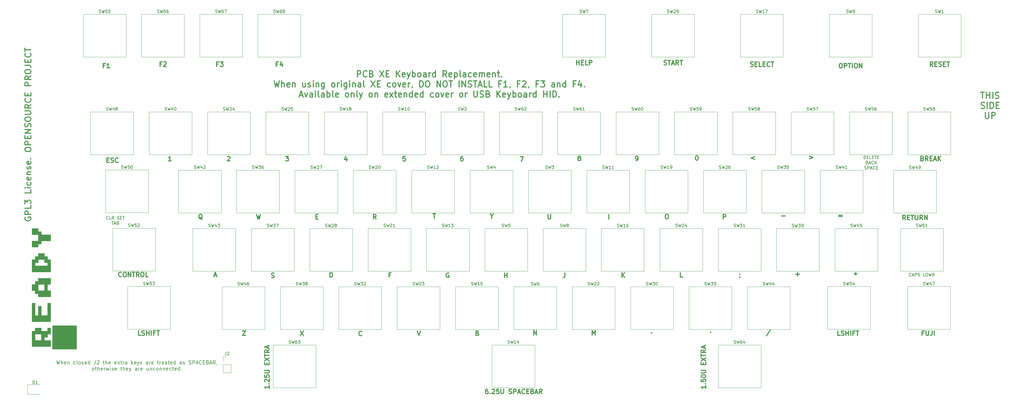
<source format=gto>
%TF.GenerationSoftware,KiCad,Pcbnew,5.0.2+dfsg1-1*%
%TF.CreationDate,2020-12-29T15:55:06+01:00*%
%TF.ProjectId,A130XE_KB_MX,41313330-5845-45f4-9b42-5f4d582e6b69,0.2*%
%TF.SameCoordinates,Original*%
%TF.FileFunction,Legend,Top*%
%TF.FilePolarity,Positive*%
%FSLAX46Y46*%
G04 Gerber Fmt 4.6, Leading zero omitted, Abs format (unit mm)*
G04 Created by KiCad (PCBNEW 5.0.2+dfsg1-1) date Tue 29 Dec 2020 03:55:06 PM CET*
%MOMM*%
%LPD*%
G01*
G04 APERTURE LIST*
%ADD10C,0.300000*%
%ADD11C,0.200000*%
%ADD12C,0.120000*%
%ADD13C,0.010000*%
%ADD14C,0.150000*%
G04 APERTURE END LIST*
D10*
X273178571Y-209571428D02*
X273178571Y-210428571D01*
X273178571Y-210000000D02*
X271678571Y-210000000D01*
X271892857Y-210142857D01*
X272035714Y-210285714D01*
X272107142Y-210428571D01*
X273035714Y-208928571D02*
X273107142Y-208857142D01*
X273178571Y-208928571D01*
X273107142Y-209000000D01*
X273035714Y-208928571D01*
X273178571Y-208928571D01*
X271678571Y-207500000D02*
X271678571Y-208214285D01*
X272392857Y-208285714D01*
X272321428Y-208214285D01*
X272250000Y-208071428D01*
X272250000Y-207714285D01*
X272321428Y-207571428D01*
X272392857Y-207500000D01*
X272535714Y-207428571D01*
X272892857Y-207428571D01*
X273035714Y-207500000D01*
X273107142Y-207571428D01*
X273178571Y-207714285D01*
X273178571Y-208071428D01*
X273107142Y-208214285D01*
X273035714Y-208285714D01*
X271678571Y-206500000D02*
X271678571Y-206357142D01*
X271750000Y-206214285D01*
X271821428Y-206142857D01*
X271964285Y-206071428D01*
X272250000Y-206000000D01*
X272607142Y-206000000D01*
X272892857Y-206071428D01*
X273035714Y-206142857D01*
X273107142Y-206214285D01*
X273178571Y-206357142D01*
X273178571Y-206500000D01*
X273107142Y-206642857D01*
X273035714Y-206714285D01*
X272892857Y-206785714D01*
X272607142Y-206857142D01*
X272250000Y-206857142D01*
X271964285Y-206785714D01*
X271821428Y-206714285D01*
X271750000Y-206642857D01*
X271678571Y-206500000D01*
X271678571Y-205357142D02*
X272892857Y-205357142D01*
X273035714Y-205285714D01*
X273107142Y-205214285D01*
X273178571Y-205071428D01*
X273178571Y-204785714D01*
X273107142Y-204642857D01*
X273035714Y-204571428D01*
X272892857Y-204500000D01*
X271678571Y-204500000D01*
X272392857Y-202642857D02*
X272392857Y-202142857D01*
X273178571Y-201928571D02*
X273178571Y-202642857D01*
X271678571Y-202642857D01*
X271678571Y-201928571D01*
X271678571Y-201428571D02*
X273178571Y-200428571D01*
X271678571Y-200428571D02*
X273178571Y-201428571D01*
X271678571Y-200071428D02*
X271678571Y-199214285D01*
X273178571Y-199642857D02*
X271678571Y-199642857D01*
X273178571Y-197857142D02*
X272464285Y-198357142D01*
X273178571Y-198714285D02*
X271678571Y-198714285D01*
X271678571Y-198142857D01*
X271750000Y-198000000D01*
X271821428Y-197928571D01*
X271964285Y-197857142D01*
X272178571Y-197857142D01*
X272321428Y-197928571D01*
X272392857Y-198000000D01*
X272464285Y-198142857D01*
X272464285Y-198714285D01*
X272750000Y-197285714D02*
X272750000Y-196571428D01*
X273178571Y-197428571D02*
X271678571Y-196928571D01*
X273178571Y-196428571D01*
X130678571Y-209571428D02*
X130678571Y-210428571D01*
X130678571Y-210000000D02*
X129178571Y-210000000D01*
X129392857Y-210142857D01*
X129535714Y-210285714D01*
X129607142Y-210428571D01*
X130535714Y-208928571D02*
X130607142Y-208857142D01*
X130678571Y-208928571D01*
X130607142Y-209000000D01*
X130535714Y-208928571D01*
X130678571Y-208928571D01*
X129321428Y-208285714D02*
X129250000Y-208214285D01*
X129178571Y-208071428D01*
X129178571Y-207714285D01*
X129250000Y-207571428D01*
X129321428Y-207500000D01*
X129464285Y-207428571D01*
X129607142Y-207428571D01*
X129821428Y-207500000D01*
X130678571Y-208357142D01*
X130678571Y-207428571D01*
X129178571Y-206071428D02*
X129178571Y-206785714D01*
X129892857Y-206857142D01*
X129821428Y-206785714D01*
X129750000Y-206642857D01*
X129750000Y-206285714D01*
X129821428Y-206142857D01*
X129892857Y-206071428D01*
X130035714Y-206000000D01*
X130392857Y-206000000D01*
X130535714Y-206071428D01*
X130607142Y-206142857D01*
X130678571Y-206285714D01*
X130678571Y-206642857D01*
X130607142Y-206785714D01*
X130535714Y-206857142D01*
X129178571Y-205357142D02*
X130392857Y-205357142D01*
X130535714Y-205285714D01*
X130607142Y-205214285D01*
X130678571Y-205071428D01*
X130678571Y-204785714D01*
X130607142Y-204642857D01*
X130535714Y-204571428D01*
X130392857Y-204500000D01*
X129178571Y-204500000D01*
X129892857Y-202642857D02*
X129892857Y-202142857D01*
X130678571Y-201928571D02*
X130678571Y-202642857D01*
X129178571Y-202642857D01*
X129178571Y-201928571D01*
X129178571Y-201428571D02*
X130678571Y-200428571D01*
X129178571Y-200428571D02*
X130678571Y-201428571D01*
X129178571Y-200071428D02*
X129178571Y-199214285D01*
X130678571Y-199642857D02*
X129178571Y-199642857D01*
X130678571Y-197857142D02*
X129964285Y-198357142D01*
X130678571Y-198714285D02*
X129178571Y-198714285D01*
X129178571Y-198142857D01*
X129250000Y-198000000D01*
X129321428Y-197928571D01*
X129464285Y-197857142D01*
X129678571Y-197857142D01*
X129821428Y-197928571D01*
X129892857Y-198000000D01*
X129964285Y-198142857D01*
X129964285Y-198714285D01*
X130250000Y-197285714D02*
X130250000Y-196571428D01*
X130678571Y-197428571D02*
X129178571Y-196928571D01*
X130678571Y-196428571D01*
X362952380Y-113604761D02*
X364095238Y-113604761D01*
X363523809Y-115604761D02*
X363523809Y-113604761D01*
X364761904Y-115604761D02*
X364761904Y-113604761D01*
X364761904Y-114557142D02*
X365904761Y-114557142D01*
X365904761Y-115604761D02*
X365904761Y-113604761D01*
X366857142Y-115604761D02*
X366857142Y-113604761D01*
X367714285Y-115509523D02*
X368000000Y-115604761D01*
X368476190Y-115604761D01*
X368666666Y-115509523D01*
X368761904Y-115414285D01*
X368857142Y-115223809D01*
X368857142Y-115033333D01*
X368761904Y-114842857D01*
X368666666Y-114747619D01*
X368476190Y-114652380D01*
X368095238Y-114557142D01*
X367904761Y-114461904D01*
X367809523Y-114366666D01*
X367714285Y-114176190D01*
X367714285Y-113985714D01*
X367809523Y-113795238D01*
X367904761Y-113700000D01*
X368095238Y-113604761D01*
X368571428Y-113604761D01*
X368857142Y-113700000D01*
X363047619Y-118809523D02*
X363333333Y-118904761D01*
X363809523Y-118904761D01*
X364000000Y-118809523D01*
X364095238Y-118714285D01*
X364190476Y-118523809D01*
X364190476Y-118333333D01*
X364095238Y-118142857D01*
X364000000Y-118047619D01*
X363809523Y-117952380D01*
X363428571Y-117857142D01*
X363238095Y-117761904D01*
X363142857Y-117666666D01*
X363047619Y-117476190D01*
X363047619Y-117285714D01*
X363142857Y-117095238D01*
X363238095Y-117000000D01*
X363428571Y-116904761D01*
X363904761Y-116904761D01*
X364190476Y-117000000D01*
X365047619Y-118904761D02*
X365047619Y-116904761D01*
X366000000Y-118904761D02*
X366000000Y-116904761D01*
X366476190Y-116904761D01*
X366761904Y-117000000D01*
X366952380Y-117190476D01*
X367047619Y-117380952D01*
X367142857Y-117761904D01*
X367142857Y-118047619D01*
X367047619Y-118428571D01*
X366952380Y-118619047D01*
X366761904Y-118809523D01*
X366476190Y-118904761D01*
X366000000Y-118904761D01*
X368000000Y-117857142D02*
X368666666Y-117857142D01*
X368952380Y-118904761D02*
X368000000Y-118904761D01*
X368000000Y-116904761D01*
X368952380Y-116904761D01*
X364428571Y-120204761D02*
X364428571Y-121823809D01*
X364523809Y-122014285D01*
X364619047Y-122109523D01*
X364809523Y-122204761D01*
X365190476Y-122204761D01*
X365380952Y-122109523D01*
X365476190Y-122014285D01*
X365571428Y-121823809D01*
X365571428Y-120204761D01*
X366523809Y-122204761D02*
X366523809Y-120204761D01*
X367285714Y-120204761D01*
X367476190Y-120300000D01*
X367571428Y-120395238D01*
X367666666Y-120585714D01*
X367666666Y-120871428D01*
X367571428Y-121061904D01*
X367476190Y-121157142D01*
X367285714Y-121252380D01*
X366523809Y-121252380D01*
X51000000Y-154500000D02*
X50904761Y-154690476D01*
X50904761Y-154976190D01*
X51000000Y-155261904D01*
X51190476Y-155452380D01*
X51380952Y-155547619D01*
X51761904Y-155642857D01*
X52047619Y-155642857D01*
X52428571Y-155547619D01*
X52619047Y-155452380D01*
X52809523Y-155261904D01*
X52904761Y-154976190D01*
X52904761Y-154785714D01*
X52809523Y-154500000D01*
X52714285Y-154404761D01*
X52047619Y-154404761D01*
X52047619Y-154785714D01*
X52904761Y-153547619D02*
X50904761Y-153547619D01*
X50904761Y-152785714D01*
X51000000Y-152595238D01*
X51095238Y-152500000D01*
X51285714Y-152404761D01*
X51571428Y-152404761D01*
X51761904Y-152500000D01*
X51857142Y-152595238D01*
X51952380Y-152785714D01*
X51952380Y-153547619D01*
X52904761Y-150595238D02*
X52904761Y-151547619D01*
X50904761Y-151547619D01*
X50904761Y-150119047D02*
X50904761Y-148880952D01*
X51666666Y-149547619D01*
X51666666Y-149261904D01*
X51761904Y-149071428D01*
X51857142Y-148976190D01*
X52047619Y-148880952D01*
X52523809Y-148880952D01*
X52714285Y-148976190D01*
X52809523Y-149071428D01*
X52904761Y-149261904D01*
X52904761Y-149833333D01*
X52809523Y-150023809D01*
X52714285Y-150119047D01*
X52904761Y-145547619D02*
X52904761Y-146500000D01*
X50904761Y-146500000D01*
X52904761Y-144880952D02*
X51571428Y-144880952D01*
X50904761Y-144880952D02*
X51000000Y-144976190D01*
X51095238Y-144880952D01*
X51000000Y-144785714D01*
X50904761Y-144880952D01*
X51095238Y-144880952D01*
X52809523Y-143071428D02*
X52904761Y-143261904D01*
X52904761Y-143642857D01*
X52809523Y-143833333D01*
X52714285Y-143928571D01*
X52523809Y-144023809D01*
X51952380Y-144023809D01*
X51761904Y-143928571D01*
X51666666Y-143833333D01*
X51571428Y-143642857D01*
X51571428Y-143261904D01*
X51666666Y-143071428D01*
X52809523Y-141452380D02*
X52904761Y-141642857D01*
X52904761Y-142023809D01*
X52809523Y-142214285D01*
X52619047Y-142309523D01*
X51857142Y-142309523D01*
X51666666Y-142214285D01*
X51571428Y-142023809D01*
X51571428Y-141642857D01*
X51666666Y-141452380D01*
X51857142Y-141357142D01*
X52047619Y-141357142D01*
X52238095Y-142309523D01*
X51571428Y-140500000D02*
X52904761Y-140500000D01*
X51761904Y-140500000D02*
X51666666Y-140404761D01*
X51571428Y-140214285D01*
X51571428Y-139928571D01*
X51666666Y-139738095D01*
X51857142Y-139642857D01*
X52904761Y-139642857D01*
X52809523Y-138785714D02*
X52904761Y-138595238D01*
X52904761Y-138214285D01*
X52809523Y-138023809D01*
X52619047Y-137928571D01*
X52523809Y-137928571D01*
X52333333Y-138023809D01*
X52238095Y-138214285D01*
X52238095Y-138500000D01*
X52142857Y-138690476D01*
X51952380Y-138785714D01*
X51857142Y-138785714D01*
X51666666Y-138690476D01*
X51571428Y-138500000D01*
X51571428Y-138214285D01*
X51666666Y-138023809D01*
X52809523Y-136309523D02*
X52904761Y-136500000D01*
X52904761Y-136880952D01*
X52809523Y-137071428D01*
X52619047Y-137166666D01*
X51857142Y-137166666D01*
X51666666Y-137071428D01*
X51571428Y-136880952D01*
X51571428Y-136500000D01*
X51666666Y-136309523D01*
X51857142Y-136214285D01*
X52047619Y-136214285D01*
X52238095Y-137166666D01*
X52714285Y-135357142D02*
X52809523Y-135261904D01*
X52904761Y-135357142D01*
X52809523Y-135452380D01*
X52714285Y-135357142D01*
X52904761Y-135357142D01*
X50904761Y-132500000D02*
X50904761Y-132119047D01*
X51000000Y-131928571D01*
X51190476Y-131738095D01*
X51571428Y-131642857D01*
X52238095Y-131642857D01*
X52619047Y-131738095D01*
X52809523Y-131928571D01*
X52904761Y-132119047D01*
X52904761Y-132500000D01*
X52809523Y-132690476D01*
X52619047Y-132880952D01*
X52238095Y-132976190D01*
X51571428Y-132976190D01*
X51190476Y-132880952D01*
X51000000Y-132690476D01*
X50904761Y-132500000D01*
X52904761Y-130785714D02*
X50904761Y-130785714D01*
X50904761Y-130023809D01*
X51000000Y-129833333D01*
X51095238Y-129738095D01*
X51285714Y-129642857D01*
X51571428Y-129642857D01*
X51761904Y-129738095D01*
X51857142Y-129833333D01*
X51952380Y-130023809D01*
X51952380Y-130785714D01*
X51857142Y-128785714D02*
X51857142Y-128119047D01*
X52904761Y-127833333D02*
X52904761Y-128785714D01*
X50904761Y-128785714D01*
X50904761Y-127833333D01*
X52904761Y-126976190D02*
X50904761Y-126976190D01*
X52904761Y-125833333D01*
X50904761Y-125833333D01*
X52809523Y-124976190D02*
X52904761Y-124690476D01*
X52904761Y-124214285D01*
X52809523Y-124023809D01*
X52714285Y-123928571D01*
X52523809Y-123833333D01*
X52333333Y-123833333D01*
X52142857Y-123928571D01*
X52047619Y-124023809D01*
X51952380Y-124214285D01*
X51857142Y-124595238D01*
X51761904Y-124785714D01*
X51666666Y-124880952D01*
X51476190Y-124976190D01*
X51285714Y-124976190D01*
X51095238Y-124880952D01*
X51000000Y-124785714D01*
X50904761Y-124595238D01*
X50904761Y-124119047D01*
X51000000Y-123833333D01*
X50904761Y-122595238D02*
X50904761Y-122214285D01*
X51000000Y-122023809D01*
X51190476Y-121833333D01*
X51571428Y-121738095D01*
X52238095Y-121738095D01*
X52619047Y-121833333D01*
X52809523Y-122023809D01*
X52904761Y-122214285D01*
X52904761Y-122595238D01*
X52809523Y-122785714D01*
X52619047Y-122976190D01*
X52238095Y-123071428D01*
X51571428Y-123071428D01*
X51190476Y-122976190D01*
X51000000Y-122785714D01*
X50904761Y-122595238D01*
X50904761Y-120880952D02*
X52523809Y-120880952D01*
X52714285Y-120785714D01*
X52809523Y-120690476D01*
X52904761Y-120500000D01*
X52904761Y-120119047D01*
X52809523Y-119928571D01*
X52714285Y-119833333D01*
X52523809Y-119738095D01*
X50904761Y-119738095D01*
X52904761Y-117642857D02*
X51952380Y-118309523D01*
X52904761Y-118785714D02*
X50904761Y-118785714D01*
X50904761Y-118023809D01*
X51000000Y-117833333D01*
X51095238Y-117738095D01*
X51285714Y-117642857D01*
X51571428Y-117642857D01*
X51761904Y-117738095D01*
X51857142Y-117833333D01*
X51952380Y-118023809D01*
X51952380Y-118785714D01*
X52714285Y-115642857D02*
X52809523Y-115738095D01*
X52904761Y-116023809D01*
X52904761Y-116214285D01*
X52809523Y-116500000D01*
X52619047Y-116690476D01*
X52428571Y-116785714D01*
X52047619Y-116880952D01*
X51761904Y-116880952D01*
X51380952Y-116785714D01*
X51190476Y-116690476D01*
X51000000Y-116500000D01*
X50904761Y-116214285D01*
X50904761Y-116023809D01*
X51000000Y-115738095D01*
X51095238Y-115642857D01*
X51857142Y-114785714D02*
X51857142Y-114119047D01*
X52904761Y-113833333D02*
X52904761Y-114785714D01*
X50904761Y-114785714D01*
X50904761Y-113833333D01*
X52904761Y-111452380D02*
X50904761Y-111452380D01*
X50904761Y-110690476D01*
X51000000Y-110500000D01*
X51095238Y-110404761D01*
X51285714Y-110309523D01*
X51571428Y-110309523D01*
X51761904Y-110404761D01*
X51857142Y-110500000D01*
X51952380Y-110690476D01*
X51952380Y-111452380D01*
X52904761Y-108309523D02*
X51952380Y-108976190D01*
X52904761Y-109452380D02*
X50904761Y-109452380D01*
X50904761Y-108690476D01*
X51000000Y-108500000D01*
X51095238Y-108404761D01*
X51285714Y-108309523D01*
X51571428Y-108309523D01*
X51761904Y-108404761D01*
X51857142Y-108500000D01*
X51952380Y-108690476D01*
X51952380Y-109452380D01*
X50904761Y-107071428D02*
X50904761Y-106690476D01*
X51000000Y-106500000D01*
X51190476Y-106309523D01*
X51571428Y-106214285D01*
X52238095Y-106214285D01*
X52619047Y-106309523D01*
X52809523Y-106500000D01*
X52904761Y-106690476D01*
X52904761Y-107071428D01*
X52809523Y-107261904D01*
X52619047Y-107452380D01*
X52238095Y-107547619D01*
X51571428Y-107547619D01*
X51190476Y-107452380D01*
X51000000Y-107261904D01*
X50904761Y-107071428D01*
X50904761Y-104785714D02*
X52333333Y-104785714D01*
X52619047Y-104880952D01*
X52809523Y-105071428D01*
X52904761Y-105357142D01*
X52904761Y-105547619D01*
X51857142Y-103833333D02*
X51857142Y-103166666D01*
X52904761Y-102880952D02*
X52904761Y-103833333D01*
X50904761Y-103833333D01*
X50904761Y-102880952D01*
X52714285Y-100880952D02*
X52809523Y-100976190D01*
X52904761Y-101261904D01*
X52904761Y-101452380D01*
X52809523Y-101738095D01*
X52619047Y-101928571D01*
X52428571Y-102023809D01*
X52047619Y-102119047D01*
X51761904Y-102119047D01*
X51380952Y-102023809D01*
X51190476Y-101928571D01*
X51000000Y-101738095D01*
X50904761Y-101452380D01*
X50904761Y-101261904D01*
X51000000Y-100976190D01*
X51095238Y-100880952D01*
X50904761Y-100309523D02*
X50904761Y-99166666D01*
X52904761Y-99738095D02*
X50904761Y-99738095D01*
D11*
X61271428Y-201342857D02*
X61557142Y-202542857D01*
X61785714Y-201685714D01*
X62014285Y-202542857D01*
X62300000Y-201342857D01*
X62757142Y-202542857D02*
X62757142Y-201342857D01*
X63271428Y-202542857D02*
X63271428Y-201914285D01*
X63214285Y-201800000D01*
X63100000Y-201742857D01*
X62928571Y-201742857D01*
X62814285Y-201800000D01*
X62757142Y-201857142D01*
X64300000Y-202485714D02*
X64185714Y-202542857D01*
X63957142Y-202542857D01*
X63842857Y-202485714D01*
X63785714Y-202371428D01*
X63785714Y-201914285D01*
X63842857Y-201800000D01*
X63957142Y-201742857D01*
X64185714Y-201742857D01*
X64300000Y-201800000D01*
X64357142Y-201914285D01*
X64357142Y-202028571D01*
X63785714Y-202142857D01*
X64871428Y-201742857D02*
X64871428Y-202542857D01*
X64871428Y-201857142D02*
X64928571Y-201800000D01*
X65042857Y-201742857D01*
X65214285Y-201742857D01*
X65328571Y-201800000D01*
X65385714Y-201914285D01*
X65385714Y-202542857D01*
X67385714Y-202485714D02*
X67271428Y-202542857D01*
X67042857Y-202542857D01*
X66928571Y-202485714D01*
X66871428Y-202428571D01*
X66814285Y-202314285D01*
X66814285Y-201971428D01*
X66871428Y-201857142D01*
X66928571Y-201800000D01*
X67042857Y-201742857D01*
X67271428Y-201742857D01*
X67385714Y-201800000D01*
X68071428Y-202542857D02*
X67957142Y-202485714D01*
X67900000Y-202371428D01*
X67900000Y-201342857D01*
X68700000Y-202542857D02*
X68585714Y-202485714D01*
X68528571Y-202428571D01*
X68471428Y-202314285D01*
X68471428Y-201971428D01*
X68528571Y-201857142D01*
X68585714Y-201800000D01*
X68700000Y-201742857D01*
X68871428Y-201742857D01*
X68985714Y-201800000D01*
X69042857Y-201857142D01*
X69100000Y-201971428D01*
X69100000Y-202314285D01*
X69042857Y-202428571D01*
X68985714Y-202485714D01*
X68871428Y-202542857D01*
X68700000Y-202542857D01*
X69557142Y-202485714D02*
X69671428Y-202542857D01*
X69900000Y-202542857D01*
X70014285Y-202485714D01*
X70071428Y-202371428D01*
X70071428Y-202314285D01*
X70014285Y-202200000D01*
X69900000Y-202142857D01*
X69728571Y-202142857D01*
X69614285Y-202085714D01*
X69557142Y-201971428D01*
X69557142Y-201914285D01*
X69614285Y-201800000D01*
X69728571Y-201742857D01*
X69900000Y-201742857D01*
X70014285Y-201800000D01*
X71042857Y-202485714D02*
X70928571Y-202542857D01*
X70700000Y-202542857D01*
X70585714Y-202485714D01*
X70528571Y-202371428D01*
X70528571Y-201914285D01*
X70585714Y-201800000D01*
X70700000Y-201742857D01*
X70928571Y-201742857D01*
X71042857Y-201800000D01*
X71100000Y-201914285D01*
X71100000Y-202028571D01*
X70528571Y-202142857D01*
X72128571Y-202542857D02*
X72128571Y-201342857D01*
X72128571Y-202485714D02*
X72014285Y-202542857D01*
X71785714Y-202542857D01*
X71671428Y-202485714D01*
X71614285Y-202428571D01*
X71557142Y-202314285D01*
X71557142Y-201971428D01*
X71614285Y-201857142D01*
X71671428Y-201800000D01*
X71785714Y-201742857D01*
X72014285Y-201742857D01*
X72128571Y-201800000D01*
X73957142Y-201342857D02*
X73957142Y-202200000D01*
X73900000Y-202371428D01*
X73785714Y-202485714D01*
X73614285Y-202542857D01*
X73500000Y-202542857D01*
X74471428Y-201457142D02*
X74528571Y-201400000D01*
X74642857Y-201342857D01*
X74928571Y-201342857D01*
X75042857Y-201400000D01*
X75100000Y-201457142D01*
X75157142Y-201571428D01*
X75157142Y-201685714D01*
X75100000Y-201857142D01*
X74414285Y-202542857D01*
X75157142Y-202542857D01*
X76414285Y-201742857D02*
X76871428Y-201742857D01*
X76585714Y-201342857D02*
X76585714Y-202371428D01*
X76642857Y-202485714D01*
X76757142Y-202542857D01*
X76871428Y-202542857D01*
X77271428Y-202542857D02*
X77271428Y-201342857D01*
X77785714Y-202542857D02*
X77785714Y-201914285D01*
X77728571Y-201800000D01*
X77614285Y-201742857D01*
X77442857Y-201742857D01*
X77328571Y-201800000D01*
X77271428Y-201857142D01*
X78814285Y-202485714D02*
X78700000Y-202542857D01*
X78471428Y-202542857D01*
X78357142Y-202485714D01*
X78300000Y-202371428D01*
X78300000Y-201914285D01*
X78357142Y-201800000D01*
X78471428Y-201742857D01*
X78700000Y-201742857D01*
X78814285Y-201800000D01*
X78871428Y-201914285D01*
X78871428Y-202028571D01*
X78300000Y-202142857D01*
X80757142Y-202485714D02*
X80642857Y-202542857D01*
X80414285Y-202542857D01*
X80300000Y-202485714D01*
X80242857Y-202371428D01*
X80242857Y-201914285D01*
X80300000Y-201800000D01*
X80414285Y-201742857D01*
X80642857Y-201742857D01*
X80757142Y-201800000D01*
X80814285Y-201914285D01*
X80814285Y-202028571D01*
X80242857Y-202142857D01*
X81214285Y-202542857D02*
X81842857Y-201742857D01*
X81214285Y-201742857D02*
X81842857Y-202542857D01*
X82128571Y-201742857D02*
X82585714Y-201742857D01*
X82300000Y-201342857D02*
X82300000Y-202371428D01*
X82357142Y-202485714D01*
X82471428Y-202542857D01*
X82585714Y-202542857D01*
X82985714Y-202542857D02*
X82985714Y-201742857D01*
X82985714Y-201971428D02*
X83042857Y-201857142D01*
X83100000Y-201800000D01*
X83214285Y-201742857D01*
X83328571Y-201742857D01*
X84242857Y-202542857D02*
X84242857Y-201914285D01*
X84185714Y-201800000D01*
X84071428Y-201742857D01*
X83842857Y-201742857D01*
X83728571Y-201800000D01*
X84242857Y-202485714D02*
X84128571Y-202542857D01*
X83842857Y-202542857D01*
X83728571Y-202485714D01*
X83671428Y-202371428D01*
X83671428Y-202257142D01*
X83728571Y-202142857D01*
X83842857Y-202085714D01*
X84128571Y-202085714D01*
X84242857Y-202028571D01*
X85728571Y-202542857D02*
X85728571Y-201342857D01*
X85842857Y-202085714D02*
X86185714Y-202542857D01*
X86185714Y-201742857D02*
X85728571Y-202200000D01*
X87157142Y-202485714D02*
X87042857Y-202542857D01*
X86814285Y-202542857D01*
X86700000Y-202485714D01*
X86642857Y-202371428D01*
X86642857Y-201914285D01*
X86700000Y-201800000D01*
X86814285Y-201742857D01*
X87042857Y-201742857D01*
X87157142Y-201800000D01*
X87214285Y-201914285D01*
X87214285Y-202028571D01*
X86642857Y-202142857D01*
X87614285Y-201742857D02*
X87900000Y-202542857D01*
X88185714Y-201742857D02*
X87900000Y-202542857D01*
X87785714Y-202828571D01*
X87728571Y-202885714D01*
X87614285Y-202942857D01*
X88585714Y-202485714D02*
X88700000Y-202542857D01*
X88928571Y-202542857D01*
X89042857Y-202485714D01*
X89100000Y-202371428D01*
X89100000Y-202314285D01*
X89042857Y-202200000D01*
X88928571Y-202142857D01*
X88757142Y-202142857D01*
X88642857Y-202085714D01*
X88585714Y-201971428D01*
X88585714Y-201914285D01*
X88642857Y-201800000D01*
X88757142Y-201742857D01*
X88928571Y-201742857D01*
X89042857Y-201800000D01*
X91042857Y-202542857D02*
X91042857Y-201914285D01*
X90985714Y-201800000D01*
X90871428Y-201742857D01*
X90642857Y-201742857D01*
X90528571Y-201800000D01*
X91042857Y-202485714D02*
X90928571Y-202542857D01*
X90642857Y-202542857D01*
X90528571Y-202485714D01*
X90471428Y-202371428D01*
X90471428Y-202257142D01*
X90528571Y-202142857D01*
X90642857Y-202085714D01*
X90928571Y-202085714D01*
X91042857Y-202028571D01*
X91614285Y-202542857D02*
X91614285Y-201742857D01*
X91614285Y-201971428D02*
X91671428Y-201857142D01*
X91728571Y-201800000D01*
X91842857Y-201742857D01*
X91957142Y-201742857D01*
X92814285Y-202485714D02*
X92700000Y-202542857D01*
X92471428Y-202542857D01*
X92357142Y-202485714D01*
X92300000Y-202371428D01*
X92300000Y-201914285D01*
X92357142Y-201800000D01*
X92471428Y-201742857D01*
X92700000Y-201742857D01*
X92814285Y-201800000D01*
X92871428Y-201914285D01*
X92871428Y-202028571D01*
X92300000Y-202142857D01*
X94128571Y-201742857D02*
X94585714Y-201742857D01*
X94300000Y-201342857D02*
X94300000Y-202371428D01*
X94357142Y-202485714D01*
X94471428Y-202542857D01*
X94585714Y-202542857D01*
X94985714Y-202542857D02*
X94985714Y-201742857D01*
X94985714Y-201971428D02*
X95042857Y-201857142D01*
X95100000Y-201800000D01*
X95214285Y-201742857D01*
X95328571Y-201742857D01*
X96185714Y-202485714D02*
X96071428Y-202542857D01*
X95842857Y-202542857D01*
X95728571Y-202485714D01*
X95671428Y-202371428D01*
X95671428Y-201914285D01*
X95728571Y-201800000D01*
X95842857Y-201742857D01*
X96071428Y-201742857D01*
X96185714Y-201800000D01*
X96242857Y-201914285D01*
X96242857Y-202028571D01*
X95671428Y-202142857D01*
X97271428Y-202542857D02*
X97271428Y-201914285D01*
X97214285Y-201800000D01*
X97100000Y-201742857D01*
X96871428Y-201742857D01*
X96757142Y-201800000D01*
X97271428Y-202485714D02*
X97157142Y-202542857D01*
X96871428Y-202542857D01*
X96757142Y-202485714D01*
X96700000Y-202371428D01*
X96700000Y-202257142D01*
X96757142Y-202142857D01*
X96871428Y-202085714D01*
X97157142Y-202085714D01*
X97271428Y-202028571D01*
X97671428Y-201742857D02*
X98128571Y-201742857D01*
X97842857Y-201342857D02*
X97842857Y-202371428D01*
X97900000Y-202485714D01*
X98014285Y-202542857D01*
X98128571Y-202542857D01*
X98985714Y-202485714D02*
X98871428Y-202542857D01*
X98642857Y-202542857D01*
X98528571Y-202485714D01*
X98471428Y-202371428D01*
X98471428Y-201914285D01*
X98528571Y-201800000D01*
X98642857Y-201742857D01*
X98871428Y-201742857D01*
X98985714Y-201800000D01*
X99042857Y-201914285D01*
X99042857Y-202028571D01*
X98471428Y-202142857D01*
X100071428Y-202542857D02*
X100071428Y-201342857D01*
X100071428Y-202485714D02*
X99957142Y-202542857D01*
X99728571Y-202542857D01*
X99614285Y-202485714D01*
X99557142Y-202428571D01*
X99499999Y-202314285D01*
X99499999Y-201971428D01*
X99557142Y-201857142D01*
X99614285Y-201800000D01*
X99728571Y-201742857D01*
X99957142Y-201742857D01*
X100071428Y-201800000D01*
X102071428Y-202542857D02*
X102071428Y-201914285D01*
X102014285Y-201800000D01*
X101899999Y-201742857D01*
X101671428Y-201742857D01*
X101557142Y-201800000D01*
X102071428Y-202485714D02*
X101957142Y-202542857D01*
X101671428Y-202542857D01*
X101557142Y-202485714D01*
X101499999Y-202371428D01*
X101499999Y-202257142D01*
X101557142Y-202142857D01*
X101671428Y-202085714D01*
X101957142Y-202085714D01*
X102071428Y-202028571D01*
X102585714Y-202485714D02*
X102699999Y-202542857D01*
X102928571Y-202542857D01*
X103042857Y-202485714D01*
X103099999Y-202371428D01*
X103099999Y-202314285D01*
X103042857Y-202200000D01*
X102928571Y-202142857D01*
X102757142Y-202142857D01*
X102642857Y-202085714D01*
X102585714Y-201971428D01*
X102585714Y-201914285D01*
X102642857Y-201800000D01*
X102757142Y-201742857D01*
X102928571Y-201742857D01*
X103042857Y-201800000D01*
X104471428Y-202485714D02*
X104642857Y-202542857D01*
X104928571Y-202542857D01*
X105042857Y-202485714D01*
X105100000Y-202428571D01*
X105157142Y-202314285D01*
X105157142Y-202200000D01*
X105100000Y-202085714D01*
X105042857Y-202028571D01*
X104928571Y-201971428D01*
X104700000Y-201914285D01*
X104585714Y-201857142D01*
X104528571Y-201800000D01*
X104471428Y-201685714D01*
X104471428Y-201571428D01*
X104528571Y-201457142D01*
X104585714Y-201400000D01*
X104700000Y-201342857D01*
X104985714Y-201342857D01*
X105157142Y-201400000D01*
X105671428Y-202542857D02*
X105671428Y-201342857D01*
X106128571Y-201342857D01*
X106242857Y-201400000D01*
X106300000Y-201457142D01*
X106357142Y-201571428D01*
X106357142Y-201742857D01*
X106300000Y-201857142D01*
X106242857Y-201914285D01*
X106128571Y-201971428D01*
X105671428Y-201971428D01*
X106814285Y-202200000D02*
X107385714Y-202200000D01*
X106700000Y-202542857D02*
X107100000Y-201342857D01*
X107500000Y-202542857D01*
X108585714Y-202428571D02*
X108528571Y-202485714D01*
X108357142Y-202542857D01*
X108242857Y-202542857D01*
X108071428Y-202485714D01*
X107957142Y-202371428D01*
X107899999Y-202257142D01*
X107842857Y-202028571D01*
X107842857Y-201857142D01*
X107899999Y-201628571D01*
X107957142Y-201514285D01*
X108071428Y-201400000D01*
X108242857Y-201342857D01*
X108357142Y-201342857D01*
X108528571Y-201400000D01*
X108585714Y-201457142D01*
X109099999Y-201914285D02*
X109499999Y-201914285D01*
X109671428Y-202542857D02*
X109099999Y-202542857D01*
X109099999Y-201342857D01*
X109671428Y-201342857D01*
X110585714Y-201914285D02*
X110757142Y-201971428D01*
X110814285Y-202028571D01*
X110871428Y-202142857D01*
X110871428Y-202314285D01*
X110814285Y-202428571D01*
X110757142Y-202485714D01*
X110642857Y-202542857D01*
X110185714Y-202542857D01*
X110185714Y-201342857D01*
X110585714Y-201342857D01*
X110699999Y-201400000D01*
X110757142Y-201457142D01*
X110814285Y-201571428D01*
X110814285Y-201685714D01*
X110757142Y-201800000D01*
X110699999Y-201857142D01*
X110585714Y-201914285D01*
X110185714Y-201914285D01*
X111328571Y-202200000D02*
X111899999Y-202200000D01*
X111214285Y-202542857D02*
X111614285Y-201342857D01*
X112014285Y-202542857D01*
X113099999Y-202542857D02*
X112699999Y-201971428D01*
X112414285Y-202542857D02*
X112414285Y-201342857D01*
X112871428Y-201342857D01*
X112985714Y-201400000D01*
X113042857Y-201457142D01*
X113099999Y-201571428D01*
X113099999Y-201742857D01*
X113042857Y-201857142D01*
X112985714Y-201914285D01*
X112871428Y-201971428D01*
X112414285Y-201971428D01*
X113671428Y-202485714D02*
X113671428Y-202542857D01*
X113614285Y-202657142D01*
X113557142Y-202714285D01*
X73128571Y-204542857D02*
X73014285Y-204485714D01*
X72957142Y-204428571D01*
X72900000Y-204314285D01*
X72900000Y-203971428D01*
X72957142Y-203857142D01*
X73014285Y-203800000D01*
X73128571Y-203742857D01*
X73300000Y-203742857D01*
X73414285Y-203800000D01*
X73471428Y-203857142D01*
X73528571Y-203971428D01*
X73528571Y-204314285D01*
X73471428Y-204428571D01*
X73414285Y-204485714D01*
X73300000Y-204542857D01*
X73128571Y-204542857D01*
X73871428Y-203742857D02*
X74328571Y-203742857D01*
X74042857Y-203342857D02*
X74042857Y-204371428D01*
X74100000Y-204485714D01*
X74214285Y-204542857D01*
X74328571Y-204542857D01*
X74728571Y-204542857D02*
X74728571Y-203342857D01*
X75242857Y-204542857D02*
X75242857Y-203914285D01*
X75185714Y-203800000D01*
X75071428Y-203742857D01*
X74900000Y-203742857D01*
X74785714Y-203800000D01*
X74728571Y-203857142D01*
X76271428Y-204485714D02*
X76157142Y-204542857D01*
X75928571Y-204542857D01*
X75814285Y-204485714D01*
X75757142Y-204371428D01*
X75757142Y-203914285D01*
X75814285Y-203800000D01*
X75928571Y-203742857D01*
X76157142Y-203742857D01*
X76271428Y-203800000D01*
X76328571Y-203914285D01*
X76328571Y-204028571D01*
X75757142Y-204142857D01*
X76842857Y-204542857D02*
X76842857Y-203742857D01*
X76842857Y-203971428D02*
X76900000Y-203857142D01*
X76957142Y-203800000D01*
X77071428Y-203742857D01*
X77185714Y-203742857D01*
X77471428Y-203742857D02*
X77700000Y-204542857D01*
X77928571Y-203971428D01*
X78157142Y-204542857D01*
X78385714Y-203742857D01*
X78842857Y-204542857D02*
X78842857Y-203742857D01*
X78842857Y-203342857D02*
X78785714Y-203400000D01*
X78842857Y-203457142D01*
X78900000Y-203400000D01*
X78842857Y-203342857D01*
X78842857Y-203457142D01*
X79357142Y-204485714D02*
X79471428Y-204542857D01*
X79700000Y-204542857D01*
X79814285Y-204485714D01*
X79871428Y-204371428D01*
X79871428Y-204314285D01*
X79814285Y-204200000D01*
X79700000Y-204142857D01*
X79528571Y-204142857D01*
X79414285Y-204085714D01*
X79357142Y-203971428D01*
X79357142Y-203914285D01*
X79414285Y-203800000D01*
X79528571Y-203742857D01*
X79700000Y-203742857D01*
X79814285Y-203800000D01*
X80842857Y-204485714D02*
X80728571Y-204542857D01*
X80500000Y-204542857D01*
X80385714Y-204485714D01*
X80328571Y-204371428D01*
X80328571Y-203914285D01*
X80385714Y-203800000D01*
X80500000Y-203742857D01*
X80728571Y-203742857D01*
X80842857Y-203800000D01*
X80900000Y-203914285D01*
X80900000Y-204028571D01*
X80328571Y-204142857D01*
X82157142Y-203742857D02*
X82614285Y-203742857D01*
X82328571Y-203342857D02*
X82328571Y-204371428D01*
X82385714Y-204485714D01*
X82500000Y-204542857D01*
X82614285Y-204542857D01*
X83014285Y-204542857D02*
X83014285Y-203342857D01*
X83528571Y-204542857D02*
X83528571Y-203914285D01*
X83471428Y-203800000D01*
X83357142Y-203742857D01*
X83185714Y-203742857D01*
X83071428Y-203800000D01*
X83014285Y-203857142D01*
X84557142Y-204485714D02*
X84442857Y-204542857D01*
X84214285Y-204542857D01*
X84100000Y-204485714D01*
X84042857Y-204371428D01*
X84042857Y-203914285D01*
X84100000Y-203800000D01*
X84214285Y-203742857D01*
X84442857Y-203742857D01*
X84557142Y-203800000D01*
X84614285Y-203914285D01*
X84614285Y-204028571D01*
X84042857Y-204142857D01*
X85014285Y-203742857D02*
X85300000Y-204542857D01*
X85585714Y-203742857D02*
X85300000Y-204542857D01*
X85185714Y-204828571D01*
X85128571Y-204885714D01*
X85014285Y-204942857D01*
X87471428Y-204542857D02*
X87471428Y-203914285D01*
X87414285Y-203800000D01*
X87300000Y-203742857D01*
X87071428Y-203742857D01*
X86957142Y-203800000D01*
X87471428Y-204485714D02*
X87357142Y-204542857D01*
X87071428Y-204542857D01*
X86957142Y-204485714D01*
X86900000Y-204371428D01*
X86900000Y-204257142D01*
X86957142Y-204142857D01*
X87071428Y-204085714D01*
X87357142Y-204085714D01*
X87471428Y-204028571D01*
X88042857Y-204542857D02*
X88042857Y-203742857D01*
X88042857Y-203971428D02*
X88100000Y-203857142D01*
X88157142Y-203800000D01*
X88271428Y-203742857D01*
X88385714Y-203742857D01*
X89242857Y-204485714D02*
X89128571Y-204542857D01*
X88900000Y-204542857D01*
X88785714Y-204485714D01*
X88728571Y-204371428D01*
X88728571Y-203914285D01*
X88785714Y-203800000D01*
X88900000Y-203742857D01*
X89128571Y-203742857D01*
X89242857Y-203800000D01*
X89300000Y-203914285D01*
X89300000Y-204028571D01*
X88728571Y-204142857D01*
X91242857Y-203742857D02*
X91242857Y-204542857D01*
X90728571Y-203742857D02*
X90728571Y-204371428D01*
X90785714Y-204485714D01*
X90900000Y-204542857D01*
X91071428Y-204542857D01*
X91185714Y-204485714D01*
X91242857Y-204428571D01*
X91814285Y-203742857D02*
X91814285Y-204542857D01*
X91814285Y-203857142D02*
X91871428Y-203800000D01*
X91985714Y-203742857D01*
X92157142Y-203742857D01*
X92271428Y-203800000D01*
X92328571Y-203914285D01*
X92328571Y-204542857D01*
X93414285Y-204485714D02*
X93300000Y-204542857D01*
X93071428Y-204542857D01*
X92957142Y-204485714D01*
X92900000Y-204428571D01*
X92842857Y-204314285D01*
X92842857Y-203971428D01*
X92900000Y-203857142D01*
X92957142Y-203800000D01*
X93071428Y-203742857D01*
X93300000Y-203742857D01*
X93414285Y-203800000D01*
X94100000Y-204542857D02*
X93985714Y-204485714D01*
X93928571Y-204428571D01*
X93871428Y-204314285D01*
X93871428Y-203971428D01*
X93928571Y-203857142D01*
X93985714Y-203800000D01*
X94100000Y-203742857D01*
X94271428Y-203742857D01*
X94385714Y-203800000D01*
X94442857Y-203857142D01*
X94500000Y-203971428D01*
X94500000Y-204314285D01*
X94442857Y-204428571D01*
X94385714Y-204485714D01*
X94271428Y-204542857D01*
X94100000Y-204542857D01*
X95014285Y-203742857D02*
X95014285Y-204542857D01*
X95014285Y-203857142D02*
X95071428Y-203800000D01*
X95185714Y-203742857D01*
X95357142Y-203742857D01*
X95471428Y-203800000D01*
X95528571Y-203914285D01*
X95528571Y-204542857D01*
X96100000Y-203742857D02*
X96100000Y-204542857D01*
X96100000Y-203857142D02*
X96157142Y-203800000D01*
X96271428Y-203742857D01*
X96442857Y-203742857D01*
X96557142Y-203800000D01*
X96614285Y-203914285D01*
X96614285Y-204542857D01*
X97642857Y-204485714D02*
X97528571Y-204542857D01*
X97300000Y-204542857D01*
X97185714Y-204485714D01*
X97128571Y-204371428D01*
X97128571Y-203914285D01*
X97185714Y-203800000D01*
X97300000Y-203742857D01*
X97528571Y-203742857D01*
X97642857Y-203800000D01*
X97700000Y-203914285D01*
X97700000Y-204028571D01*
X97128571Y-204142857D01*
X98728571Y-204485714D02*
X98614285Y-204542857D01*
X98385714Y-204542857D01*
X98271428Y-204485714D01*
X98214285Y-204428571D01*
X98157142Y-204314285D01*
X98157142Y-203971428D01*
X98214285Y-203857142D01*
X98271428Y-203800000D01*
X98385714Y-203742857D01*
X98614285Y-203742857D01*
X98728571Y-203800000D01*
X99071428Y-203742857D02*
X99528571Y-203742857D01*
X99242857Y-203342857D02*
X99242857Y-204371428D01*
X99300000Y-204485714D01*
X99414285Y-204542857D01*
X99528571Y-204542857D01*
X100385714Y-204485714D02*
X100271428Y-204542857D01*
X100042857Y-204542857D01*
X99928571Y-204485714D01*
X99871428Y-204371428D01*
X99871428Y-203914285D01*
X99928571Y-203800000D01*
X100042857Y-203742857D01*
X100271428Y-203742857D01*
X100385714Y-203800000D01*
X100442857Y-203914285D01*
X100442857Y-204028571D01*
X99871428Y-204142857D01*
X101471428Y-204542857D02*
X101471428Y-203342857D01*
X101471428Y-204485714D02*
X101357142Y-204542857D01*
X101128571Y-204542857D01*
X101014285Y-204485714D01*
X100957142Y-204428571D01*
X100900000Y-204314285D01*
X100900000Y-203971428D01*
X100957142Y-203857142D01*
X101014285Y-203800000D01*
X101128571Y-203742857D01*
X101357142Y-203742857D01*
X101471428Y-203800000D01*
X102042857Y-204428571D02*
X102100000Y-204485714D01*
X102042857Y-204542857D01*
X101985714Y-204485714D01*
X102042857Y-204428571D01*
X102042857Y-204542857D01*
D10*
X159428571Y-108604761D02*
X159428571Y-106604761D01*
X160190476Y-106604761D01*
X160380952Y-106700000D01*
X160476190Y-106795238D01*
X160571428Y-106985714D01*
X160571428Y-107271428D01*
X160476190Y-107461904D01*
X160380952Y-107557142D01*
X160190476Y-107652380D01*
X159428571Y-107652380D01*
X162571428Y-108414285D02*
X162476190Y-108509523D01*
X162190476Y-108604761D01*
X162000000Y-108604761D01*
X161714285Y-108509523D01*
X161523809Y-108319047D01*
X161428571Y-108128571D01*
X161333333Y-107747619D01*
X161333333Y-107461904D01*
X161428571Y-107080952D01*
X161523809Y-106890476D01*
X161714285Y-106700000D01*
X162000000Y-106604761D01*
X162190476Y-106604761D01*
X162476190Y-106700000D01*
X162571428Y-106795238D01*
X164095238Y-107557142D02*
X164380952Y-107652380D01*
X164476190Y-107747619D01*
X164571428Y-107938095D01*
X164571428Y-108223809D01*
X164476190Y-108414285D01*
X164380952Y-108509523D01*
X164190476Y-108604761D01*
X163428571Y-108604761D01*
X163428571Y-106604761D01*
X164095238Y-106604761D01*
X164285714Y-106700000D01*
X164380952Y-106795238D01*
X164476190Y-106985714D01*
X164476190Y-107176190D01*
X164380952Y-107366666D01*
X164285714Y-107461904D01*
X164095238Y-107557142D01*
X163428571Y-107557142D01*
X166761904Y-106604761D02*
X168095238Y-108604761D01*
X168095238Y-106604761D02*
X166761904Y-108604761D01*
X168857142Y-107557142D02*
X169523809Y-107557142D01*
X169809523Y-108604761D02*
X168857142Y-108604761D01*
X168857142Y-106604761D01*
X169809523Y-106604761D01*
X172190476Y-108604761D02*
X172190476Y-106604761D01*
X173333333Y-108604761D02*
X172476190Y-107461904D01*
X173333333Y-106604761D02*
X172190476Y-107747619D01*
X174952380Y-108509523D02*
X174761904Y-108604761D01*
X174380952Y-108604761D01*
X174190476Y-108509523D01*
X174095238Y-108319047D01*
X174095238Y-107557142D01*
X174190476Y-107366666D01*
X174380952Y-107271428D01*
X174761904Y-107271428D01*
X174952380Y-107366666D01*
X175047619Y-107557142D01*
X175047619Y-107747619D01*
X174095238Y-107938095D01*
X175714285Y-107271428D02*
X176190476Y-108604761D01*
X176666666Y-107271428D02*
X176190476Y-108604761D01*
X176000000Y-109080952D01*
X175904761Y-109176190D01*
X175714285Y-109271428D01*
X177428571Y-108604761D02*
X177428571Y-106604761D01*
X177428571Y-107366666D02*
X177619047Y-107271428D01*
X178000000Y-107271428D01*
X178190476Y-107366666D01*
X178285714Y-107461904D01*
X178380952Y-107652380D01*
X178380952Y-108223809D01*
X178285714Y-108414285D01*
X178190476Y-108509523D01*
X178000000Y-108604761D01*
X177619047Y-108604761D01*
X177428571Y-108509523D01*
X179523809Y-108604761D02*
X179333333Y-108509523D01*
X179238095Y-108414285D01*
X179142857Y-108223809D01*
X179142857Y-107652380D01*
X179238095Y-107461904D01*
X179333333Y-107366666D01*
X179523809Y-107271428D01*
X179809523Y-107271428D01*
X180000000Y-107366666D01*
X180095238Y-107461904D01*
X180190476Y-107652380D01*
X180190476Y-108223809D01*
X180095238Y-108414285D01*
X180000000Y-108509523D01*
X179809523Y-108604761D01*
X179523809Y-108604761D01*
X181904761Y-108604761D02*
X181904761Y-107557142D01*
X181809523Y-107366666D01*
X181619047Y-107271428D01*
X181238095Y-107271428D01*
X181047619Y-107366666D01*
X181904761Y-108509523D02*
X181714285Y-108604761D01*
X181238095Y-108604761D01*
X181047619Y-108509523D01*
X180952380Y-108319047D01*
X180952380Y-108128571D01*
X181047619Y-107938095D01*
X181238095Y-107842857D01*
X181714285Y-107842857D01*
X181904761Y-107747619D01*
X182857142Y-108604761D02*
X182857142Y-107271428D01*
X182857142Y-107652380D02*
X182952380Y-107461904D01*
X183047619Y-107366666D01*
X183238095Y-107271428D01*
X183428571Y-107271428D01*
X184952380Y-108604761D02*
X184952380Y-106604761D01*
X184952380Y-108509523D02*
X184761904Y-108604761D01*
X184380952Y-108604761D01*
X184190476Y-108509523D01*
X184095238Y-108414285D01*
X184000000Y-108223809D01*
X184000000Y-107652380D01*
X184095238Y-107461904D01*
X184190476Y-107366666D01*
X184380952Y-107271428D01*
X184761904Y-107271428D01*
X184952380Y-107366666D01*
X188571428Y-108604761D02*
X187904761Y-107652380D01*
X187428571Y-108604761D02*
X187428571Y-106604761D01*
X188190476Y-106604761D01*
X188380952Y-106700000D01*
X188476190Y-106795238D01*
X188571428Y-106985714D01*
X188571428Y-107271428D01*
X188476190Y-107461904D01*
X188380952Y-107557142D01*
X188190476Y-107652380D01*
X187428571Y-107652380D01*
X190190476Y-108509523D02*
X190000000Y-108604761D01*
X189619047Y-108604761D01*
X189428571Y-108509523D01*
X189333333Y-108319047D01*
X189333333Y-107557142D01*
X189428571Y-107366666D01*
X189619047Y-107271428D01*
X190000000Y-107271428D01*
X190190476Y-107366666D01*
X190285714Y-107557142D01*
X190285714Y-107747619D01*
X189333333Y-107938095D01*
X191142857Y-107271428D02*
X191142857Y-109271428D01*
X191142857Y-107366666D02*
X191333333Y-107271428D01*
X191714285Y-107271428D01*
X191904761Y-107366666D01*
X192000000Y-107461904D01*
X192095238Y-107652380D01*
X192095238Y-108223809D01*
X192000000Y-108414285D01*
X191904761Y-108509523D01*
X191714285Y-108604761D01*
X191333333Y-108604761D01*
X191142857Y-108509523D01*
X193238095Y-108604761D02*
X193047619Y-108509523D01*
X192952380Y-108319047D01*
X192952380Y-106604761D01*
X194857142Y-108604761D02*
X194857142Y-107557142D01*
X194761904Y-107366666D01*
X194571428Y-107271428D01*
X194190476Y-107271428D01*
X194000000Y-107366666D01*
X194857142Y-108509523D02*
X194666666Y-108604761D01*
X194190476Y-108604761D01*
X194000000Y-108509523D01*
X193904761Y-108319047D01*
X193904761Y-108128571D01*
X194000000Y-107938095D01*
X194190476Y-107842857D01*
X194666666Y-107842857D01*
X194857142Y-107747619D01*
X196666666Y-108509523D02*
X196476190Y-108604761D01*
X196095238Y-108604761D01*
X195904761Y-108509523D01*
X195809523Y-108414285D01*
X195714285Y-108223809D01*
X195714285Y-107652380D01*
X195809523Y-107461904D01*
X195904761Y-107366666D01*
X196095238Y-107271428D01*
X196476190Y-107271428D01*
X196666666Y-107366666D01*
X198285714Y-108509523D02*
X198095238Y-108604761D01*
X197714285Y-108604761D01*
X197523809Y-108509523D01*
X197428571Y-108319047D01*
X197428571Y-107557142D01*
X197523809Y-107366666D01*
X197714285Y-107271428D01*
X198095238Y-107271428D01*
X198285714Y-107366666D01*
X198380952Y-107557142D01*
X198380952Y-107747619D01*
X197428571Y-107938095D01*
X199238095Y-108604761D02*
X199238095Y-107271428D01*
X199238095Y-107461904D02*
X199333333Y-107366666D01*
X199523809Y-107271428D01*
X199809523Y-107271428D01*
X200000000Y-107366666D01*
X200095238Y-107557142D01*
X200095238Y-108604761D01*
X200095238Y-107557142D02*
X200190476Y-107366666D01*
X200380952Y-107271428D01*
X200666666Y-107271428D01*
X200857142Y-107366666D01*
X200952380Y-107557142D01*
X200952380Y-108604761D01*
X202666666Y-108509523D02*
X202476190Y-108604761D01*
X202095238Y-108604761D01*
X201904761Y-108509523D01*
X201809523Y-108319047D01*
X201809523Y-107557142D01*
X201904761Y-107366666D01*
X202095238Y-107271428D01*
X202476190Y-107271428D01*
X202666666Y-107366666D01*
X202761904Y-107557142D01*
X202761904Y-107747619D01*
X201809523Y-107938095D01*
X203619047Y-107271428D02*
X203619047Y-108604761D01*
X203619047Y-107461904D02*
X203714285Y-107366666D01*
X203904761Y-107271428D01*
X204190476Y-107271428D01*
X204380952Y-107366666D01*
X204476190Y-107557142D01*
X204476190Y-108604761D01*
X205142857Y-107271428D02*
X205904761Y-107271428D01*
X205428571Y-106604761D02*
X205428571Y-108319047D01*
X205523809Y-108509523D01*
X205714285Y-108604761D01*
X205904761Y-108604761D01*
X206571428Y-108414285D02*
X206666666Y-108509523D01*
X206571428Y-108604761D01*
X206476190Y-108509523D01*
X206571428Y-108414285D01*
X206571428Y-108604761D01*
X132285714Y-109904761D02*
X132761904Y-111904761D01*
X133142857Y-110476190D01*
X133523809Y-111904761D01*
X134000000Y-109904761D01*
X134761904Y-111904761D02*
X134761904Y-109904761D01*
X135619047Y-111904761D02*
X135619047Y-110857142D01*
X135523809Y-110666666D01*
X135333333Y-110571428D01*
X135047619Y-110571428D01*
X134857142Y-110666666D01*
X134761904Y-110761904D01*
X137333333Y-111809523D02*
X137142857Y-111904761D01*
X136761904Y-111904761D01*
X136571428Y-111809523D01*
X136476190Y-111619047D01*
X136476190Y-110857142D01*
X136571428Y-110666666D01*
X136761904Y-110571428D01*
X137142857Y-110571428D01*
X137333333Y-110666666D01*
X137428571Y-110857142D01*
X137428571Y-111047619D01*
X136476190Y-111238095D01*
X138285714Y-110571428D02*
X138285714Y-111904761D01*
X138285714Y-110761904D02*
X138380952Y-110666666D01*
X138571428Y-110571428D01*
X138857142Y-110571428D01*
X139047619Y-110666666D01*
X139142857Y-110857142D01*
X139142857Y-111904761D01*
X142476190Y-110571428D02*
X142476190Y-111904761D01*
X141619047Y-110571428D02*
X141619047Y-111619047D01*
X141714285Y-111809523D01*
X141904761Y-111904761D01*
X142190476Y-111904761D01*
X142380952Y-111809523D01*
X142476190Y-111714285D01*
X143333333Y-111809523D02*
X143523809Y-111904761D01*
X143904761Y-111904761D01*
X144095238Y-111809523D01*
X144190476Y-111619047D01*
X144190476Y-111523809D01*
X144095238Y-111333333D01*
X143904761Y-111238095D01*
X143619047Y-111238095D01*
X143428571Y-111142857D01*
X143333333Y-110952380D01*
X143333333Y-110857142D01*
X143428571Y-110666666D01*
X143619047Y-110571428D01*
X143904761Y-110571428D01*
X144095238Y-110666666D01*
X145047619Y-111904761D02*
X145047619Y-110571428D01*
X145047619Y-109904761D02*
X144952380Y-110000000D01*
X145047619Y-110095238D01*
X145142857Y-110000000D01*
X145047619Y-109904761D01*
X145047619Y-110095238D01*
X146000000Y-110571428D02*
X146000000Y-111904761D01*
X146000000Y-110761904D02*
X146095238Y-110666666D01*
X146285714Y-110571428D01*
X146571428Y-110571428D01*
X146761904Y-110666666D01*
X146857142Y-110857142D01*
X146857142Y-111904761D01*
X148666666Y-110571428D02*
X148666666Y-112190476D01*
X148571428Y-112380952D01*
X148476190Y-112476190D01*
X148285714Y-112571428D01*
X148000000Y-112571428D01*
X147809523Y-112476190D01*
X148666666Y-111809523D02*
X148476190Y-111904761D01*
X148095238Y-111904761D01*
X147904761Y-111809523D01*
X147809523Y-111714285D01*
X147714285Y-111523809D01*
X147714285Y-110952380D01*
X147809523Y-110761904D01*
X147904761Y-110666666D01*
X148095238Y-110571428D01*
X148476190Y-110571428D01*
X148666666Y-110666666D01*
X151428571Y-111904761D02*
X151238095Y-111809523D01*
X151142857Y-111714285D01*
X151047619Y-111523809D01*
X151047619Y-110952380D01*
X151142857Y-110761904D01*
X151238095Y-110666666D01*
X151428571Y-110571428D01*
X151714285Y-110571428D01*
X151904761Y-110666666D01*
X152000000Y-110761904D01*
X152095238Y-110952380D01*
X152095238Y-111523809D01*
X152000000Y-111714285D01*
X151904761Y-111809523D01*
X151714285Y-111904761D01*
X151428571Y-111904761D01*
X152952380Y-111904761D02*
X152952380Y-110571428D01*
X152952380Y-110952380D02*
X153047619Y-110761904D01*
X153142857Y-110666666D01*
X153333333Y-110571428D01*
X153523809Y-110571428D01*
X154190476Y-111904761D02*
X154190476Y-110571428D01*
X154190476Y-109904761D02*
X154095238Y-110000000D01*
X154190476Y-110095238D01*
X154285714Y-110000000D01*
X154190476Y-109904761D01*
X154190476Y-110095238D01*
X156000000Y-110571428D02*
X156000000Y-112190476D01*
X155904761Y-112380952D01*
X155809523Y-112476190D01*
X155619047Y-112571428D01*
X155333333Y-112571428D01*
X155142857Y-112476190D01*
X156000000Y-111809523D02*
X155809523Y-111904761D01*
X155428571Y-111904761D01*
X155238095Y-111809523D01*
X155142857Y-111714285D01*
X155047619Y-111523809D01*
X155047619Y-110952380D01*
X155142857Y-110761904D01*
X155238095Y-110666666D01*
X155428571Y-110571428D01*
X155809523Y-110571428D01*
X156000000Y-110666666D01*
X156952380Y-111904761D02*
X156952380Y-110571428D01*
X156952380Y-109904761D02*
X156857142Y-110000000D01*
X156952380Y-110095238D01*
X157047619Y-110000000D01*
X156952380Y-109904761D01*
X156952380Y-110095238D01*
X157904761Y-110571428D02*
X157904761Y-111904761D01*
X157904761Y-110761904D02*
X158000000Y-110666666D01*
X158190476Y-110571428D01*
X158476190Y-110571428D01*
X158666666Y-110666666D01*
X158761904Y-110857142D01*
X158761904Y-111904761D01*
X160571428Y-111904761D02*
X160571428Y-110857142D01*
X160476190Y-110666666D01*
X160285714Y-110571428D01*
X159904761Y-110571428D01*
X159714285Y-110666666D01*
X160571428Y-111809523D02*
X160380952Y-111904761D01*
X159904761Y-111904761D01*
X159714285Y-111809523D01*
X159619047Y-111619047D01*
X159619047Y-111428571D01*
X159714285Y-111238095D01*
X159904761Y-111142857D01*
X160380952Y-111142857D01*
X160571428Y-111047619D01*
X161809523Y-111904761D02*
X161619047Y-111809523D01*
X161523809Y-111619047D01*
X161523809Y-109904761D01*
X163904761Y-109904761D02*
X165238095Y-111904761D01*
X165238095Y-109904761D02*
X163904761Y-111904761D01*
X166000000Y-110857142D02*
X166666666Y-110857142D01*
X166952380Y-111904761D02*
X166000000Y-111904761D01*
X166000000Y-109904761D01*
X166952380Y-109904761D01*
X170190476Y-111809523D02*
X170000000Y-111904761D01*
X169619047Y-111904761D01*
X169428571Y-111809523D01*
X169333333Y-111714285D01*
X169238095Y-111523809D01*
X169238095Y-110952380D01*
X169333333Y-110761904D01*
X169428571Y-110666666D01*
X169619047Y-110571428D01*
X170000000Y-110571428D01*
X170190476Y-110666666D01*
X171333333Y-111904761D02*
X171142857Y-111809523D01*
X171047619Y-111714285D01*
X170952380Y-111523809D01*
X170952380Y-110952380D01*
X171047619Y-110761904D01*
X171142857Y-110666666D01*
X171333333Y-110571428D01*
X171619047Y-110571428D01*
X171809523Y-110666666D01*
X171904761Y-110761904D01*
X172000000Y-110952380D01*
X172000000Y-111523809D01*
X171904761Y-111714285D01*
X171809523Y-111809523D01*
X171619047Y-111904761D01*
X171333333Y-111904761D01*
X172666666Y-110571428D02*
X173142857Y-111904761D01*
X173619047Y-110571428D01*
X175142857Y-111809523D02*
X174952380Y-111904761D01*
X174571428Y-111904761D01*
X174380952Y-111809523D01*
X174285714Y-111619047D01*
X174285714Y-110857142D01*
X174380952Y-110666666D01*
X174571428Y-110571428D01*
X174952380Y-110571428D01*
X175142857Y-110666666D01*
X175238095Y-110857142D01*
X175238095Y-111047619D01*
X174285714Y-111238095D01*
X176095238Y-111904761D02*
X176095238Y-110571428D01*
X176095238Y-110952380D02*
X176190476Y-110761904D01*
X176285714Y-110666666D01*
X176476190Y-110571428D01*
X176666666Y-110571428D01*
X177428571Y-111809523D02*
X177428571Y-111904761D01*
X177333333Y-112095238D01*
X177238095Y-112190476D01*
X179809523Y-111904761D02*
X179809523Y-109904761D01*
X180285714Y-109904761D01*
X180571428Y-110000000D01*
X180761904Y-110190476D01*
X180857142Y-110380952D01*
X180952380Y-110761904D01*
X180952380Y-111047619D01*
X180857142Y-111428571D01*
X180761904Y-111619047D01*
X180571428Y-111809523D01*
X180285714Y-111904761D01*
X179809523Y-111904761D01*
X182190476Y-109904761D02*
X182571428Y-109904761D01*
X182761904Y-110000000D01*
X182952380Y-110190476D01*
X183047619Y-110571428D01*
X183047619Y-111238095D01*
X182952380Y-111619047D01*
X182761904Y-111809523D01*
X182571428Y-111904761D01*
X182190476Y-111904761D01*
X182000000Y-111809523D01*
X181809523Y-111619047D01*
X181714285Y-111238095D01*
X181714285Y-110571428D01*
X181809523Y-110190476D01*
X182000000Y-110000000D01*
X182190476Y-109904761D01*
X185428571Y-111904761D02*
X185428571Y-109904761D01*
X186571428Y-111904761D01*
X186571428Y-109904761D01*
X187904761Y-109904761D02*
X188285714Y-109904761D01*
X188476190Y-110000000D01*
X188666666Y-110190476D01*
X188761904Y-110571428D01*
X188761904Y-111238095D01*
X188666666Y-111619047D01*
X188476190Y-111809523D01*
X188285714Y-111904761D01*
X187904761Y-111904761D01*
X187714285Y-111809523D01*
X187523809Y-111619047D01*
X187428571Y-111238095D01*
X187428571Y-110571428D01*
X187523809Y-110190476D01*
X187714285Y-110000000D01*
X187904761Y-109904761D01*
X189333333Y-109904761D02*
X190476190Y-109904761D01*
X189904761Y-111904761D02*
X189904761Y-109904761D01*
X192666666Y-111904761D02*
X192666666Y-109904761D01*
X193619047Y-111904761D02*
X193619047Y-109904761D01*
X194761904Y-111904761D01*
X194761904Y-109904761D01*
X195619047Y-111809523D02*
X195904761Y-111904761D01*
X196380952Y-111904761D01*
X196571428Y-111809523D01*
X196666666Y-111714285D01*
X196761904Y-111523809D01*
X196761904Y-111333333D01*
X196666666Y-111142857D01*
X196571428Y-111047619D01*
X196380952Y-110952380D01*
X196000000Y-110857142D01*
X195809523Y-110761904D01*
X195714285Y-110666666D01*
X195619047Y-110476190D01*
X195619047Y-110285714D01*
X195714285Y-110095238D01*
X195809523Y-110000000D01*
X196000000Y-109904761D01*
X196476190Y-109904761D01*
X196761904Y-110000000D01*
X197333333Y-109904761D02*
X198476190Y-109904761D01*
X197904761Y-111904761D02*
X197904761Y-109904761D01*
X199047619Y-111333333D02*
X200000000Y-111333333D01*
X198857142Y-111904761D02*
X199523809Y-109904761D01*
X200190476Y-111904761D01*
X201809523Y-111904761D02*
X200857142Y-111904761D01*
X200857142Y-109904761D01*
X203428571Y-111904761D02*
X202476190Y-111904761D01*
X202476190Y-109904761D01*
X206285714Y-110857142D02*
X205619047Y-110857142D01*
X205619047Y-111904761D02*
X205619047Y-109904761D01*
X206571428Y-109904761D01*
X208380952Y-111904761D02*
X207238095Y-111904761D01*
X207809523Y-111904761D02*
X207809523Y-109904761D01*
X207619047Y-110190476D01*
X207428571Y-110380952D01*
X207238095Y-110476190D01*
X209333333Y-111809523D02*
X209333333Y-111904761D01*
X209238095Y-112095238D01*
X209142857Y-112190476D01*
X212380952Y-110857142D02*
X211714285Y-110857142D01*
X211714285Y-111904761D02*
X211714285Y-109904761D01*
X212666666Y-109904761D01*
X213333333Y-110095238D02*
X213428571Y-110000000D01*
X213619047Y-109904761D01*
X214095238Y-109904761D01*
X214285714Y-110000000D01*
X214380952Y-110095238D01*
X214476190Y-110285714D01*
X214476190Y-110476190D01*
X214380952Y-110761904D01*
X213238095Y-111904761D01*
X214476190Y-111904761D01*
X215428571Y-111809523D02*
X215428571Y-111904761D01*
X215333333Y-112095238D01*
X215238095Y-112190476D01*
X218476190Y-110857142D02*
X217809523Y-110857142D01*
X217809523Y-111904761D02*
X217809523Y-109904761D01*
X218761904Y-109904761D01*
X219333333Y-109904761D02*
X220571428Y-109904761D01*
X219904761Y-110666666D01*
X220190476Y-110666666D01*
X220380952Y-110761904D01*
X220476190Y-110857142D01*
X220571428Y-111047619D01*
X220571428Y-111523809D01*
X220476190Y-111714285D01*
X220380952Y-111809523D01*
X220190476Y-111904761D01*
X219619047Y-111904761D01*
X219428571Y-111809523D01*
X219333333Y-111714285D01*
X223809523Y-111904761D02*
X223809523Y-110857142D01*
X223714285Y-110666666D01*
X223523809Y-110571428D01*
X223142857Y-110571428D01*
X222952380Y-110666666D01*
X223809523Y-111809523D02*
X223619047Y-111904761D01*
X223142857Y-111904761D01*
X222952380Y-111809523D01*
X222857142Y-111619047D01*
X222857142Y-111428571D01*
X222952380Y-111238095D01*
X223142857Y-111142857D01*
X223619047Y-111142857D01*
X223809523Y-111047619D01*
X224761904Y-110571428D02*
X224761904Y-111904761D01*
X224761904Y-110761904D02*
X224857142Y-110666666D01*
X225047619Y-110571428D01*
X225333333Y-110571428D01*
X225523809Y-110666666D01*
X225619047Y-110857142D01*
X225619047Y-111904761D01*
X227428571Y-111904761D02*
X227428571Y-109904761D01*
X227428571Y-111809523D02*
X227238095Y-111904761D01*
X226857142Y-111904761D01*
X226666666Y-111809523D01*
X226571428Y-111714285D01*
X226476190Y-111523809D01*
X226476190Y-110952380D01*
X226571428Y-110761904D01*
X226666666Y-110666666D01*
X226857142Y-110571428D01*
X227238095Y-110571428D01*
X227428571Y-110666666D01*
X230571428Y-110857142D02*
X229904761Y-110857142D01*
X229904761Y-111904761D02*
X229904761Y-109904761D01*
X230857142Y-109904761D01*
X232476190Y-110571428D02*
X232476190Y-111904761D01*
X232000000Y-109809523D02*
X231523809Y-111238095D01*
X232761904Y-111238095D01*
X233523809Y-111714285D02*
X233619047Y-111809523D01*
X233523809Y-111904761D01*
X233428571Y-111809523D01*
X233523809Y-111714285D01*
X233523809Y-111904761D01*
X140619047Y-114633333D02*
X141571428Y-114633333D01*
X140428571Y-115204761D02*
X141095238Y-113204761D01*
X141761904Y-115204761D01*
X142238095Y-113871428D02*
X142714285Y-115204761D01*
X143190476Y-113871428D01*
X144809523Y-115204761D02*
X144809523Y-114157142D01*
X144714285Y-113966666D01*
X144523809Y-113871428D01*
X144142857Y-113871428D01*
X143952380Y-113966666D01*
X144809523Y-115109523D02*
X144619047Y-115204761D01*
X144142857Y-115204761D01*
X143952380Y-115109523D01*
X143857142Y-114919047D01*
X143857142Y-114728571D01*
X143952380Y-114538095D01*
X144142857Y-114442857D01*
X144619047Y-114442857D01*
X144809523Y-114347619D01*
X145761904Y-115204761D02*
X145761904Y-113871428D01*
X145761904Y-113204761D02*
X145666666Y-113300000D01*
X145761904Y-113395238D01*
X145857142Y-113300000D01*
X145761904Y-113204761D01*
X145761904Y-113395238D01*
X147000000Y-115204761D02*
X146809523Y-115109523D01*
X146714285Y-114919047D01*
X146714285Y-113204761D01*
X148619047Y-115204761D02*
X148619047Y-114157142D01*
X148523809Y-113966666D01*
X148333333Y-113871428D01*
X147952380Y-113871428D01*
X147761904Y-113966666D01*
X148619047Y-115109523D02*
X148428571Y-115204761D01*
X147952380Y-115204761D01*
X147761904Y-115109523D01*
X147666666Y-114919047D01*
X147666666Y-114728571D01*
X147761904Y-114538095D01*
X147952380Y-114442857D01*
X148428571Y-114442857D01*
X148619047Y-114347619D01*
X149571428Y-115204761D02*
X149571428Y-113204761D01*
X149571428Y-113966666D02*
X149761904Y-113871428D01*
X150142857Y-113871428D01*
X150333333Y-113966666D01*
X150428571Y-114061904D01*
X150523809Y-114252380D01*
X150523809Y-114823809D01*
X150428571Y-115014285D01*
X150333333Y-115109523D01*
X150142857Y-115204761D01*
X149761904Y-115204761D01*
X149571428Y-115109523D01*
X151666666Y-115204761D02*
X151476190Y-115109523D01*
X151380952Y-114919047D01*
X151380952Y-113204761D01*
X153190476Y-115109523D02*
X152999999Y-115204761D01*
X152619047Y-115204761D01*
X152428571Y-115109523D01*
X152333333Y-114919047D01*
X152333333Y-114157142D01*
X152428571Y-113966666D01*
X152619047Y-113871428D01*
X152999999Y-113871428D01*
X153190476Y-113966666D01*
X153285714Y-114157142D01*
X153285714Y-114347619D01*
X152333333Y-114538095D01*
X155952380Y-115204761D02*
X155761904Y-115109523D01*
X155666666Y-115014285D01*
X155571428Y-114823809D01*
X155571428Y-114252380D01*
X155666666Y-114061904D01*
X155761904Y-113966666D01*
X155952380Y-113871428D01*
X156238095Y-113871428D01*
X156428571Y-113966666D01*
X156523809Y-114061904D01*
X156619047Y-114252380D01*
X156619047Y-114823809D01*
X156523809Y-115014285D01*
X156428571Y-115109523D01*
X156238095Y-115204761D01*
X155952380Y-115204761D01*
X157476190Y-113871428D02*
X157476190Y-115204761D01*
X157476190Y-114061904D02*
X157571428Y-113966666D01*
X157761904Y-113871428D01*
X158047619Y-113871428D01*
X158238095Y-113966666D01*
X158333333Y-114157142D01*
X158333333Y-115204761D01*
X159571428Y-115204761D02*
X159380952Y-115109523D01*
X159285714Y-114919047D01*
X159285714Y-113204761D01*
X160142857Y-113871428D02*
X160619047Y-115204761D01*
X161095238Y-113871428D02*
X160619047Y-115204761D01*
X160428571Y-115680952D01*
X160333333Y-115776190D01*
X160142857Y-115871428D01*
X163666666Y-115204761D02*
X163476190Y-115109523D01*
X163380952Y-115014285D01*
X163285714Y-114823809D01*
X163285714Y-114252380D01*
X163380952Y-114061904D01*
X163476190Y-113966666D01*
X163666666Y-113871428D01*
X163952380Y-113871428D01*
X164142857Y-113966666D01*
X164238095Y-114061904D01*
X164333333Y-114252380D01*
X164333333Y-114823809D01*
X164238095Y-115014285D01*
X164142857Y-115109523D01*
X163952380Y-115204761D01*
X163666666Y-115204761D01*
X165190476Y-113871428D02*
X165190476Y-115204761D01*
X165190476Y-114061904D02*
X165285714Y-113966666D01*
X165476190Y-113871428D01*
X165761904Y-113871428D01*
X165952380Y-113966666D01*
X166047619Y-114157142D01*
X166047619Y-115204761D01*
X169285714Y-115109523D02*
X169095238Y-115204761D01*
X168714285Y-115204761D01*
X168523809Y-115109523D01*
X168428571Y-114919047D01*
X168428571Y-114157142D01*
X168523809Y-113966666D01*
X168714285Y-113871428D01*
X169095238Y-113871428D01*
X169285714Y-113966666D01*
X169380952Y-114157142D01*
X169380952Y-114347619D01*
X168428571Y-114538095D01*
X170047619Y-115204761D02*
X171095238Y-113871428D01*
X170047619Y-113871428D02*
X171095238Y-115204761D01*
X171571428Y-113871428D02*
X172333333Y-113871428D01*
X171857142Y-113204761D02*
X171857142Y-114919047D01*
X171952380Y-115109523D01*
X172142857Y-115204761D01*
X172333333Y-115204761D01*
X173761904Y-115109523D02*
X173571428Y-115204761D01*
X173190476Y-115204761D01*
X172999999Y-115109523D01*
X172904761Y-114919047D01*
X172904761Y-114157142D01*
X172999999Y-113966666D01*
X173190476Y-113871428D01*
X173571428Y-113871428D01*
X173761904Y-113966666D01*
X173857142Y-114157142D01*
X173857142Y-114347619D01*
X172904761Y-114538095D01*
X174714285Y-113871428D02*
X174714285Y-115204761D01*
X174714285Y-114061904D02*
X174809523Y-113966666D01*
X174999999Y-113871428D01*
X175285714Y-113871428D01*
X175476190Y-113966666D01*
X175571428Y-114157142D01*
X175571428Y-115204761D01*
X177380952Y-115204761D02*
X177380952Y-113204761D01*
X177380952Y-115109523D02*
X177190476Y-115204761D01*
X176809523Y-115204761D01*
X176619047Y-115109523D01*
X176523809Y-115014285D01*
X176428571Y-114823809D01*
X176428571Y-114252380D01*
X176523809Y-114061904D01*
X176619047Y-113966666D01*
X176809523Y-113871428D01*
X177190476Y-113871428D01*
X177380952Y-113966666D01*
X179095238Y-115109523D02*
X178904761Y-115204761D01*
X178523809Y-115204761D01*
X178333333Y-115109523D01*
X178238095Y-114919047D01*
X178238095Y-114157142D01*
X178333333Y-113966666D01*
X178523809Y-113871428D01*
X178904761Y-113871428D01*
X179095238Y-113966666D01*
X179190476Y-114157142D01*
X179190476Y-114347619D01*
X178238095Y-114538095D01*
X180904761Y-115204761D02*
X180904761Y-113204761D01*
X180904761Y-115109523D02*
X180714285Y-115204761D01*
X180333333Y-115204761D01*
X180142857Y-115109523D01*
X180047619Y-115014285D01*
X179952380Y-114823809D01*
X179952380Y-114252380D01*
X180047619Y-114061904D01*
X180142857Y-113966666D01*
X180333333Y-113871428D01*
X180714285Y-113871428D01*
X180904761Y-113966666D01*
X184238095Y-115109523D02*
X184047619Y-115204761D01*
X183666666Y-115204761D01*
X183476190Y-115109523D01*
X183380952Y-115014285D01*
X183285714Y-114823809D01*
X183285714Y-114252380D01*
X183380952Y-114061904D01*
X183476190Y-113966666D01*
X183666666Y-113871428D01*
X184047619Y-113871428D01*
X184238095Y-113966666D01*
X185380952Y-115204761D02*
X185190476Y-115109523D01*
X185095238Y-115014285D01*
X184999999Y-114823809D01*
X184999999Y-114252380D01*
X185095238Y-114061904D01*
X185190476Y-113966666D01*
X185380952Y-113871428D01*
X185666666Y-113871428D01*
X185857142Y-113966666D01*
X185952380Y-114061904D01*
X186047619Y-114252380D01*
X186047619Y-114823809D01*
X185952380Y-115014285D01*
X185857142Y-115109523D01*
X185666666Y-115204761D01*
X185380952Y-115204761D01*
X186714285Y-113871428D02*
X187190476Y-115204761D01*
X187666666Y-113871428D01*
X189190476Y-115109523D02*
X188999999Y-115204761D01*
X188619047Y-115204761D01*
X188428571Y-115109523D01*
X188333333Y-114919047D01*
X188333333Y-114157142D01*
X188428571Y-113966666D01*
X188619047Y-113871428D01*
X188999999Y-113871428D01*
X189190476Y-113966666D01*
X189285714Y-114157142D01*
X189285714Y-114347619D01*
X188333333Y-114538095D01*
X190142857Y-115204761D02*
X190142857Y-113871428D01*
X190142857Y-114252380D02*
X190238095Y-114061904D01*
X190333333Y-113966666D01*
X190523809Y-113871428D01*
X190714285Y-113871428D01*
X193190476Y-115204761D02*
X192999999Y-115109523D01*
X192904761Y-115014285D01*
X192809523Y-114823809D01*
X192809523Y-114252380D01*
X192904761Y-114061904D01*
X192999999Y-113966666D01*
X193190476Y-113871428D01*
X193476190Y-113871428D01*
X193666666Y-113966666D01*
X193761904Y-114061904D01*
X193857142Y-114252380D01*
X193857142Y-114823809D01*
X193761904Y-115014285D01*
X193666666Y-115109523D01*
X193476190Y-115204761D01*
X193190476Y-115204761D01*
X194714285Y-115204761D02*
X194714285Y-113871428D01*
X194714285Y-114252380D02*
X194809523Y-114061904D01*
X194904761Y-113966666D01*
X195095238Y-113871428D01*
X195285714Y-113871428D01*
X197476190Y-113204761D02*
X197476190Y-114823809D01*
X197571428Y-115014285D01*
X197666666Y-115109523D01*
X197857142Y-115204761D01*
X198238095Y-115204761D01*
X198428571Y-115109523D01*
X198523809Y-115014285D01*
X198619047Y-114823809D01*
X198619047Y-113204761D01*
X199476190Y-115109523D02*
X199761904Y-115204761D01*
X200238095Y-115204761D01*
X200428571Y-115109523D01*
X200523809Y-115014285D01*
X200619047Y-114823809D01*
X200619047Y-114633333D01*
X200523809Y-114442857D01*
X200428571Y-114347619D01*
X200238095Y-114252380D01*
X199857142Y-114157142D01*
X199666666Y-114061904D01*
X199571428Y-113966666D01*
X199476190Y-113776190D01*
X199476190Y-113585714D01*
X199571428Y-113395238D01*
X199666666Y-113300000D01*
X199857142Y-113204761D01*
X200333333Y-113204761D01*
X200619047Y-113300000D01*
X202142857Y-114157142D02*
X202428571Y-114252380D01*
X202523809Y-114347619D01*
X202619047Y-114538095D01*
X202619047Y-114823809D01*
X202523809Y-115014285D01*
X202428571Y-115109523D01*
X202238095Y-115204761D01*
X201476190Y-115204761D01*
X201476190Y-113204761D01*
X202142857Y-113204761D01*
X202333333Y-113300000D01*
X202428571Y-113395238D01*
X202523809Y-113585714D01*
X202523809Y-113776190D01*
X202428571Y-113966666D01*
X202333333Y-114061904D01*
X202142857Y-114157142D01*
X201476190Y-114157142D01*
X204999999Y-115204761D02*
X204999999Y-113204761D01*
X206142857Y-115204761D02*
X205285714Y-114061904D01*
X206142857Y-113204761D02*
X204999999Y-114347619D01*
X207761904Y-115109523D02*
X207571428Y-115204761D01*
X207190476Y-115204761D01*
X206999999Y-115109523D01*
X206904761Y-114919047D01*
X206904761Y-114157142D01*
X206999999Y-113966666D01*
X207190476Y-113871428D01*
X207571428Y-113871428D01*
X207761904Y-113966666D01*
X207857142Y-114157142D01*
X207857142Y-114347619D01*
X206904761Y-114538095D01*
X208523809Y-113871428D02*
X208999999Y-115204761D01*
X209476190Y-113871428D02*
X208999999Y-115204761D01*
X208809523Y-115680952D01*
X208714285Y-115776190D01*
X208523809Y-115871428D01*
X210238095Y-115204761D02*
X210238095Y-113204761D01*
X210238095Y-113966666D02*
X210428571Y-113871428D01*
X210809523Y-113871428D01*
X210999999Y-113966666D01*
X211095238Y-114061904D01*
X211190476Y-114252380D01*
X211190476Y-114823809D01*
X211095238Y-115014285D01*
X210999999Y-115109523D01*
X210809523Y-115204761D01*
X210428571Y-115204761D01*
X210238095Y-115109523D01*
X212333333Y-115204761D02*
X212142857Y-115109523D01*
X212047619Y-115014285D01*
X211952380Y-114823809D01*
X211952380Y-114252380D01*
X212047619Y-114061904D01*
X212142857Y-113966666D01*
X212333333Y-113871428D01*
X212619047Y-113871428D01*
X212809523Y-113966666D01*
X212904761Y-114061904D01*
X212999999Y-114252380D01*
X212999999Y-114823809D01*
X212904761Y-115014285D01*
X212809523Y-115109523D01*
X212619047Y-115204761D01*
X212333333Y-115204761D01*
X214714285Y-115204761D02*
X214714285Y-114157142D01*
X214619047Y-113966666D01*
X214428571Y-113871428D01*
X214047619Y-113871428D01*
X213857142Y-113966666D01*
X214714285Y-115109523D02*
X214523809Y-115204761D01*
X214047619Y-115204761D01*
X213857142Y-115109523D01*
X213761904Y-114919047D01*
X213761904Y-114728571D01*
X213857142Y-114538095D01*
X214047619Y-114442857D01*
X214523809Y-114442857D01*
X214714285Y-114347619D01*
X215666666Y-115204761D02*
X215666666Y-113871428D01*
X215666666Y-114252380D02*
X215761904Y-114061904D01*
X215857142Y-113966666D01*
X216047619Y-113871428D01*
X216238095Y-113871428D01*
X217761904Y-115204761D02*
X217761904Y-113204761D01*
X217761904Y-115109523D02*
X217571428Y-115204761D01*
X217190476Y-115204761D01*
X216999999Y-115109523D01*
X216904761Y-115014285D01*
X216809523Y-114823809D01*
X216809523Y-114252380D01*
X216904761Y-114061904D01*
X216999999Y-113966666D01*
X217190476Y-113871428D01*
X217571428Y-113871428D01*
X217761904Y-113966666D01*
X220238095Y-115204761D02*
X220238095Y-113204761D01*
X220238095Y-114157142D02*
X221380952Y-114157142D01*
X221380952Y-115204761D02*
X221380952Y-113204761D01*
X222333333Y-115204761D02*
X222333333Y-113204761D01*
X223285714Y-115204761D02*
X223285714Y-113204761D01*
X223761904Y-113204761D01*
X224047619Y-113300000D01*
X224238095Y-113490476D01*
X224333333Y-113680952D01*
X224428571Y-114061904D01*
X224428571Y-114347619D01*
X224333333Y-114728571D01*
X224238095Y-114919047D01*
X224047619Y-115109523D01*
X223761904Y-115204761D01*
X223285714Y-115204761D01*
X225285714Y-115014285D02*
X225380952Y-115109523D01*
X225285714Y-115204761D01*
X225190476Y-115109523D01*
X225285714Y-115014285D01*
X225285714Y-115204761D01*
X347321428Y-105178571D02*
X346821428Y-104464285D01*
X346464285Y-105178571D02*
X346464285Y-103678571D01*
X347035714Y-103678571D01*
X347178571Y-103750000D01*
X347250000Y-103821428D01*
X347321428Y-103964285D01*
X347321428Y-104178571D01*
X347250000Y-104321428D01*
X347178571Y-104392857D01*
X347035714Y-104464285D01*
X346464285Y-104464285D01*
X347964285Y-104392857D02*
X348464285Y-104392857D01*
X348678571Y-105178571D02*
X347964285Y-105178571D01*
X347964285Y-103678571D01*
X348678571Y-103678571D01*
X349250000Y-105107142D02*
X349464285Y-105178571D01*
X349821428Y-105178571D01*
X349964285Y-105107142D01*
X350035714Y-105035714D01*
X350107142Y-104892857D01*
X350107142Y-104750000D01*
X350035714Y-104607142D01*
X349964285Y-104535714D01*
X349821428Y-104464285D01*
X349535714Y-104392857D01*
X349392857Y-104321428D01*
X349321428Y-104250000D01*
X349250000Y-104107142D01*
X349250000Y-103964285D01*
X349321428Y-103821428D01*
X349392857Y-103750000D01*
X349535714Y-103678571D01*
X349892857Y-103678571D01*
X350107142Y-103750000D01*
X350750000Y-104392857D02*
X351250000Y-104392857D01*
X351464285Y-105178571D02*
X350750000Y-105178571D01*
X350750000Y-103678571D01*
X351464285Y-103678571D01*
X351892857Y-103678571D02*
X352750000Y-103678571D01*
X352321428Y-105178571D02*
X352321428Y-103678571D01*
X317107142Y-104178571D02*
X317392857Y-104178571D01*
X317535714Y-104250000D01*
X317678571Y-104392857D01*
X317750000Y-104678571D01*
X317750000Y-105178571D01*
X317678571Y-105464285D01*
X317535714Y-105607142D01*
X317392857Y-105678571D01*
X317107142Y-105678571D01*
X316964285Y-105607142D01*
X316821428Y-105464285D01*
X316750000Y-105178571D01*
X316750000Y-104678571D01*
X316821428Y-104392857D01*
X316964285Y-104250000D01*
X317107142Y-104178571D01*
X318392857Y-105678571D02*
X318392857Y-104178571D01*
X318964285Y-104178571D01*
X319107142Y-104250000D01*
X319178571Y-104321428D01*
X319250000Y-104464285D01*
X319250000Y-104678571D01*
X319178571Y-104821428D01*
X319107142Y-104892857D01*
X318964285Y-104964285D01*
X318392857Y-104964285D01*
X319678571Y-104178571D02*
X320535714Y-104178571D01*
X320107142Y-105678571D02*
X320107142Y-104178571D01*
X321035714Y-105678571D02*
X321035714Y-104178571D01*
X322035714Y-104178571D02*
X322321428Y-104178571D01*
X322464285Y-104250000D01*
X322607142Y-104392857D01*
X322678571Y-104678571D01*
X322678571Y-105178571D01*
X322607142Y-105464285D01*
X322464285Y-105607142D01*
X322321428Y-105678571D01*
X322035714Y-105678571D01*
X321892857Y-105607142D01*
X321750000Y-105464285D01*
X321678571Y-105178571D01*
X321678571Y-104678571D01*
X321750000Y-104392857D01*
X321892857Y-104250000D01*
X322035714Y-104178571D01*
X323321428Y-105678571D02*
X323321428Y-104178571D01*
X324178571Y-105678571D01*
X324178571Y-104178571D01*
X287785714Y-105107142D02*
X288000000Y-105178571D01*
X288357142Y-105178571D01*
X288500000Y-105107142D01*
X288571428Y-105035714D01*
X288642857Y-104892857D01*
X288642857Y-104750000D01*
X288571428Y-104607142D01*
X288500000Y-104535714D01*
X288357142Y-104464285D01*
X288071428Y-104392857D01*
X287928571Y-104321428D01*
X287857142Y-104250000D01*
X287785714Y-104107142D01*
X287785714Y-103964285D01*
X287857142Y-103821428D01*
X287928571Y-103750000D01*
X288071428Y-103678571D01*
X288428571Y-103678571D01*
X288642857Y-103750000D01*
X289285714Y-104392857D02*
X289785714Y-104392857D01*
X290000000Y-105178571D02*
X289285714Y-105178571D01*
X289285714Y-103678571D01*
X290000000Y-103678571D01*
X291357142Y-105178571D02*
X290642857Y-105178571D01*
X290642857Y-103678571D01*
X291857142Y-104392857D02*
X292357142Y-104392857D01*
X292571428Y-105178571D02*
X291857142Y-105178571D01*
X291857142Y-103678571D01*
X292571428Y-103678571D01*
X294071428Y-105035714D02*
X294000000Y-105107142D01*
X293785714Y-105178571D01*
X293642857Y-105178571D01*
X293428571Y-105107142D01*
X293285714Y-104964285D01*
X293214285Y-104821428D01*
X293142857Y-104535714D01*
X293142857Y-104321428D01*
X293214285Y-104035714D01*
X293285714Y-103892857D01*
X293428571Y-103750000D01*
X293642857Y-103678571D01*
X293785714Y-103678571D01*
X294000000Y-103750000D01*
X294071428Y-103821428D01*
X294500000Y-103678571D02*
X295357142Y-103678571D01*
X294928571Y-105178571D02*
X294928571Y-103678571D01*
X259535714Y-104607142D02*
X259750000Y-104678571D01*
X260107142Y-104678571D01*
X260250000Y-104607142D01*
X260321428Y-104535714D01*
X260392857Y-104392857D01*
X260392857Y-104250000D01*
X260321428Y-104107142D01*
X260250000Y-104035714D01*
X260107142Y-103964285D01*
X259821428Y-103892857D01*
X259678571Y-103821428D01*
X259607142Y-103750000D01*
X259535714Y-103607142D01*
X259535714Y-103464285D01*
X259607142Y-103321428D01*
X259678571Y-103250000D01*
X259821428Y-103178571D01*
X260178571Y-103178571D01*
X260392857Y-103250000D01*
X260821428Y-103178571D02*
X261678571Y-103178571D01*
X261250000Y-104678571D02*
X261250000Y-103178571D01*
X262107142Y-104250000D02*
X262821428Y-104250000D01*
X261964285Y-104678571D02*
X262464285Y-103178571D01*
X262964285Y-104678571D01*
X264321428Y-104678571D02*
X263821428Y-103964285D01*
X263464285Y-104678571D02*
X263464285Y-103178571D01*
X264035714Y-103178571D01*
X264178571Y-103250000D01*
X264250000Y-103321428D01*
X264321428Y-103464285D01*
X264321428Y-103678571D01*
X264250000Y-103821428D01*
X264178571Y-103892857D01*
X264035714Y-103964285D01*
X263464285Y-103964285D01*
X264750000Y-103178571D02*
X265607142Y-103178571D01*
X265178571Y-104678571D02*
X265178571Y-103178571D01*
X231035714Y-104678571D02*
X231035714Y-103178571D01*
X231035714Y-103892857D02*
X231892857Y-103892857D01*
X231892857Y-104678571D02*
X231892857Y-103178571D01*
X232607142Y-103892857D02*
X233107142Y-103892857D01*
X233321428Y-104678571D02*
X232607142Y-104678571D01*
X232607142Y-103178571D01*
X233321428Y-103178571D01*
X234678571Y-104678571D02*
X233964285Y-104678571D01*
X233964285Y-103178571D01*
X235178571Y-104678571D02*
X235178571Y-103178571D01*
X235750000Y-103178571D01*
X235892857Y-103250000D01*
X235964285Y-103321428D01*
X236035714Y-103464285D01*
X236035714Y-103678571D01*
X235964285Y-103821428D01*
X235892857Y-103892857D01*
X235750000Y-103964285D01*
X235178571Y-103964285D01*
X133500000Y-104392857D02*
X133000000Y-104392857D01*
X133000000Y-105178571D02*
X133000000Y-103678571D01*
X133714285Y-103678571D01*
X134928571Y-104178571D02*
X134928571Y-105178571D01*
X134571428Y-103607142D02*
X134214285Y-104678571D01*
X135142857Y-104678571D01*
X114000000Y-104392857D02*
X113500000Y-104392857D01*
X113500000Y-105178571D02*
X113500000Y-103678571D01*
X114214285Y-103678571D01*
X114642857Y-103678571D02*
X115571428Y-103678571D01*
X115071428Y-104250000D01*
X115285714Y-104250000D01*
X115428571Y-104321428D01*
X115500000Y-104392857D01*
X115571428Y-104535714D01*
X115571428Y-104892857D01*
X115500000Y-105035714D01*
X115428571Y-105107142D01*
X115285714Y-105178571D01*
X114857142Y-105178571D01*
X114714285Y-105107142D01*
X114642857Y-105035714D01*
X95500000Y-104392857D02*
X95000000Y-104392857D01*
X95000000Y-105178571D02*
X95000000Y-103678571D01*
X95714285Y-103678571D01*
X96214285Y-103821428D02*
X96285714Y-103750000D01*
X96428571Y-103678571D01*
X96785714Y-103678571D01*
X96928571Y-103750000D01*
X97000000Y-103821428D01*
X97071428Y-103964285D01*
X97071428Y-104107142D01*
X97000000Y-104321428D01*
X96142857Y-105178571D01*
X97071428Y-105178571D01*
X77000000Y-104892857D02*
X76500000Y-104892857D01*
X76500000Y-105678571D02*
X76500000Y-104178571D01*
X77214285Y-104178571D01*
X78571428Y-105678571D02*
X77714285Y-105678571D01*
X78142857Y-105678571D02*
X78142857Y-104178571D01*
X78000000Y-104392857D01*
X77857142Y-104535714D01*
X77714285Y-104607142D01*
X201964285Y-210678571D02*
X201678571Y-210678571D01*
X201535714Y-210750000D01*
X201464285Y-210821428D01*
X201321428Y-211035714D01*
X201250000Y-211321428D01*
X201250000Y-211892857D01*
X201321428Y-212035714D01*
X201392857Y-212107142D01*
X201535714Y-212178571D01*
X201821428Y-212178571D01*
X201964285Y-212107142D01*
X202035714Y-212035714D01*
X202107142Y-211892857D01*
X202107142Y-211535714D01*
X202035714Y-211392857D01*
X201964285Y-211321428D01*
X201821428Y-211250000D01*
X201535714Y-211250000D01*
X201392857Y-211321428D01*
X201321428Y-211392857D01*
X201250000Y-211535714D01*
X202750000Y-212035714D02*
X202821428Y-212107142D01*
X202750000Y-212178571D01*
X202678571Y-212107142D01*
X202750000Y-212035714D01*
X202750000Y-212178571D01*
X203392857Y-210821428D02*
X203464285Y-210750000D01*
X203607142Y-210678571D01*
X203964285Y-210678571D01*
X204107142Y-210750000D01*
X204178571Y-210821428D01*
X204250000Y-210964285D01*
X204250000Y-211107142D01*
X204178571Y-211321428D01*
X203321428Y-212178571D01*
X204250000Y-212178571D01*
X205607142Y-210678571D02*
X204892857Y-210678571D01*
X204821428Y-211392857D01*
X204892857Y-211321428D01*
X205035714Y-211250000D01*
X205392857Y-211250000D01*
X205535714Y-211321428D01*
X205607142Y-211392857D01*
X205678571Y-211535714D01*
X205678571Y-211892857D01*
X205607142Y-212035714D01*
X205535714Y-212107142D01*
X205392857Y-212178571D01*
X205035714Y-212178571D01*
X204892857Y-212107142D01*
X204821428Y-212035714D01*
X206321428Y-210678571D02*
X206321428Y-211892857D01*
X206392857Y-212035714D01*
X206464285Y-212107142D01*
X206607142Y-212178571D01*
X206892857Y-212178571D01*
X207035714Y-212107142D01*
X207107142Y-212035714D01*
X207178571Y-211892857D01*
X207178571Y-210678571D01*
X208964285Y-212107142D02*
X209178571Y-212178571D01*
X209535714Y-212178571D01*
X209678571Y-212107142D01*
X209750000Y-212035714D01*
X209821428Y-211892857D01*
X209821428Y-211750000D01*
X209750000Y-211607142D01*
X209678571Y-211535714D01*
X209535714Y-211464285D01*
X209250000Y-211392857D01*
X209107142Y-211321428D01*
X209035714Y-211250000D01*
X208964285Y-211107142D01*
X208964285Y-210964285D01*
X209035714Y-210821428D01*
X209107142Y-210750000D01*
X209250000Y-210678571D01*
X209607142Y-210678571D01*
X209821428Y-210750000D01*
X210464285Y-212178571D02*
X210464285Y-210678571D01*
X211035714Y-210678571D01*
X211178571Y-210750000D01*
X211250000Y-210821428D01*
X211321428Y-210964285D01*
X211321428Y-211178571D01*
X211250000Y-211321428D01*
X211178571Y-211392857D01*
X211035714Y-211464285D01*
X210464285Y-211464285D01*
X211892857Y-211750000D02*
X212607142Y-211750000D01*
X211750000Y-212178571D02*
X212250000Y-210678571D01*
X212750000Y-212178571D01*
X214107142Y-212035714D02*
X214035714Y-212107142D01*
X213821428Y-212178571D01*
X213678571Y-212178571D01*
X213464285Y-212107142D01*
X213321428Y-211964285D01*
X213250000Y-211821428D01*
X213178571Y-211535714D01*
X213178571Y-211321428D01*
X213250000Y-211035714D01*
X213321428Y-210892857D01*
X213464285Y-210750000D01*
X213678571Y-210678571D01*
X213821428Y-210678571D01*
X214035714Y-210750000D01*
X214107142Y-210821428D01*
X214750000Y-211392857D02*
X215250000Y-211392857D01*
X215464285Y-212178571D02*
X214750000Y-212178571D01*
X214750000Y-210678571D01*
X215464285Y-210678571D01*
X216607142Y-211392857D02*
X216821428Y-211464285D01*
X216892857Y-211535714D01*
X216964285Y-211678571D01*
X216964285Y-211892857D01*
X216892857Y-212035714D01*
X216821428Y-212107142D01*
X216678571Y-212178571D01*
X216107142Y-212178571D01*
X216107142Y-210678571D01*
X216607142Y-210678571D01*
X216750000Y-210750000D01*
X216821428Y-210821428D01*
X216892857Y-210964285D01*
X216892857Y-211107142D01*
X216821428Y-211250000D01*
X216750000Y-211321428D01*
X216607142Y-211392857D01*
X216107142Y-211392857D01*
X217535714Y-211750000D02*
X218250000Y-211750000D01*
X217392857Y-212178571D02*
X217892857Y-210678571D01*
X218392857Y-212178571D01*
X219750000Y-212178571D02*
X219250000Y-211464285D01*
X218892857Y-212178571D02*
X218892857Y-210678571D01*
X219464285Y-210678571D01*
X219607142Y-210750000D01*
X219678571Y-210821428D01*
X219750000Y-210964285D01*
X219750000Y-211178571D01*
X219678571Y-211321428D01*
X219607142Y-211392857D01*
X219464285Y-211464285D01*
X218892857Y-211464285D01*
X88692857Y-193078571D02*
X87978571Y-193078571D01*
X87978571Y-191578571D01*
X89121428Y-193007142D02*
X89335714Y-193078571D01*
X89692857Y-193078571D01*
X89835714Y-193007142D01*
X89907142Y-192935714D01*
X89978571Y-192792857D01*
X89978571Y-192650000D01*
X89907142Y-192507142D01*
X89835714Y-192435714D01*
X89692857Y-192364285D01*
X89407142Y-192292857D01*
X89264285Y-192221428D01*
X89192857Y-192150000D01*
X89121428Y-192007142D01*
X89121428Y-191864285D01*
X89192857Y-191721428D01*
X89264285Y-191650000D01*
X89407142Y-191578571D01*
X89764285Y-191578571D01*
X89978571Y-191650000D01*
X90621428Y-193078571D02*
X90621428Y-191578571D01*
X90621428Y-192292857D02*
X91478571Y-192292857D01*
X91478571Y-193078571D02*
X91478571Y-191578571D01*
X92192857Y-193078571D02*
X92192857Y-191578571D01*
X93407142Y-192292857D02*
X92907142Y-192292857D01*
X92907142Y-193078571D02*
X92907142Y-191578571D01*
X93621428Y-191578571D01*
X93978571Y-191578571D02*
X94835714Y-191578571D01*
X94407142Y-193078571D02*
X94407142Y-191578571D01*
X122000000Y-191628571D02*
X123000000Y-191628571D01*
X122000000Y-193128571D01*
X123000000Y-193128571D01*
X140850000Y-191678571D02*
X141850000Y-193178571D01*
X141850000Y-191678571D02*
X140850000Y-193178571D01*
X160864285Y-193085714D02*
X160792857Y-193157142D01*
X160578571Y-193228571D01*
X160435714Y-193228571D01*
X160221428Y-193157142D01*
X160078571Y-193014285D01*
X160007142Y-192871428D01*
X159935714Y-192585714D01*
X159935714Y-192371428D01*
X160007142Y-192085714D01*
X160078571Y-191942857D01*
X160221428Y-191800000D01*
X160435714Y-191728571D01*
X160578571Y-191728571D01*
X160792857Y-191800000D01*
X160864285Y-191871428D01*
X179050000Y-191628571D02*
X179550000Y-193128571D01*
X180050000Y-191628571D01*
X198657142Y-192342857D02*
X198871428Y-192414285D01*
X198942857Y-192485714D01*
X199014285Y-192628571D01*
X199014285Y-192842857D01*
X198942857Y-192985714D01*
X198871428Y-193057142D01*
X198728571Y-193128571D01*
X198157142Y-193128571D01*
X198157142Y-191628571D01*
X198657142Y-191628571D01*
X198800000Y-191700000D01*
X198871428Y-191771428D01*
X198942857Y-191914285D01*
X198942857Y-192057142D01*
X198871428Y-192200000D01*
X198800000Y-192271428D01*
X198657142Y-192342857D01*
X198157142Y-192342857D01*
X217021428Y-192978571D02*
X217021428Y-191478571D01*
X217878571Y-192978571D01*
X217878571Y-191478571D01*
X236100000Y-192978571D02*
X236100000Y-191478571D01*
X236600000Y-192550000D01*
X237100000Y-191478571D01*
X237100000Y-192978571D01*
X255571428Y-192157142D02*
X255571428Y-192228571D01*
X255500000Y-192371428D01*
X255428571Y-192442857D01*
X274750000Y-192035714D02*
X274821428Y-192107142D01*
X274750000Y-192178571D01*
X274678571Y-192107142D01*
X274750000Y-192035714D01*
X274750000Y-192178571D01*
X294242857Y-191357142D02*
X292957142Y-193285714D01*
X316992857Y-193128571D02*
X316278571Y-193128571D01*
X316278571Y-191628571D01*
X317421428Y-193057142D02*
X317635714Y-193128571D01*
X317992857Y-193128571D01*
X318135714Y-193057142D01*
X318207142Y-192985714D01*
X318278571Y-192842857D01*
X318278571Y-192700000D01*
X318207142Y-192557142D01*
X318135714Y-192485714D01*
X317992857Y-192414285D01*
X317707142Y-192342857D01*
X317564285Y-192271428D01*
X317492857Y-192200000D01*
X317421428Y-192057142D01*
X317421428Y-191914285D01*
X317492857Y-191771428D01*
X317564285Y-191700000D01*
X317707142Y-191628571D01*
X318064285Y-191628571D01*
X318278571Y-191700000D01*
X318921428Y-193128571D02*
X318921428Y-191628571D01*
X318921428Y-192342857D02*
X319778571Y-192342857D01*
X319778571Y-193128571D02*
X319778571Y-191628571D01*
X320492857Y-193128571D02*
X320492857Y-191628571D01*
X321707142Y-192342857D02*
X321207142Y-192342857D01*
X321207142Y-193128571D02*
X321207142Y-191628571D01*
X321921428Y-191628571D01*
X322278571Y-191628571D02*
X323135714Y-191628571D01*
X322707142Y-193128571D02*
X322707142Y-191628571D01*
X344300000Y-192342857D02*
X343800000Y-192342857D01*
X343800000Y-193128571D02*
X343800000Y-191628571D01*
X344514285Y-191628571D01*
X345085714Y-191628571D02*
X345085714Y-192842857D01*
X345157142Y-192985714D01*
X345228571Y-193057142D01*
X345371428Y-193128571D01*
X345657142Y-193128571D01*
X345800000Y-193057142D01*
X345871428Y-192985714D01*
X345942857Y-192842857D01*
X345942857Y-191628571D01*
X347085714Y-191628571D02*
X347085714Y-192700000D01*
X347014285Y-192914285D01*
X346871428Y-193057142D01*
X346657142Y-193128571D01*
X346514285Y-193128571D01*
X347800000Y-193128571D02*
X347800000Y-191628571D01*
D11*
X340223809Y-173657142D02*
X340176190Y-173704761D01*
X340033333Y-173752380D01*
X339938095Y-173752380D01*
X339795238Y-173704761D01*
X339700000Y-173609523D01*
X339652380Y-173514285D01*
X339604761Y-173323809D01*
X339604761Y-173180952D01*
X339652380Y-172990476D01*
X339700000Y-172895238D01*
X339795238Y-172800000D01*
X339938095Y-172752380D01*
X340033333Y-172752380D01*
X340176190Y-172800000D01*
X340223809Y-172847619D01*
X340604761Y-173466666D02*
X341080952Y-173466666D01*
X340509523Y-173752380D02*
X340842857Y-172752380D01*
X341176190Y-173752380D01*
X341509523Y-173752380D02*
X341509523Y-172752380D01*
X341890476Y-172752380D01*
X341985714Y-172800000D01*
X342033333Y-172847619D01*
X342080952Y-172942857D01*
X342080952Y-173085714D01*
X342033333Y-173180952D01*
X341985714Y-173228571D01*
X341890476Y-173276190D01*
X341509523Y-173276190D01*
X342461904Y-173704761D02*
X342604761Y-173752380D01*
X342842857Y-173752380D01*
X342938095Y-173704761D01*
X342985714Y-173657142D01*
X343033333Y-173561904D01*
X343033333Y-173466666D01*
X342985714Y-173371428D01*
X342938095Y-173323809D01*
X342842857Y-173276190D01*
X342652380Y-173228571D01*
X342557142Y-173180952D01*
X342509523Y-173133333D01*
X342461904Y-173038095D01*
X342461904Y-172942857D01*
X342509523Y-172847619D01*
X342557142Y-172800000D01*
X342652380Y-172752380D01*
X342890476Y-172752380D01*
X343033333Y-172800000D01*
X344700000Y-173752380D02*
X344223809Y-173752380D01*
X344223809Y-172752380D01*
X345223809Y-172752380D02*
X345414285Y-172752380D01*
X345509523Y-172800000D01*
X345604761Y-172895238D01*
X345652380Y-173085714D01*
X345652380Y-173419047D01*
X345604761Y-173609523D01*
X345509523Y-173704761D01*
X345414285Y-173752380D01*
X345223809Y-173752380D01*
X345128571Y-173704761D01*
X345033333Y-173609523D01*
X344985714Y-173419047D01*
X344985714Y-173085714D01*
X345033333Y-172895238D01*
X345128571Y-172800000D01*
X345223809Y-172752380D01*
X345985714Y-172752380D02*
X346223809Y-173752380D01*
X346414285Y-173038095D01*
X346604761Y-173752380D01*
X346842857Y-172752380D01*
X347795238Y-173752380D02*
X347461904Y-173276190D01*
X347223809Y-173752380D02*
X347223809Y-172752380D01*
X347604761Y-172752380D01*
X347700000Y-172800000D01*
X347747619Y-172847619D01*
X347795238Y-172942857D01*
X347795238Y-173085714D01*
X347747619Y-173180952D01*
X347700000Y-173228571D01*
X347604761Y-173276190D01*
X347223809Y-173276190D01*
D10*
X322100000Y-172628571D02*
X322100000Y-172985714D01*
X321742857Y-172842857D02*
X322100000Y-172985714D01*
X322457142Y-172842857D01*
X321885714Y-173271428D02*
X322100000Y-172985714D01*
X322314285Y-173271428D01*
X302578571Y-173107142D02*
X303721428Y-173107142D01*
X303150000Y-173678571D02*
X303150000Y-172535714D01*
X284371428Y-173907142D02*
X284371428Y-173978571D01*
X284300000Y-174121428D01*
X284228571Y-174192857D01*
X284300000Y-173050000D02*
X284371428Y-173121428D01*
X284300000Y-173192857D01*
X284228571Y-173121428D01*
X284300000Y-173050000D01*
X284300000Y-173192857D01*
X265614285Y-174078571D02*
X264900000Y-174078571D01*
X264900000Y-172578571D01*
X245807142Y-174128571D02*
X245807142Y-172628571D01*
X246664285Y-174128571D02*
X246021428Y-173271428D01*
X246664285Y-172628571D02*
X245807142Y-173485714D01*
X227164285Y-172728571D02*
X227164285Y-173800000D01*
X227092857Y-174014285D01*
X226950000Y-174157142D01*
X226735714Y-174228571D01*
X226592857Y-174228571D01*
X207471428Y-174228571D02*
X207471428Y-172728571D01*
X207471428Y-173442857D02*
X208328571Y-173442857D01*
X208328571Y-174228571D02*
X208328571Y-172728571D01*
X189292857Y-172750000D02*
X189150000Y-172678571D01*
X188935714Y-172678571D01*
X188721428Y-172750000D01*
X188578571Y-172892857D01*
X188507142Y-173035714D01*
X188435714Y-173321428D01*
X188435714Y-173535714D01*
X188507142Y-173821428D01*
X188578571Y-173964285D01*
X188721428Y-174107142D01*
X188935714Y-174178571D01*
X189078571Y-174178571D01*
X189292857Y-174107142D01*
X189364285Y-174035714D01*
X189364285Y-173535714D01*
X189078571Y-173535714D01*
X170264285Y-173292857D02*
X169764285Y-173292857D01*
X169764285Y-174078571D02*
X169764285Y-172578571D01*
X170478571Y-172578571D01*
X150507142Y-174078571D02*
X150507142Y-172578571D01*
X150864285Y-172578571D01*
X151078571Y-172650000D01*
X151221428Y-172792857D01*
X151292857Y-172935714D01*
X151364285Y-173221428D01*
X151364285Y-173435714D01*
X151292857Y-173721428D01*
X151221428Y-173864285D01*
X151078571Y-174007142D01*
X150864285Y-174078571D01*
X150507142Y-174078571D01*
X131421428Y-174157142D02*
X131635714Y-174228571D01*
X131992857Y-174228571D01*
X132135714Y-174157142D01*
X132207142Y-174085714D01*
X132278571Y-173942857D01*
X132278571Y-173800000D01*
X132207142Y-173657142D01*
X132135714Y-173585714D01*
X131992857Y-173514285D01*
X131707142Y-173442857D01*
X131564285Y-173371428D01*
X131492857Y-173300000D01*
X131421428Y-173157142D01*
X131421428Y-173014285D01*
X131492857Y-172871428D01*
X131564285Y-172800000D01*
X131707142Y-172728571D01*
X132064285Y-172728571D01*
X132278571Y-172800000D01*
X112692857Y-173500000D02*
X113407142Y-173500000D01*
X112550000Y-173928571D02*
X113050000Y-172428571D01*
X113550000Y-173928571D01*
X82428571Y-173785714D02*
X82357142Y-173857142D01*
X82142857Y-173928571D01*
X82000000Y-173928571D01*
X81785714Y-173857142D01*
X81642857Y-173714285D01*
X81571428Y-173571428D01*
X81500000Y-173285714D01*
X81500000Y-173071428D01*
X81571428Y-172785714D01*
X81642857Y-172642857D01*
X81785714Y-172500000D01*
X82000000Y-172428571D01*
X82142857Y-172428571D01*
X82357142Y-172500000D01*
X82428571Y-172571428D01*
X83357142Y-172428571D02*
X83642857Y-172428571D01*
X83785714Y-172500000D01*
X83928571Y-172642857D01*
X84000000Y-172928571D01*
X84000000Y-173428571D01*
X83928571Y-173714285D01*
X83785714Y-173857142D01*
X83642857Y-173928571D01*
X83357142Y-173928571D01*
X83214285Y-173857142D01*
X83071428Y-173714285D01*
X83000000Y-173428571D01*
X83000000Y-172928571D01*
X83071428Y-172642857D01*
X83214285Y-172500000D01*
X83357142Y-172428571D01*
X84642857Y-173928571D02*
X84642857Y-172428571D01*
X85500000Y-173928571D01*
X85500000Y-172428571D01*
X86000000Y-172428571D02*
X86857142Y-172428571D01*
X86428571Y-173928571D02*
X86428571Y-172428571D01*
X88214285Y-173928571D02*
X87714285Y-173214285D01*
X87357142Y-173928571D02*
X87357142Y-172428571D01*
X87928571Y-172428571D01*
X88071428Y-172500000D01*
X88142857Y-172571428D01*
X88214285Y-172714285D01*
X88214285Y-172928571D01*
X88142857Y-173071428D01*
X88071428Y-173142857D01*
X87928571Y-173214285D01*
X87357142Y-173214285D01*
X89142857Y-172428571D02*
X89428571Y-172428571D01*
X89571428Y-172500000D01*
X89714285Y-172642857D01*
X89785714Y-172928571D01*
X89785714Y-173428571D01*
X89714285Y-173714285D01*
X89571428Y-173857142D01*
X89428571Y-173928571D01*
X89142857Y-173928571D01*
X89000000Y-173857142D01*
X88857142Y-173714285D01*
X88785714Y-173428571D01*
X88785714Y-172928571D01*
X88857142Y-172642857D01*
X89000000Y-172500000D01*
X89142857Y-172428571D01*
X91142857Y-173928571D02*
X90428571Y-173928571D01*
X90428571Y-172428571D01*
D11*
X78164285Y-155057142D02*
X78116666Y-155104761D01*
X77973809Y-155152380D01*
X77878571Y-155152380D01*
X77735714Y-155104761D01*
X77640476Y-155009523D01*
X77592857Y-154914285D01*
X77545238Y-154723809D01*
X77545238Y-154580952D01*
X77592857Y-154390476D01*
X77640476Y-154295238D01*
X77735714Y-154200000D01*
X77878571Y-154152380D01*
X77973809Y-154152380D01*
X78116666Y-154200000D01*
X78164285Y-154247619D01*
X79069047Y-155152380D02*
X78592857Y-155152380D01*
X78592857Y-154152380D01*
X79973809Y-155152380D02*
X79640476Y-154676190D01*
X79402380Y-155152380D02*
X79402380Y-154152380D01*
X79783333Y-154152380D01*
X79878571Y-154200000D01*
X79926190Y-154247619D01*
X79973809Y-154342857D01*
X79973809Y-154485714D01*
X79926190Y-154580952D01*
X79878571Y-154628571D01*
X79783333Y-154676190D01*
X79402380Y-154676190D01*
X81116666Y-155104761D02*
X81259523Y-155152380D01*
X81497619Y-155152380D01*
X81592857Y-155104761D01*
X81640476Y-155057142D01*
X81688095Y-154961904D01*
X81688095Y-154866666D01*
X81640476Y-154771428D01*
X81592857Y-154723809D01*
X81497619Y-154676190D01*
X81307142Y-154628571D01*
X81211904Y-154580952D01*
X81164285Y-154533333D01*
X81116666Y-154438095D01*
X81116666Y-154342857D01*
X81164285Y-154247619D01*
X81211904Y-154200000D01*
X81307142Y-154152380D01*
X81545238Y-154152380D01*
X81688095Y-154200000D01*
X82116666Y-154628571D02*
X82450000Y-154628571D01*
X82592857Y-155152380D02*
X82116666Y-155152380D01*
X82116666Y-154152380D01*
X82592857Y-154152380D01*
X82878571Y-154152380D02*
X83450000Y-154152380D01*
X83164285Y-155152380D02*
X83164285Y-154152380D01*
X79235714Y-155852380D02*
X79807142Y-155852380D01*
X79521428Y-156852380D02*
X79521428Y-155852380D01*
X80092857Y-156566666D02*
X80569047Y-156566666D01*
X79997619Y-156852380D02*
X80330952Y-155852380D01*
X80664285Y-156852380D01*
X81330952Y-156328571D02*
X81473809Y-156376190D01*
X81521428Y-156423809D01*
X81569047Y-156519047D01*
X81569047Y-156661904D01*
X81521428Y-156757142D01*
X81473809Y-156804761D01*
X81378571Y-156852380D01*
X80997619Y-156852380D01*
X80997619Y-155852380D01*
X81330952Y-155852380D01*
X81426190Y-155900000D01*
X81473809Y-155947619D01*
X81521428Y-156042857D01*
X81521428Y-156138095D01*
X81473809Y-156233333D01*
X81426190Y-156280952D01*
X81330952Y-156328571D01*
X80997619Y-156328571D01*
D10*
X108821428Y-155121428D02*
X108678571Y-155050000D01*
X108535714Y-154907142D01*
X108321428Y-154692857D01*
X108178571Y-154621428D01*
X108035714Y-154621428D01*
X108107142Y-154978571D02*
X107964285Y-154907142D01*
X107821428Y-154764285D01*
X107750000Y-154478571D01*
X107750000Y-153978571D01*
X107821428Y-153692857D01*
X107964285Y-153550000D01*
X108107142Y-153478571D01*
X108392857Y-153478571D01*
X108535714Y-153550000D01*
X108678571Y-153692857D01*
X108750000Y-153978571D01*
X108750000Y-154478571D01*
X108678571Y-154764285D01*
X108535714Y-154907142D01*
X108392857Y-154978571D01*
X108107142Y-154978571D01*
X126557142Y-153578571D02*
X126914285Y-155078571D01*
X127200000Y-154007142D01*
X127485714Y-155078571D01*
X127842857Y-153578571D01*
X145878571Y-154292857D02*
X146378571Y-154292857D01*
X146592857Y-155078571D02*
X145878571Y-155078571D01*
X145878571Y-153578571D01*
X146592857Y-153578571D01*
X165564285Y-155078571D02*
X165064285Y-154364285D01*
X164707142Y-155078571D02*
X164707142Y-153578571D01*
X165278571Y-153578571D01*
X165421428Y-153650000D01*
X165492857Y-153721428D01*
X165564285Y-153864285D01*
X165564285Y-154078571D01*
X165492857Y-154221428D01*
X165421428Y-154292857D01*
X165278571Y-154364285D01*
X164707142Y-154364285D01*
X184071428Y-153328571D02*
X184928571Y-153328571D01*
X184500000Y-154828571D02*
X184500000Y-153328571D01*
X203350000Y-154114285D02*
X203350000Y-154828571D01*
X202850000Y-153328571D02*
X203350000Y-154114285D01*
X203850000Y-153328571D01*
X221671428Y-153578571D02*
X221671428Y-154792857D01*
X221742857Y-154935714D01*
X221814285Y-155007142D01*
X221957142Y-155078571D01*
X222242857Y-155078571D01*
X222385714Y-155007142D01*
X222457142Y-154935714D01*
X222528571Y-154792857D01*
X222528571Y-153578571D01*
X241550000Y-155078571D02*
X241550000Y-153578571D01*
X260307142Y-153478571D02*
X260592857Y-153478571D01*
X260735714Y-153550000D01*
X260878571Y-153692857D01*
X260950000Y-153978571D01*
X260950000Y-154478571D01*
X260878571Y-154764285D01*
X260735714Y-154907142D01*
X260592857Y-154978571D01*
X260307142Y-154978571D01*
X260164285Y-154907142D01*
X260021428Y-154764285D01*
X259950000Y-154478571D01*
X259950000Y-153978571D01*
X260021428Y-153692857D01*
X260164285Y-153550000D01*
X260307142Y-153478571D01*
X278857142Y-155078571D02*
X278857142Y-153578571D01*
X279428571Y-153578571D01*
X279571428Y-153650000D01*
X279642857Y-153721428D01*
X279714285Y-153864285D01*
X279714285Y-154078571D01*
X279642857Y-154221428D01*
X279571428Y-154292857D01*
X279428571Y-154364285D01*
X278857142Y-154364285D01*
X297928571Y-154107142D02*
X299071428Y-154107142D01*
X316578571Y-153842857D02*
X317721428Y-153842857D01*
X317721428Y-154271428D02*
X316578571Y-154271428D01*
X338392857Y-155278571D02*
X337892857Y-154564285D01*
X337535714Y-155278571D02*
X337535714Y-153778571D01*
X338107142Y-153778571D01*
X338250000Y-153850000D01*
X338321428Y-153921428D01*
X338392857Y-154064285D01*
X338392857Y-154278571D01*
X338321428Y-154421428D01*
X338250000Y-154492857D01*
X338107142Y-154564285D01*
X337535714Y-154564285D01*
X339035714Y-154492857D02*
X339535714Y-154492857D01*
X339750000Y-155278571D02*
X339035714Y-155278571D01*
X339035714Y-153778571D01*
X339750000Y-153778571D01*
X340178571Y-153778571D02*
X341035714Y-153778571D01*
X340607142Y-155278571D02*
X340607142Y-153778571D01*
X341535714Y-153778571D02*
X341535714Y-154992857D01*
X341607142Y-155135714D01*
X341678571Y-155207142D01*
X341821428Y-155278571D01*
X342107142Y-155278571D01*
X342250000Y-155207142D01*
X342321428Y-155135714D01*
X342392857Y-154992857D01*
X342392857Y-153778571D01*
X343964285Y-155278571D02*
X343464285Y-154564285D01*
X343107142Y-155278571D02*
X343107142Y-153778571D01*
X343678571Y-153778571D01*
X343821428Y-153850000D01*
X343892857Y-153921428D01*
X343964285Y-154064285D01*
X343964285Y-154278571D01*
X343892857Y-154421428D01*
X343821428Y-154492857D01*
X343678571Y-154564285D01*
X343107142Y-154564285D01*
X344607142Y-155278571D02*
X344607142Y-153778571D01*
X345464285Y-155278571D01*
X345464285Y-153778571D01*
X343885714Y-135242857D02*
X344100000Y-135314285D01*
X344171428Y-135385714D01*
X344242857Y-135528571D01*
X344242857Y-135742857D01*
X344171428Y-135885714D01*
X344100000Y-135957142D01*
X343957142Y-136028571D01*
X343385714Y-136028571D01*
X343385714Y-134528571D01*
X343885714Y-134528571D01*
X344028571Y-134600000D01*
X344100000Y-134671428D01*
X344171428Y-134814285D01*
X344171428Y-134957142D01*
X344100000Y-135100000D01*
X344028571Y-135171428D01*
X343885714Y-135242857D01*
X343385714Y-135242857D01*
X345742857Y-136028571D02*
X345242857Y-135314285D01*
X344885714Y-136028571D02*
X344885714Y-134528571D01*
X345457142Y-134528571D01*
X345600000Y-134600000D01*
X345671428Y-134671428D01*
X345742857Y-134814285D01*
X345742857Y-135028571D01*
X345671428Y-135171428D01*
X345600000Y-135242857D01*
X345457142Y-135314285D01*
X344885714Y-135314285D01*
X346385714Y-135242857D02*
X346885714Y-135242857D01*
X347100000Y-136028571D02*
X346385714Y-136028571D01*
X346385714Y-134528571D01*
X347100000Y-134528571D01*
X347671428Y-135600000D02*
X348385714Y-135600000D01*
X347528571Y-136028571D02*
X348028571Y-134528571D01*
X348528571Y-136028571D01*
X349028571Y-136028571D02*
X349028571Y-134528571D01*
X349885714Y-136028571D02*
X349242857Y-135171428D01*
X349885714Y-134528571D02*
X349028571Y-135385714D01*
D11*
X324795238Y-135402380D02*
X324795238Y-134402380D01*
X325033333Y-134402380D01*
X325176190Y-134450000D01*
X325271428Y-134545238D01*
X325319047Y-134640476D01*
X325366666Y-134830952D01*
X325366666Y-134973809D01*
X325319047Y-135164285D01*
X325271428Y-135259523D01*
X325176190Y-135354761D01*
X325033333Y-135402380D01*
X324795238Y-135402380D01*
X325795238Y-134878571D02*
X326128571Y-134878571D01*
X326271428Y-135402380D02*
X325795238Y-135402380D01*
X325795238Y-134402380D01*
X326271428Y-134402380D01*
X327176190Y-135402380D02*
X326700000Y-135402380D01*
X326700000Y-134402380D01*
X327509523Y-134878571D02*
X327842857Y-134878571D01*
X327985714Y-135402380D02*
X327509523Y-135402380D01*
X327509523Y-134402380D01*
X327985714Y-134402380D01*
X328271428Y-134402380D02*
X328842857Y-134402380D01*
X328557142Y-135402380D02*
X328557142Y-134402380D01*
X329176190Y-134878571D02*
X329509523Y-134878571D01*
X329652380Y-135402380D02*
X329176190Y-135402380D01*
X329176190Y-134402380D01*
X329652380Y-134402380D01*
X325842857Y-136578571D02*
X325985714Y-136626190D01*
X326033333Y-136673809D01*
X326080952Y-136769047D01*
X326080952Y-136911904D01*
X326033333Y-137007142D01*
X325985714Y-137054761D01*
X325890476Y-137102380D01*
X325509523Y-137102380D01*
X325509523Y-136102380D01*
X325842857Y-136102380D01*
X325938095Y-136150000D01*
X325985714Y-136197619D01*
X326033333Y-136292857D01*
X326033333Y-136388095D01*
X325985714Y-136483333D01*
X325938095Y-136530952D01*
X325842857Y-136578571D01*
X325509523Y-136578571D01*
X326461904Y-136816666D02*
X326938095Y-136816666D01*
X326366666Y-137102380D02*
X326700000Y-136102380D01*
X327033333Y-137102380D01*
X327938095Y-137007142D02*
X327890476Y-137054761D01*
X327747619Y-137102380D01*
X327652380Y-137102380D01*
X327509523Y-137054761D01*
X327414285Y-136959523D01*
X327366666Y-136864285D01*
X327319047Y-136673809D01*
X327319047Y-136530952D01*
X327366666Y-136340476D01*
X327414285Y-136245238D01*
X327509523Y-136150000D01*
X327652380Y-136102380D01*
X327747619Y-136102380D01*
X327890476Y-136150000D01*
X327938095Y-136197619D01*
X328366666Y-137102380D02*
X328366666Y-136102380D01*
X328938095Y-137102380D02*
X328509523Y-136530952D01*
X328938095Y-136102380D02*
X328366666Y-136673809D01*
X325033333Y-138754761D02*
X325176190Y-138802380D01*
X325414285Y-138802380D01*
X325509523Y-138754761D01*
X325557142Y-138707142D01*
X325604761Y-138611904D01*
X325604761Y-138516666D01*
X325557142Y-138421428D01*
X325509523Y-138373809D01*
X325414285Y-138326190D01*
X325223809Y-138278571D01*
X325128571Y-138230952D01*
X325080952Y-138183333D01*
X325033333Y-138088095D01*
X325033333Y-137992857D01*
X325080952Y-137897619D01*
X325128571Y-137850000D01*
X325223809Y-137802380D01*
X325461904Y-137802380D01*
X325604761Y-137850000D01*
X326033333Y-138802380D02*
X326033333Y-137802380D01*
X326414285Y-137802380D01*
X326509523Y-137850000D01*
X326557142Y-137897619D01*
X326604761Y-137992857D01*
X326604761Y-138135714D01*
X326557142Y-138230952D01*
X326509523Y-138278571D01*
X326414285Y-138326190D01*
X326033333Y-138326190D01*
X326985714Y-138516666D02*
X327461904Y-138516666D01*
X326890476Y-138802380D02*
X327223809Y-137802380D01*
X327557142Y-138802380D01*
X328461904Y-138707142D02*
X328414285Y-138754761D01*
X328271428Y-138802380D01*
X328176190Y-138802380D01*
X328033333Y-138754761D01*
X327938095Y-138659523D01*
X327890476Y-138564285D01*
X327842857Y-138373809D01*
X327842857Y-138230952D01*
X327890476Y-138040476D01*
X327938095Y-137945238D01*
X328033333Y-137850000D01*
X328176190Y-137802380D01*
X328271428Y-137802380D01*
X328414285Y-137850000D01*
X328461904Y-137897619D01*
X328890476Y-138278571D02*
X329223809Y-138278571D01*
X329366666Y-138802380D02*
X328890476Y-138802380D01*
X328890476Y-137802380D01*
X329366666Y-137802380D01*
D10*
X306978571Y-134528571D02*
X308121428Y-134957142D01*
X306978571Y-135385714D01*
X289171428Y-134678571D02*
X288028571Y-135107142D01*
X289171428Y-135535714D01*
X270178571Y-134378571D02*
X270321428Y-134378571D01*
X270464285Y-134450000D01*
X270535714Y-134521428D01*
X270607142Y-134664285D01*
X270678571Y-134950000D01*
X270678571Y-135307142D01*
X270607142Y-135592857D01*
X270535714Y-135735714D01*
X270464285Y-135807142D01*
X270321428Y-135878571D01*
X270178571Y-135878571D01*
X270035714Y-135807142D01*
X269964285Y-135735714D01*
X269892857Y-135592857D01*
X269821428Y-135307142D01*
X269821428Y-134950000D01*
X269892857Y-134664285D01*
X269964285Y-134521428D01*
X270035714Y-134450000D01*
X270178571Y-134378571D01*
X250364285Y-135978571D02*
X250650000Y-135978571D01*
X250792857Y-135907142D01*
X250864285Y-135835714D01*
X251007142Y-135621428D01*
X251078571Y-135335714D01*
X251078571Y-134764285D01*
X251007142Y-134621428D01*
X250935714Y-134550000D01*
X250792857Y-134478571D01*
X250507142Y-134478571D01*
X250364285Y-134550000D01*
X250292857Y-134621428D01*
X250221428Y-134764285D01*
X250221428Y-135121428D01*
X250292857Y-135264285D01*
X250364285Y-135335714D01*
X250507142Y-135407142D01*
X250792857Y-135407142D01*
X250935714Y-135335714D01*
X251007142Y-135264285D01*
X251078571Y-135121428D01*
X231757142Y-135121428D02*
X231614285Y-135050000D01*
X231542857Y-134978571D01*
X231471428Y-134835714D01*
X231471428Y-134764285D01*
X231542857Y-134621428D01*
X231614285Y-134550000D01*
X231757142Y-134478571D01*
X232042857Y-134478571D01*
X232185714Y-134550000D01*
X232257142Y-134621428D01*
X232328571Y-134764285D01*
X232328571Y-134835714D01*
X232257142Y-134978571D01*
X232185714Y-135050000D01*
X232042857Y-135121428D01*
X231757142Y-135121428D01*
X231614285Y-135192857D01*
X231542857Y-135264285D01*
X231471428Y-135407142D01*
X231471428Y-135692857D01*
X231542857Y-135835714D01*
X231614285Y-135907142D01*
X231757142Y-135978571D01*
X232042857Y-135978571D01*
X232185714Y-135907142D01*
X232257142Y-135835714D01*
X232328571Y-135692857D01*
X232328571Y-135407142D01*
X232257142Y-135264285D01*
X232185714Y-135192857D01*
X232042857Y-135121428D01*
X212600000Y-134678571D02*
X213600000Y-134678571D01*
X212957142Y-136178571D01*
X193835714Y-134628571D02*
X193550000Y-134628571D01*
X193407142Y-134700000D01*
X193335714Y-134771428D01*
X193192857Y-134985714D01*
X193121428Y-135271428D01*
X193121428Y-135842857D01*
X193192857Y-135985714D01*
X193264285Y-136057142D01*
X193407142Y-136128571D01*
X193692857Y-136128571D01*
X193835714Y-136057142D01*
X193907142Y-135985714D01*
X193978571Y-135842857D01*
X193978571Y-135485714D01*
X193907142Y-135342857D01*
X193835714Y-135271428D01*
X193692857Y-135200000D01*
X193407142Y-135200000D01*
X193264285Y-135271428D01*
X193192857Y-135342857D01*
X193121428Y-135485714D01*
X175107142Y-134628571D02*
X174392857Y-134628571D01*
X174321428Y-135342857D01*
X174392857Y-135271428D01*
X174535714Y-135200000D01*
X174892857Y-135200000D01*
X175035714Y-135271428D01*
X175107142Y-135342857D01*
X175178571Y-135485714D01*
X175178571Y-135842857D01*
X175107142Y-135985714D01*
X175035714Y-136057142D01*
X174892857Y-136128571D01*
X174535714Y-136128571D01*
X174392857Y-136057142D01*
X174321428Y-135985714D01*
X155985714Y-135128571D02*
X155985714Y-136128571D01*
X155628571Y-134557142D02*
X155271428Y-135628571D01*
X156200000Y-135628571D01*
X136050000Y-134578571D02*
X136978571Y-134578571D01*
X136478571Y-135150000D01*
X136692857Y-135150000D01*
X136835714Y-135221428D01*
X136907142Y-135292857D01*
X136978571Y-135435714D01*
X136978571Y-135792857D01*
X136907142Y-135935714D01*
X136835714Y-136007142D01*
X136692857Y-136078571D01*
X136264285Y-136078571D01*
X136121428Y-136007142D01*
X136050000Y-135935714D01*
X117021428Y-134721428D02*
X117092857Y-134650000D01*
X117235714Y-134578571D01*
X117592857Y-134578571D01*
X117735714Y-134650000D01*
X117807142Y-134721428D01*
X117878571Y-134864285D01*
X117878571Y-135007142D01*
X117807142Y-135221428D01*
X116950000Y-136078571D01*
X117878571Y-136078571D01*
X98678571Y-136078571D02*
X97821428Y-136078571D01*
X98250000Y-136078571D02*
X98250000Y-134578571D01*
X98107142Y-134792857D01*
X97964285Y-134935714D01*
X97821428Y-135007142D01*
X77714285Y-135792857D02*
X78214285Y-135792857D01*
X78428571Y-136578571D02*
X77714285Y-136578571D01*
X77714285Y-135078571D01*
X78428571Y-135078571D01*
X79000000Y-136507142D02*
X79214285Y-136578571D01*
X79571428Y-136578571D01*
X79714285Y-136507142D01*
X79785714Y-136435714D01*
X79857142Y-136292857D01*
X79857142Y-136150000D01*
X79785714Y-136007142D01*
X79714285Y-135935714D01*
X79571428Y-135864285D01*
X79285714Y-135792857D01*
X79142857Y-135721428D01*
X79071428Y-135650000D01*
X79000000Y-135507142D01*
X79000000Y-135364285D01*
X79071428Y-135221428D01*
X79142857Y-135150000D01*
X79285714Y-135078571D01*
X79642857Y-135078571D01*
X79857142Y-135150000D01*
X81357142Y-136435714D02*
X81285714Y-136507142D01*
X81071428Y-136578571D01*
X80928571Y-136578571D01*
X80714285Y-136507142D01*
X80571428Y-136364285D01*
X80500000Y-136221428D01*
X80428571Y-135935714D01*
X80428571Y-135721428D01*
X80500000Y-135435714D01*
X80571428Y-135292857D01*
X80714285Y-135150000D01*
X80928571Y-135078571D01*
X81071428Y-135078571D01*
X81285714Y-135150000D01*
X81357142Y-135221428D01*
D12*
X339075000Y-191065000D02*
X339075000Y-177095000D01*
X353045000Y-191065000D02*
X339075000Y-191065000D01*
X353045000Y-177095000D02*
X353045000Y-191065000D01*
X339075000Y-177095000D02*
X353045000Y-177095000D01*
X339125000Y-119995000D02*
X353095000Y-119995000D01*
X353095000Y-119995000D02*
X353095000Y-133965000D01*
X353095000Y-133965000D02*
X339125000Y-133965000D01*
X339125000Y-133965000D02*
X339125000Y-119995000D01*
X320075000Y-133965000D02*
X320075000Y-119995000D01*
X334045000Y-133965000D02*
X320075000Y-133965000D01*
X334045000Y-119995000D02*
X334045000Y-133965000D01*
X320075000Y-119995000D02*
X334045000Y-119995000D01*
X301025000Y-119995000D02*
X314995000Y-119995000D01*
X314995000Y-119995000D02*
X314995000Y-133965000D01*
X314995000Y-133965000D02*
X301025000Y-133965000D01*
X301025000Y-133965000D02*
X301025000Y-119995000D01*
X281975000Y-133965000D02*
X281975000Y-119995000D01*
X295945000Y-133965000D02*
X281975000Y-133965000D01*
X295945000Y-119995000D02*
X295945000Y-133965000D01*
X281975000Y-119995000D02*
X295945000Y-119995000D01*
X262925000Y-119995000D02*
X276895000Y-119995000D01*
X276895000Y-119995000D02*
X276895000Y-133965000D01*
X276895000Y-133965000D02*
X262925000Y-133965000D01*
X262925000Y-133965000D02*
X262925000Y-119995000D01*
X243875000Y-133965000D02*
X243875000Y-119995000D01*
X257845000Y-133965000D02*
X243875000Y-133965000D01*
X257845000Y-119995000D02*
X257845000Y-133965000D01*
X243875000Y-119995000D02*
X257845000Y-119995000D01*
X224825000Y-119995000D02*
X238795000Y-119995000D01*
X238795000Y-119995000D02*
X238795000Y-133965000D01*
X238795000Y-133965000D02*
X224825000Y-133965000D01*
X224825000Y-133965000D02*
X224825000Y-119995000D01*
X205775000Y-133965000D02*
X205775000Y-119995000D01*
X219745000Y-133965000D02*
X205775000Y-133965000D01*
X219745000Y-119995000D02*
X219745000Y-133965000D01*
X205775000Y-119995000D02*
X219745000Y-119995000D01*
X88975000Y-88095000D02*
X102945000Y-88095000D01*
X102945000Y-88095000D02*
X102945000Y-102065000D01*
X102945000Y-102065000D02*
X88975000Y-102065000D01*
X88975000Y-102065000D02*
X88975000Y-88095000D01*
X107975000Y-102065000D02*
X107975000Y-88095000D01*
X121945000Y-102065000D02*
X107975000Y-102065000D01*
X121945000Y-88095000D02*
X121945000Y-102065000D01*
X107975000Y-88095000D02*
X121945000Y-88095000D01*
X267675000Y-177145000D02*
X281645000Y-177145000D01*
X281645000Y-177145000D02*
X281645000Y-191115000D01*
X281645000Y-191115000D02*
X267675000Y-191115000D01*
X267675000Y-191115000D02*
X267675000Y-177145000D01*
X72375000Y-133965000D02*
X72375000Y-119995000D01*
X86345000Y-133965000D02*
X72375000Y-133965000D01*
X86345000Y-119995000D02*
X86345000Y-133965000D01*
X72375000Y-119995000D02*
X86345000Y-119995000D01*
X277225000Y-158095000D02*
X291195000Y-158095000D01*
X291195000Y-158095000D02*
X291195000Y-172065000D01*
X291195000Y-172065000D02*
X277225000Y-172065000D01*
X277225000Y-172065000D02*
X277225000Y-158095000D01*
X120025000Y-153015000D02*
X120025000Y-139045000D01*
X133995000Y-153015000D02*
X120025000Y-153015000D01*
X133995000Y-139045000D02*
X133995000Y-153015000D01*
X120025000Y-139045000D02*
X133995000Y-139045000D01*
X124825000Y-158095000D02*
X138795000Y-158095000D01*
X138795000Y-158095000D02*
X138795000Y-172065000D01*
X138795000Y-172065000D02*
X124825000Y-172065000D01*
X124825000Y-172065000D02*
X124825000Y-158095000D01*
X134325000Y-191115000D02*
X134325000Y-177145000D01*
X148295000Y-191115000D02*
X134325000Y-191115000D01*
X148295000Y-177145000D02*
X148295000Y-191115000D01*
X134325000Y-177145000D02*
X148295000Y-177145000D01*
X296225000Y-158145000D02*
X310195000Y-158145000D01*
X310195000Y-158145000D02*
X310195000Y-172115000D01*
X310195000Y-172115000D02*
X296225000Y-172115000D01*
X296225000Y-172115000D02*
X296225000Y-158145000D01*
X91475000Y-133965000D02*
X91475000Y-119995000D01*
X105445000Y-133965000D02*
X91475000Y-133965000D01*
X105445000Y-119995000D02*
X105445000Y-133965000D01*
X91475000Y-119995000D02*
X105445000Y-119995000D01*
X310525000Y-139045000D02*
X324495000Y-139045000D01*
X324495000Y-139045000D02*
X324495000Y-153015000D01*
X324495000Y-153015000D02*
X310525000Y-153015000D01*
X310525000Y-153015000D02*
X310525000Y-139045000D01*
X101025000Y-153015000D02*
X101025000Y-139045000D01*
X114995000Y-153015000D02*
X101025000Y-153015000D01*
X114995000Y-139045000D02*
X114995000Y-153015000D01*
X101025000Y-139045000D02*
X114995000Y-139045000D01*
X105725000Y-158095000D02*
X119695000Y-158095000D01*
X119695000Y-158095000D02*
X119695000Y-172065000D01*
X119695000Y-172065000D02*
X105725000Y-172065000D01*
X105725000Y-172065000D02*
X105725000Y-158095000D01*
X286725000Y-191115000D02*
X286725000Y-177145000D01*
X300695000Y-191115000D02*
X286725000Y-191115000D01*
X300695000Y-177145000D02*
X300695000Y-191115000D01*
X286725000Y-177145000D02*
X300695000Y-177145000D01*
X291475000Y-139045000D02*
X305445000Y-139045000D01*
X305445000Y-139045000D02*
X305445000Y-153015000D01*
X305445000Y-153015000D02*
X291475000Y-153015000D01*
X291475000Y-153015000D02*
X291475000Y-139045000D01*
X115275000Y-191115000D02*
X115275000Y-177145000D01*
X129245000Y-191115000D02*
X115275000Y-191115000D01*
X129245000Y-177145000D02*
X129245000Y-191115000D01*
X115275000Y-177145000D02*
X129245000Y-177145000D01*
X315325000Y-158095000D02*
X329295000Y-158095000D01*
X329295000Y-158095000D02*
X329295000Y-172065000D01*
X329295000Y-172065000D02*
X315325000Y-172065000D01*
X315325000Y-172065000D02*
X315325000Y-158095000D01*
X126975000Y-102065000D02*
X126975000Y-88095000D01*
X140945000Y-102065000D02*
X126975000Y-102065000D01*
X140945000Y-88095000D02*
X140945000Y-102065000D01*
X126975000Y-88095000D02*
X140945000Y-88095000D01*
X253375000Y-139045000D02*
X267345000Y-139045000D01*
X267345000Y-139045000D02*
X267345000Y-153015000D01*
X267345000Y-153015000D02*
X253375000Y-153015000D01*
X253375000Y-153015000D02*
X253375000Y-139045000D01*
X162925000Y-172065000D02*
X162925000Y-158095000D01*
X176895000Y-172065000D02*
X162925000Y-172065000D01*
X176895000Y-158095000D02*
X176895000Y-172065000D01*
X162925000Y-158095000D02*
X176895000Y-158095000D01*
X229575000Y-177145000D02*
X243545000Y-177145000D01*
X243545000Y-177145000D02*
X243545000Y-191115000D01*
X243545000Y-191115000D02*
X229575000Y-191115000D01*
X229575000Y-191115000D02*
X229575000Y-177145000D01*
X172425000Y-191115000D02*
X172425000Y-177145000D01*
X186395000Y-191115000D02*
X172425000Y-191115000D01*
X186395000Y-177145000D02*
X186395000Y-191115000D01*
X172425000Y-177145000D02*
X186395000Y-177145000D01*
X258175000Y-158095000D02*
X272145000Y-158095000D01*
X272145000Y-158095000D02*
X272145000Y-172065000D01*
X272145000Y-172065000D02*
X258175000Y-172065000D01*
X258175000Y-172065000D02*
X258175000Y-158095000D01*
X129575000Y-133985000D02*
X129575000Y-120015000D01*
X143545000Y-133985000D02*
X129575000Y-133985000D01*
X143545000Y-120015000D02*
X143545000Y-133985000D01*
X129575000Y-120015000D02*
X143545000Y-120015000D01*
X272425000Y-139045000D02*
X286395000Y-139045000D01*
X286395000Y-139045000D02*
X286395000Y-153015000D01*
X286395000Y-153015000D02*
X272425000Y-153015000D01*
X272425000Y-153015000D02*
X272425000Y-139045000D01*
X139075000Y-153015000D02*
X139075000Y-139045000D01*
X153045000Y-153015000D02*
X139075000Y-153015000D01*
X153045000Y-139045000D02*
X153045000Y-153015000D01*
X139075000Y-139045000D02*
X153045000Y-139045000D01*
X143865000Y-158115000D02*
X157835000Y-158115000D01*
X157835000Y-158115000D02*
X157835000Y-172085000D01*
X157835000Y-172085000D02*
X143865000Y-172085000D01*
X143865000Y-172085000D02*
X143865000Y-158115000D01*
X248625000Y-191115000D02*
X248625000Y-177145000D01*
X262595000Y-191115000D02*
X248625000Y-191115000D01*
X262595000Y-177145000D02*
X262595000Y-191115000D01*
X248625000Y-177145000D02*
X262595000Y-177145000D01*
X153375000Y-177145000D02*
X167345000Y-177145000D01*
X167345000Y-177145000D02*
X167345000Y-191115000D01*
X167345000Y-191115000D02*
X153375000Y-191115000D01*
X153375000Y-191115000D02*
X153375000Y-177145000D01*
X110515000Y-133985000D02*
X110515000Y-120015000D01*
X124485000Y-133985000D02*
X110515000Y-133985000D01*
X124485000Y-120015000D02*
X124485000Y-133985000D01*
X110515000Y-120015000D02*
X124485000Y-120015000D01*
X158125000Y-139045000D02*
X172095000Y-139045000D01*
X172095000Y-139045000D02*
X172095000Y-153015000D01*
X172095000Y-153015000D02*
X158125000Y-153015000D01*
X158125000Y-153015000D02*
X158125000Y-139045000D01*
X148625000Y-133965000D02*
X148625000Y-119995000D01*
X162595000Y-133965000D02*
X148625000Y-133965000D01*
X162595000Y-119995000D02*
X162595000Y-133965000D01*
X148625000Y-119995000D02*
X162595000Y-119995000D01*
X239095000Y-158115000D02*
X253065000Y-158115000D01*
X253065000Y-158115000D02*
X253065000Y-172085000D01*
X253065000Y-172085000D02*
X239095000Y-172085000D01*
X239095000Y-172085000D02*
X239095000Y-158115000D01*
X191475000Y-191115000D02*
X191475000Y-177145000D01*
X205445000Y-191115000D02*
X191475000Y-191115000D01*
X205445000Y-177145000D02*
X205445000Y-191115000D01*
X191475000Y-177145000D02*
X205445000Y-177145000D01*
X181975000Y-158095000D02*
X195945000Y-158095000D01*
X195945000Y-158095000D02*
X195945000Y-172065000D01*
X195945000Y-172065000D02*
X181975000Y-172065000D01*
X181975000Y-172065000D02*
X181975000Y-158095000D01*
X177175000Y-153015000D02*
X177175000Y-139045000D01*
X191145000Y-153015000D02*
X177175000Y-153015000D01*
X191145000Y-139045000D02*
X191145000Y-153015000D01*
X177175000Y-139045000D02*
X191145000Y-139045000D01*
X234345000Y-139065000D02*
X248315000Y-139065000D01*
X248315000Y-139065000D02*
X248315000Y-153035000D01*
X248315000Y-153035000D02*
X234345000Y-153035000D01*
X234345000Y-153035000D02*
X234345000Y-139065000D01*
X167675000Y-133965000D02*
X167675000Y-119995000D01*
X181645000Y-133965000D02*
X167675000Y-133965000D01*
X181645000Y-119995000D02*
X181645000Y-133965000D01*
X167675000Y-119995000D02*
X181645000Y-119995000D01*
X220075000Y-158095000D02*
X234045000Y-158095000D01*
X234045000Y-158095000D02*
X234045000Y-172065000D01*
X234045000Y-172065000D02*
X220075000Y-172065000D01*
X220075000Y-172065000D02*
X220075000Y-158095000D01*
X210525000Y-191165000D02*
X210525000Y-177195000D01*
X224495000Y-191165000D02*
X210525000Y-191165000D01*
X224495000Y-177195000D02*
X224495000Y-191165000D01*
X210525000Y-177195000D02*
X224495000Y-177195000D01*
X201025000Y-158095000D02*
X214995000Y-158095000D01*
X214995000Y-158095000D02*
X214995000Y-172065000D01*
X214995000Y-172065000D02*
X201025000Y-172065000D01*
X201025000Y-172065000D02*
X201025000Y-158095000D01*
X196225000Y-153015000D02*
X196225000Y-139045000D01*
X210195000Y-153015000D02*
X196225000Y-153015000D01*
X210195000Y-139045000D02*
X210195000Y-153015000D01*
X196225000Y-139045000D02*
X210195000Y-139045000D01*
X215275000Y-139045000D02*
X229245000Y-139045000D01*
X229245000Y-139045000D02*
X229245000Y-153015000D01*
X229245000Y-153015000D02*
X215275000Y-153015000D01*
X215275000Y-153015000D02*
X215275000Y-139045000D01*
X69975000Y-102065000D02*
X69975000Y-88095000D01*
X83945000Y-102065000D02*
X69975000Y-102065000D01*
X83945000Y-88095000D02*
X83945000Y-102065000D01*
X69975000Y-88095000D02*
X83945000Y-88095000D01*
X186725000Y-119995000D02*
X200695000Y-119995000D01*
X200695000Y-119995000D02*
X200695000Y-133965000D01*
X200695000Y-133965000D02*
X186725000Y-133965000D01*
X186725000Y-133965000D02*
X186725000Y-119995000D01*
X131975000Y-210165000D02*
X131975000Y-196195000D01*
X145945000Y-210165000D02*
X131975000Y-210165000D01*
X145945000Y-196195000D02*
X145945000Y-210165000D01*
X131975000Y-196195000D02*
X145945000Y-196195000D01*
X336725000Y-158095000D02*
X350695000Y-158095000D01*
X350695000Y-158095000D02*
X350695000Y-172065000D01*
X350695000Y-172065000D02*
X336725000Y-172065000D01*
X336725000Y-172065000D02*
X336725000Y-158095000D01*
X313475000Y-102065000D02*
X313475000Y-88095000D01*
X327445000Y-102065000D02*
X313475000Y-102065000D01*
X327445000Y-88095000D02*
X327445000Y-102065000D01*
X313475000Y-88095000D02*
X327445000Y-88095000D01*
X226475000Y-88095000D02*
X240445000Y-88095000D01*
X240445000Y-88095000D02*
X240445000Y-102065000D01*
X240445000Y-102065000D02*
X226475000Y-102065000D01*
X226475000Y-102065000D02*
X226475000Y-88095000D01*
X255475000Y-102065000D02*
X255475000Y-88095000D01*
X269445000Y-102065000D02*
X255475000Y-102065000D01*
X269445000Y-88095000D02*
X269445000Y-102065000D01*
X255475000Y-88095000D02*
X269445000Y-88095000D01*
X342475000Y-88095000D02*
X356445000Y-88095000D01*
X356445000Y-88095000D02*
X356445000Y-102065000D01*
X356445000Y-102065000D02*
X342475000Y-102065000D01*
X342475000Y-102065000D02*
X342475000Y-88095000D01*
X277225000Y-210175000D02*
X277225000Y-196205000D01*
X291195000Y-210175000D02*
X277225000Y-210175000D01*
X291195000Y-196205000D02*
X291195000Y-210175000D01*
X277225000Y-196205000D02*
X291195000Y-196205000D01*
X284475000Y-88095000D02*
X298445000Y-88095000D01*
X298445000Y-88095000D02*
X298445000Y-102065000D01*
X298445000Y-102065000D02*
X284475000Y-102065000D01*
X284475000Y-102065000D02*
X284475000Y-88095000D01*
X77265000Y-152985000D02*
X77265000Y-139015000D01*
X91235000Y-152985000D02*
X77265000Y-152985000D01*
X91235000Y-139015000D02*
X91235000Y-152985000D01*
X77265000Y-139015000D02*
X91235000Y-139015000D01*
X334475000Y-139095000D02*
X348445000Y-139095000D01*
X348445000Y-139095000D02*
X348445000Y-153065000D01*
X348445000Y-153065000D02*
X334475000Y-153065000D01*
X334475000Y-153065000D02*
X334475000Y-139095000D01*
X312975000Y-191065000D02*
X312975000Y-177095000D01*
X326945000Y-191065000D02*
X312975000Y-191065000D01*
X326945000Y-177095000D02*
X326945000Y-191065000D01*
X312975000Y-177095000D02*
X326945000Y-177095000D01*
X79515000Y-158015000D02*
X93485000Y-158015000D01*
X93485000Y-158015000D02*
X93485000Y-171985000D01*
X93485000Y-171985000D02*
X79515000Y-171985000D01*
X79515000Y-171985000D02*
X79515000Y-158015000D01*
X84475000Y-177095000D02*
X98445000Y-177095000D01*
X98445000Y-177095000D02*
X98445000Y-191065000D01*
X98445000Y-191065000D02*
X84475000Y-191065000D01*
X84475000Y-191065000D02*
X84475000Y-177095000D01*
X203375000Y-196195000D02*
X217345000Y-196195000D01*
X217345000Y-196195000D02*
X217345000Y-210165000D01*
X217345000Y-210165000D02*
X203375000Y-210165000D01*
X203375000Y-210165000D02*
X203375000Y-196195000D01*
X55862500Y-209165000D02*
X51802500Y-209165000D01*
X51802500Y-209165000D02*
X51802500Y-212335000D01*
X51802500Y-212335000D02*
X55862500Y-212335000D01*
X115570000Y-205270000D02*
X118230000Y-205270000D01*
X115570000Y-202670000D02*
X115570000Y-205270000D01*
X118230000Y-202670000D02*
X118230000Y-205270000D01*
X115570000Y-202670000D02*
X118230000Y-202670000D01*
X115570000Y-201400000D02*
X115570000Y-200070000D01*
X115570000Y-200070000D02*
X116900000Y-200070000D01*
D13*
G36*
X55228067Y-162187467D02*
X55228067Y-160155467D01*
X53196067Y-160155467D01*
X53196067Y-158123467D01*
X55228067Y-158123467D01*
X55228067Y-159139467D01*
X56244067Y-159139467D01*
X56244067Y-160155467D01*
X59292067Y-160155467D01*
X59292067Y-162187467D01*
X56244067Y-162187467D01*
X56244067Y-163203467D01*
X55228067Y-163203467D01*
X55228067Y-164219467D01*
X53196067Y-164219467D01*
X53196067Y-162187467D01*
X55228067Y-162187467D01*
X55228067Y-162187467D01*
G37*
X55228067Y-162187467D02*
X55228067Y-160155467D01*
X53196067Y-160155467D01*
X53196067Y-158123467D01*
X55228067Y-158123467D01*
X55228067Y-159139467D01*
X56244067Y-159139467D01*
X56244067Y-160155467D01*
X59292067Y-160155467D01*
X59292067Y-162187467D01*
X56244067Y-162187467D01*
X56244067Y-163203467D01*
X55228067Y-163203467D01*
X55228067Y-164219467D01*
X53196067Y-164219467D01*
X53196067Y-162187467D01*
X55228067Y-162187467D01*
G36*
X54212067Y-168283467D02*
X54212067Y-167267467D01*
X55228067Y-167267467D01*
X55228067Y-166251467D01*
X57260067Y-166251467D01*
X57260067Y-167267467D01*
X58276067Y-167267467D01*
X58276067Y-168283467D01*
X59292067Y-168283467D01*
X59292067Y-172347467D01*
X54212067Y-172347467D01*
X54212067Y-170315467D01*
X58276067Y-170315467D01*
X58276067Y-169299467D01*
X57260067Y-169299467D01*
X57260067Y-168283467D01*
X55228067Y-168283467D01*
X55228067Y-169299467D01*
X54212067Y-169299467D01*
X54212067Y-170315467D01*
X54212067Y-172347467D01*
X53196067Y-172347467D01*
X53196067Y-168283467D01*
X54212067Y-168283467D01*
X54212067Y-168283467D01*
G37*
X54212067Y-168283467D02*
X54212067Y-167267467D01*
X55228067Y-167267467D01*
X55228067Y-166251467D01*
X57260067Y-166251467D01*
X57260067Y-167267467D01*
X58276067Y-167267467D01*
X58276067Y-168283467D01*
X59292067Y-168283467D01*
X59292067Y-172347467D01*
X54212067Y-172347467D01*
X54212067Y-170315467D01*
X58276067Y-170315467D01*
X58276067Y-169299467D01*
X57260067Y-169299467D01*
X57260067Y-168283467D01*
X55228067Y-168283467D01*
X55228067Y-169299467D01*
X54212067Y-169299467D01*
X54212067Y-170315467D01*
X54212067Y-172347467D01*
X53196067Y-172347467D01*
X53196067Y-168283467D01*
X54212067Y-168283467D01*
G36*
X54212067Y-176411467D02*
X54212067Y-175395467D01*
X55228067Y-175395467D01*
X55228067Y-174379467D01*
X59292067Y-174379467D01*
X59292067Y-176411467D01*
X58276067Y-176411467D01*
X58276067Y-178443467D01*
X59292067Y-178443467D01*
X59292067Y-180475467D01*
X55228067Y-180475467D01*
X55228067Y-179459467D01*
X55228067Y-178443467D01*
X57260067Y-178443467D01*
X57260067Y-176411467D01*
X55228067Y-176411467D01*
X55228067Y-178443467D01*
X55228067Y-179459467D01*
X54212067Y-179459467D01*
X54212067Y-178443467D01*
X53196067Y-178443467D01*
X53196067Y-176411467D01*
X54212067Y-176411467D01*
X54212067Y-176411467D01*
G37*
X54212067Y-176411467D02*
X54212067Y-175395467D01*
X55228067Y-175395467D01*
X55228067Y-174379467D01*
X59292067Y-174379467D01*
X59292067Y-176411467D01*
X58276067Y-176411467D01*
X58276067Y-178443467D01*
X59292067Y-178443467D01*
X59292067Y-180475467D01*
X55228067Y-180475467D01*
X55228067Y-179459467D01*
X55228067Y-178443467D01*
X57260067Y-178443467D01*
X57260067Y-176411467D01*
X55228067Y-176411467D01*
X55228067Y-178443467D01*
X55228067Y-179459467D01*
X54212067Y-179459467D01*
X54212067Y-178443467D01*
X53196067Y-178443467D01*
X53196067Y-176411467D01*
X54212067Y-176411467D01*
G36*
X54212067Y-182507467D02*
X54212067Y-186571467D01*
X55228067Y-186571467D01*
X55228067Y-183523467D01*
X56244067Y-183523467D01*
X56244067Y-186571467D01*
X58276067Y-186571467D01*
X58276067Y-182507467D01*
X59292067Y-182507467D01*
X59292067Y-188603467D01*
X53196067Y-188603467D01*
X53196067Y-182507467D01*
X54212067Y-182507467D01*
X54212067Y-182507467D01*
G37*
X54212067Y-182507467D02*
X54212067Y-186571467D01*
X55228067Y-186571467D01*
X55228067Y-183523467D01*
X56244067Y-183523467D01*
X56244067Y-186571467D01*
X58276067Y-186571467D01*
X58276067Y-182507467D01*
X59292067Y-182507467D01*
X59292067Y-188603467D01*
X53196067Y-188603467D01*
X53196067Y-182507467D01*
X54212067Y-182507467D01*
G36*
X54212067Y-191651467D02*
X54212067Y-190635467D01*
X56244067Y-190635467D01*
X56244067Y-191651467D01*
X58276067Y-191651467D01*
X58276067Y-190635467D01*
X59292067Y-190635467D01*
X59292067Y-192667467D01*
X58276067Y-192667467D01*
X58276067Y-193683467D01*
X57260067Y-193683467D01*
X57260067Y-194699467D01*
X59292067Y-194699467D01*
X59292067Y-196731467D01*
X54212067Y-196731467D01*
X54212067Y-194699467D01*
X56244067Y-194699467D01*
X56244067Y-192667467D01*
X54212067Y-192667467D01*
X54212067Y-194699467D01*
X54212067Y-196731467D01*
X53196067Y-196731467D01*
X53196067Y-191651467D01*
X54212067Y-191651467D01*
X54212067Y-191651467D01*
G37*
X54212067Y-191651467D02*
X54212067Y-190635467D01*
X56244067Y-190635467D01*
X56244067Y-191651467D01*
X58276067Y-191651467D01*
X58276067Y-190635467D01*
X59292067Y-190635467D01*
X59292067Y-192667467D01*
X58276067Y-192667467D01*
X58276067Y-193683467D01*
X57260067Y-193683467D01*
X57260067Y-194699467D01*
X59292067Y-194699467D01*
X59292067Y-196731467D01*
X54212067Y-196731467D01*
X54212067Y-194699467D01*
X56244067Y-194699467D01*
X56244067Y-192667467D01*
X54212067Y-192667467D01*
X54212067Y-194699467D01*
X54212067Y-196731467D01*
X53196067Y-196731467D01*
X53196067Y-191651467D01*
X54212067Y-191651467D01*
G36*
X67758733Y-189873467D02*
X67758733Y-197578133D01*
X59884733Y-197578133D01*
X59884733Y-189873467D01*
X67758733Y-189873467D01*
X67758733Y-189873467D01*
G37*
X67758733Y-189873467D02*
X67758733Y-197578133D01*
X59884733Y-197578133D01*
X59884733Y-189873467D01*
X67758733Y-189873467D01*
D14*
X344250476Y-176610761D02*
X344393333Y-176658380D01*
X344631428Y-176658380D01*
X344726666Y-176610761D01*
X344774285Y-176563142D01*
X344821904Y-176467904D01*
X344821904Y-176372666D01*
X344774285Y-176277428D01*
X344726666Y-176229809D01*
X344631428Y-176182190D01*
X344440952Y-176134571D01*
X344345714Y-176086952D01*
X344298095Y-176039333D01*
X344250476Y-175944095D01*
X344250476Y-175848857D01*
X344298095Y-175753619D01*
X344345714Y-175706000D01*
X344440952Y-175658380D01*
X344679047Y-175658380D01*
X344821904Y-175706000D01*
X345155238Y-175658380D02*
X345393333Y-176658380D01*
X345583809Y-175944095D01*
X345774285Y-176658380D01*
X346012380Y-175658380D01*
X346821904Y-175991714D02*
X346821904Y-176658380D01*
X346583809Y-175610761D02*
X346345714Y-176325047D01*
X346964761Y-176325047D01*
X347250476Y-175658380D02*
X347917142Y-175658380D01*
X347488571Y-176658380D01*
X344300476Y-119510761D02*
X344443333Y-119558380D01*
X344681428Y-119558380D01*
X344776666Y-119510761D01*
X344824285Y-119463142D01*
X344871904Y-119367904D01*
X344871904Y-119272666D01*
X344824285Y-119177428D01*
X344776666Y-119129809D01*
X344681428Y-119082190D01*
X344490952Y-119034571D01*
X344395714Y-118986952D01*
X344348095Y-118939333D01*
X344300476Y-118844095D01*
X344300476Y-118748857D01*
X344348095Y-118653619D01*
X344395714Y-118606000D01*
X344490952Y-118558380D01*
X344729047Y-118558380D01*
X344871904Y-118606000D01*
X345205238Y-118558380D02*
X345443333Y-119558380D01*
X345633809Y-118844095D01*
X345824285Y-119558380D01*
X346062380Y-118558380D01*
X346919523Y-118558380D02*
X346443333Y-118558380D01*
X346395714Y-119034571D01*
X346443333Y-118986952D01*
X346538571Y-118939333D01*
X346776666Y-118939333D01*
X346871904Y-118986952D01*
X346919523Y-119034571D01*
X346967142Y-119129809D01*
X346967142Y-119367904D01*
X346919523Y-119463142D01*
X346871904Y-119510761D01*
X346776666Y-119558380D01*
X346538571Y-119558380D01*
X346443333Y-119510761D01*
X346395714Y-119463142D01*
X347871904Y-118558380D02*
X347395714Y-118558380D01*
X347348095Y-119034571D01*
X347395714Y-118986952D01*
X347490952Y-118939333D01*
X347729047Y-118939333D01*
X347824285Y-118986952D01*
X347871904Y-119034571D01*
X347919523Y-119129809D01*
X347919523Y-119367904D01*
X347871904Y-119463142D01*
X347824285Y-119510761D01*
X347729047Y-119558380D01*
X347490952Y-119558380D01*
X347395714Y-119510761D01*
X347348095Y-119463142D01*
X325250476Y-119510761D02*
X325393333Y-119558380D01*
X325631428Y-119558380D01*
X325726666Y-119510761D01*
X325774285Y-119463142D01*
X325821904Y-119367904D01*
X325821904Y-119272666D01*
X325774285Y-119177428D01*
X325726666Y-119129809D01*
X325631428Y-119082190D01*
X325440952Y-119034571D01*
X325345714Y-118986952D01*
X325298095Y-118939333D01*
X325250476Y-118844095D01*
X325250476Y-118748857D01*
X325298095Y-118653619D01*
X325345714Y-118606000D01*
X325440952Y-118558380D01*
X325679047Y-118558380D01*
X325821904Y-118606000D01*
X326155238Y-118558380D02*
X326393333Y-119558380D01*
X326583809Y-118844095D01*
X326774285Y-119558380D01*
X327012380Y-118558380D01*
X327869523Y-118558380D02*
X327393333Y-118558380D01*
X327345714Y-119034571D01*
X327393333Y-118986952D01*
X327488571Y-118939333D01*
X327726666Y-118939333D01*
X327821904Y-118986952D01*
X327869523Y-119034571D01*
X327917142Y-119129809D01*
X327917142Y-119367904D01*
X327869523Y-119463142D01*
X327821904Y-119510761D01*
X327726666Y-119558380D01*
X327488571Y-119558380D01*
X327393333Y-119510761D01*
X327345714Y-119463142D01*
X328774285Y-118558380D02*
X328583809Y-118558380D01*
X328488571Y-118606000D01*
X328440952Y-118653619D01*
X328345714Y-118796476D01*
X328298095Y-118986952D01*
X328298095Y-119367904D01*
X328345714Y-119463142D01*
X328393333Y-119510761D01*
X328488571Y-119558380D01*
X328679047Y-119558380D01*
X328774285Y-119510761D01*
X328821904Y-119463142D01*
X328869523Y-119367904D01*
X328869523Y-119129809D01*
X328821904Y-119034571D01*
X328774285Y-118986952D01*
X328679047Y-118939333D01*
X328488571Y-118939333D01*
X328393333Y-118986952D01*
X328345714Y-119034571D01*
X328298095Y-119129809D01*
X306200476Y-119510761D02*
X306343333Y-119558380D01*
X306581428Y-119558380D01*
X306676666Y-119510761D01*
X306724285Y-119463142D01*
X306771904Y-119367904D01*
X306771904Y-119272666D01*
X306724285Y-119177428D01*
X306676666Y-119129809D01*
X306581428Y-119082190D01*
X306390952Y-119034571D01*
X306295714Y-118986952D01*
X306248095Y-118939333D01*
X306200476Y-118844095D01*
X306200476Y-118748857D01*
X306248095Y-118653619D01*
X306295714Y-118606000D01*
X306390952Y-118558380D01*
X306629047Y-118558380D01*
X306771904Y-118606000D01*
X307105238Y-118558380D02*
X307343333Y-119558380D01*
X307533809Y-118844095D01*
X307724285Y-119558380D01*
X307962380Y-118558380D01*
X308819523Y-118558380D02*
X308343333Y-118558380D01*
X308295714Y-119034571D01*
X308343333Y-118986952D01*
X308438571Y-118939333D01*
X308676666Y-118939333D01*
X308771904Y-118986952D01*
X308819523Y-119034571D01*
X308867142Y-119129809D01*
X308867142Y-119367904D01*
X308819523Y-119463142D01*
X308771904Y-119510761D01*
X308676666Y-119558380D01*
X308438571Y-119558380D01*
X308343333Y-119510761D01*
X308295714Y-119463142D01*
X309200476Y-118558380D02*
X309867142Y-118558380D01*
X309438571Y-119558380D01*
X287150476Y-119510761D02*
X287293333Y-119558380D01*
X287531428Y-119558380D01*
X287626666Y-119510761D01*
X287674285Y-119463142D01*
X287721904Y-119367904D01*
X287721904Y-119272666D01*
X287674285Y-119177428D01*
X287626666Y-119129809D01*
X287531428Y-119082190D01*
X287340952Y-119034571D01*
X287245714Y-118986952D01*
X287198095Y-118939333D01*
X287150476Y-118844095D01*
X287150476Y-118748857D01*
X287198095Y-118653619D01*
X287245714Y-118606000D01*
X287340952Y-118558380D01*
X287579047Y-118558380D01*
X287721904Y-118606000D01*
X288055238Y-118558380D02*
X288293333Y-119558380D01*
X288483809Y-118844095D01*
X288674285Y-119558380D01*
X288912380Y-118558380D01*
X289769523Y-118558380D02*
X289293333Y-118558380D01*
X289245714Y-119034571D01*
X289293333Y-118986952D01*
X289388571Y-118939333D01*
X289626666Y-118939333D01*
X289721904Y-118986952D01*
X289769523Y-119034571D01*
X289817142Y-119129809D01*
X289817142Y-119367904D01*
X289769523Y-119463142D01*
X289721904Y-119510761D01*
X289626666Y-119558380D01*
X289388571Y-119558380D01*
X289293333Y-119510761D01*
X289245714Y-119463142D01*
X290388571Y-118986952D02*
X290293333Y-118939333D01*
X290245714Y-118891714D01*
X290198095Y-118796476D01*
X290198095Y-118748857D01*
X290245714Y-118653619D01*
X290293333Y-118606000D01*
X290388571Y-118558380D01*
X290579047Y-118558380D01*
X290674285Y-118606000D01*
X290721904Y-118653619D01*
X290769523Y-118748857D01*
X290769523Y-118796476D01*
X290721904Y-118891714D01*
X290674285Y-118939333D01*
X290579047Y-118986952D01*
X290388571Y-118986952D01*
X290293333Y-119034571D01*
X290245714Y-119082190D01*
X290198095Y-119177428D01*
X290198095Y-119367904D01*
X290245714Y-119463142D01*
X290293333Y-119510761D01*
X290388571Y-119558380D01*
X290579047Y-119558380D01*
X290674285Y-119510761D01*
X290721904Y-119463142D01*
X290769523Y-119367904D01*
X290769523Y-119177428D01*
X290721904Y-119082190D01*
X290674285Y-119034571D01*
X290579047Y-118986952D01*
X268100476Y-119510761D02*
X268243333Y-119558380D01*
X268481428Y-119558380D01*
X268576666Y-119510761D01*
X268624285Y-119463142D01*
X268671904Y-119367904D01*
X268671904Y-119272666D01*
X268624285Y-119177428D01*
X268576666Y-119129809D01*
X268481428Y-119082190D01*
X268290952Y-119034571D01*
X268195714Y-118986952D01*
X268148095Y-118939333D01*
X268100476Y-118844095D01*
X268100476Y-118748857D01*
X268148095Y-118653619D01*
X268195714Y-118606000D01*
X268290952Y-118558380D01*
X268529047Y-118558380D01*
X268671904Y-118606000D01*
X269005238Y-118558380D02*
X269243333Y-119558380D01*
X269433809Y-118844095D01*
X269624285Y-119558380D01*
X269862380Y-118558380D01*
X270719523Y-118558380D02*
X270243333Y-118558380D01*
X270195714Y-119034571D01*
X270243333Y-118986952D01*
X270338571Y-118939333D01*
X270576666Y-118939333D01*
X270671904Y-118986952D01*
X270719523Y-119034571D01*
X270767142Y-119129809D01*
X270767142Y-119367904D01*
X270719523Y-119463142D01*
X270671904Y-119510761D01*
X270576666Y-119558380D01*
X270338571Y-119558380D01*
X270243333Y-119510761D01*
X270195714Y-119463142D01*
X271243333Y-119558380D02*
X271433809Y-119558380D01*
X271529047Y-119510761D01*
X271576666Y-119463142D01*
X271671904Y-119320285D01*
X271719523Y-119129809D01*
X271719523Y-118748857D01*
X271671904Y-118653619D01*
X271624285Y-118606000D01*
X271529047Y-118558380D01*
X271338571Y-118558380D01*
X271243333Y-118606000D01*
X271195714Y-118653619D01*
X271148095Y-118748857D01*
X271148095Y-118986952D01*
X271195714Y-119082190D01*
X271243333Y-119129809D01*
X271338571Y-119177428D01*
X271529047Y-119177428D01*
X271624285Y-119129809D01*
X271671904Y-119082190D01*
X271719523Y-118986952D01*
X249050476Y-119510761D02*
X249193333Y-119558380D01*
X249431428Y-119558380D01*
X249526666Y-119510761D01*
X249574285Y-119463142D01*
X249621904Y-119367904D01*
X249621904Y-119272666D01*
X249574285Y-119177428D01*
X249526666Y-119129809D01*
X249431428Y-119082190D01*
X249240952Y-119034571D01*
X249145714Y-118986952D01*
X249098095Y-118939333D01*
X249050476Y-118844095D01*
X249050476Y-118748857D01*
X249098095Y-118653619D01*
X249145714Y-118606000D01*
X249240952Y-118558380D01*
X249479047Y-118558380D01*
X249621904Y-118606000D01*
X249955238Y-118558380D02*
X250193333Y-119558380D01*
X250383809Y-118844095D01*
X250574285Y-119558380D01*
X250812380Y-118558380D01*
X251621904Y-118558380D02*
X251431428Y-118558380D01*
X251336190Y-118606000D01*
X251288571Y-118653619D01*
X251193333Y-118796476D01*
X251145714Y-118986952D01*
X251145714Y-119367904D01*
X251193333Y-119463142D01*
X251240952Y-119510761D01*
X251336190Y-119558380D01*
X251526666Y-119558380D01*
X251621904Y-119510761D01*
X251669523Y-119463142D01*
X251717142Y-119367904D01*
X251717142Y-119129809D01*
X251669523Y-119034571D01*
X251621904Y-118986952D01*
X251526666Y-118939333D01*
X251336190Y-118939333D01*
X251240952Y-118986952D01*
X251193333Y-119034571D01*
X251145714Y-119129809D01*
X252336190Y-118558380D02*
X252431428Y-118558380D01*
X252526666Y-118606000D01*
X252574285Y-118653619D01*
X252621904Y-118748857D01*
X252669523Y-118939333D01*
X252669523Y-119177428D01*
X252621904Y-119367904D01*
X252574285Y-119463142D01*
X252526666Y-119510761D01*
X252431428Y-119558380D01*
X252336190Y-119558380D01*
X252240952Y-119510761D01*
X252193333Y-119463142D01*
X252145714Y-119367904D01*
X252098095Y-119177428D01*
X252098095Y-118939333D01*
X252145714Y-118748857D01*
X252193333Y-118653619D01*
X252240952Y-118606000D01*
X252336190Y-118558380D01*
X230000476Y-119510761D02*
X230143333Y-119558380D01*
X230381428Y-119558380D01*
X230476666Y-119510761D01*
X230524285Y-119463142D01*
X230571904Y-119367904D01*
X230571904Y-119272666D01*
X230524285Y-119177428D01*
X230476666Y-119129809D01*
X230381428Y-119082190D01*
X230190952Y-119034571D01*
X230095714Y-118986952D01*
X230048095Y-118939333D01*
X230000476Y-118844095D01*
X230000476Y-118748857D01*
X230048095Y-118653619D01*
X230095714Y-118606000D01*
X230190952Y-118558380D01*
X230429047Y-118558380D01*
X230571904Y-118606000D01*
X230905238Y-118558380D02*
X231143333Y-119558380D01*
X231333809Y-118844095D01*
X231524285Y-119558380D01*
X231762380Y-118558380D01*
X232571904Y-118558380D02*
X232381428Y-118558380D01*
X232286190Y-118606000D01*
X232238571Y-118653619D01*
X232143333Y-118796476D01*
X232095714Y-118986952D01*
X232095714Y-119367904D01*
X232143333Y-119463142D01*
X232190952Y-119510761D01*
X232286190Y-119558380D01*
X232476666Y-119558380D01*
X232571904Y-119510761D01*
X232619523Y-119463142D01*
X232667142Y-119367904D01*
X232667142Y-119129809D01*
X232619523Y-119034571D01*
X232571904Y-118986952D01*
X232476666Y-118939333D01*
X232286190Y-118939333D01*
X232190952Y-118986952D01*
X232143333Y-119034571D01*
X232095714Y-119129809D01*
X233619523Y-119558380D02*
X233048095Y-119558380D01*
X233333809Y-119558380D02*
X233333809Y-118558380D01*
X233238571Y-118701238D01*
X233143333Y-118796476D01*
X233048095Y-118844095D01*
X210950476Y-119510761D02*
X211093333Y-119558380D01*
X211331428Y-119558380D01*
X211426666Y-119510761D01*
X211474285Y-119463142D01*
X211521904Y-119367904D01*
X211521904Y-119272666D01*
X211474285Y-119177428D01*
X211426666Y-119129809D01*
X211331428Y-119082190D01*
X211140952Y-119034571D01*
X211045714Y-118986952D01*
X210998095Y-118939333D01*
X210950476Y-118844095D01*
X210950476Y-118748857D01*
X210998095Y-118653619D01*
X211045714Y-118606000D01*
X211140952Y-118558380D01*
X211379047Y-118558380D01*
X211521904Y-118606000D01*
X211855238Y-118558380D02*
X212093333Y-119558380D01*
X212283809Y-118844095D01*
X212474285Y-119558380D01*
X212712380Y-118558380D01*
X213521904Y-118558380D02*
X213331428Y-118558380D01*
X213236190Y-118606000D01*
X213188571Y-118653619D01*
X213093333Y-118796476D01*
X213045714Y-118986952D01*
X213045714Y-119367904D01*
X213093333Y-119463142D01*
X213140952Y-119510761D01*
X213236190Y-119558380D01*
X213426666Y-119558380D01*
X213521904Y-119510761D01*
X213569523Y-119463142D01*
X213617142Y-119367904D01*
X213617142Y-119129809D01*
X213569523Y-119034571D01*
X213521904Y-118986952D01*
X213426666Y-118939333D01*
X213236190Y-118939333D01*
X213140952Y-118986952D01*
X213093333Y-119034571D01*
X213045714Y-119129809D01*
X213998095Y-118653619D02*
X214045714Y-118606000D01*
X214140952Y-118558380D01*
X214379047Y-118558380D01*
X214474285Y-118606000D01*
X214521904Y-118653619D01*
X214569523Y-118748857D01*
X214569523Y-118844095D01*
X214521904Y-118986952D01*
X213950476Y-119558380D01*
X214569523Y-119558380D01*
X94150476Y-87610761D02*
X94293333Y-87658380D01*
X94531428Y-87658380D01*
X94626666Y-87610761D01*
X94674285Y-87563142D01*
X94721904Y-87467904D01*
X94721904Y-87372666D01*
X94674285Y-87277428D01*
X94626666Y-87229809D01*
X94531428Y-87182190D01*
X94340952Y-87134571D01*
X94245714Y-87086952D01*
X94198095Y-87039333D01*
X94150476Y-86944095D01*
X94150476Y-86848857D01*
X94198095Y-86753619D01*
X94245714Y-86706000D01*
X94340952Y-86658380D01*
X94579047Y-86658380D01*
X94721904Y-86706000D01*
X95055238Y-86658380D02*
X95293333Y-87658380D01*
X95483809Y-86944095D01*
X95674285Y-87658380D01*
X95912380Y-86658380D01*
X96721904Y-86658380D02*
X96531428Y-86658380D01*
X96436190Y-86706000D01*
X96388571Y-86753619D01*
X96293333Y-86896476D01*
X96245714Y-87086952D01*
X96245714Y-87467904D01*
X96293333Y-87563142D01*
X96340952Y-87610761D01*
X96436190Y-87658380D01*
X96626666Y-87658380D01*
X96721904Y-87610761D01*
X96769523Y-87563142D01*
X96817142Y-87467904D01*
X96817142Y-87229809D01*
X96769523Y-87134571D01*
X96721904Y-87086952D01*
X96626666Y-87039333D01*
X96436190Y-87039333D01*
X96340952Y-87086952D01*
X96293333Y-87134571D01*
X96245714Y-87229809D01*
X97674285Y-86658380D02*
X97483809Y-86658380D01*
X97388571Y-86706000D01*
X97340952Y-86753619D01*
X97245714Y-86896476D01*
X97198095Y-87086952D01*
X97198095Y-87467904D01*
X97245714Y-87563142D01*
X97293333Y-87610761D01*
X97388571Y-87658380D01*
X97579047Y-87658380D01*
X97674285Y-87610761D01*
X97721904Y-87563142D01*
X97769523Y-87467904D01*
X97769523Y-87229809D01*
X97721904Y-87134571D01*
X97674285Y-87086952D01*
X97579047Y-87039333D01*
X97388571Y-87039333D01*
X97293333Y-87086952D01*
X97245714Y-87134571D01*
X97198095Y-87229809D01*
X113150476Y-87610761D02*
X113293333Y-87658380D01*
X113531428Y-87658380D01*
X113626666Y-87610761D01*
X113674285Y-87563142D01*
X113721904Y-87467904D01*
X113721904Y-87372666D01*
X113674285Y-87277428D01*
X113626666Y-87229809D01*
X113531428Y-87182190D01*
X113340952Y-87134571D01*
X113245714Y-87086952D01*
X113198095Y-87039333D01*
X113150476Y-86944095D01*
X113150476Y-86848857D01*
X113198095Y-86753619D01*
X113245714Y-86706000D01*
X113340952Y-86658380D01*
X113579047Y-86658380D01*
X113721904Y-86706000D01*
X114055238Y-86658380D02*
X114293333Y-87658380D01*
X114483809Y-86944095D01*
X114674285Y-87658380D01*
X114912380Y-86658380D01*
X115721904Y-86658380D02*
X115531428Y-86658380D01*
X115436190Y-86706000D01*
X115388571Y-86753619D01*
X115293333Y-86896476D01*
X115245714Y-87086952D01*
X115245714Y-87467904D01*
X115293333Y-87563142D01*
X115340952Y-87610761D01*
X115436190Y-87658380D01*
X115626666Y-87658380D01*
X115721904Y-87610761D01*
X115769523Y-87563142D01*
X115817142Y-87467904D01*
X115817142Y-87229809D01*
X115769523Y-87134571D01*
X115721904Y-87086952D01*
X115626666Y-87039333D01*
X115436190Y-87039333D01*
X115340952Y-87086952D01*
X115293333Y-87134571D01*
X115245714Y-87229809D01*
X116150476Y-86658380D02*
X116817142Y-86658380D01*
X116388571Y-87658380D01*
X272850476Y-176660761D02*
X272993333Y-176708380D01*
X273231428Y-176708380D01*
X273326666Y-176660761D01*
X273374285Y-176613142D01*
X273421904Y-176517904D01*
X273421904Y-176422666D01*
X273374285Y-176327428D01*
X273326666Y-176279809D01*
X273231428Y-176232190D01*
X273040952Y-176184571D01*
X272945714Y-176136952D01*
X272898095Y-176089333D01*
X272850476Y-175994095D01*
X272850476Y-175898857D01*
X272898095Y-175803619D01*
X272945714Y-175756000D01*
X273040952Y-175708380D01*
X273279047Y-175708380D01*
X273421904Y-175756000D01*
X273755238Y-175708380D02*
X273993333Y-176708380D01*
X274183809Y-175994095D01*
X274374285Y-176708380D01*
X274612380Y-175708380D01*
X274898095Y-175708380D02*
X275517142Y-175708380D01*
X275183809Y-176089333D01*
X275326666Y-176089333D01*
X275421904Y-176136952D01*
X275469523Y-176184571D01*
X275517142Y-176279809D01*
X275517142Y-176517904D01*
X275469523Y-176613142D01*
X275421904Y-176660761D01*
X275326666Y-176708380D01*
X275040952Y-176708380D01*
X274945714Y-176660761D01*
X274898095Y-176613142D01*
X275850476Y-175708380D02*
X276469523Y-175708380D01*
X276136190Y-176089333D01*
X276279047Y-176089333D01*
X276374285Y-176136952D01*
X276421904Y-176184571D01*
X276469523Y-176279809D01*
X276469523Y-176517904D01*
X276421904Y-176613142D01*
X276374285Y-176660761D01*
X276279047Y-176708380D01*
X275993333Y-176708380D01*
X275898095Y-176660761D01*
X275850476Y-176613142D01*
X77550476Y-119510761D02*
X77693333Y-119558380D01*
X77931428Y-119558380D01*
X78026666Y-119510761D01*
X78074285Y-119463142D01*
X78121904Y-119367904D01*
X78121904Y-119272666D01*
X78074285Y-119177428D01*
X78026666Y-119129809D01*
X77931428Y-119082190D01*
X77740952Y-119034571D01*
X77645714Y-118986952D01*
X77598095Y-118939333D01*
X77550476Y-118844095D01*
X77550476Y-118748857D01*
X77598095Y-118653619D01*
X77645714Y-118606000D01*
X77740952Y-118558380D01*
X77979047Y-118558380D01*
X78121904Y-118606000D01*
X78455238Y-118558380D02*
X78693333Y-119558380D01*
X78883809Y-118844095D01*
X79074285Y-119558380D01*
X79312380Y-118558380D01*
X80121904Y-118891714D02*
X80121904Y-119558380D01*
X79883809Y-118510761D02*
X79645714Y-119225047D01*
X80264761Y-119225047D01*
X80788571Y-118986952D02*
X80693333Y-118939333D01*
X80645714Y-118891714D01*
X80598095Y-118796476D01*
X80598095Y-118748857D01*
X80645714Y-118653619D01*
X80693333Y-118606000D01*
X80788571Y-118558380D01*
X80979047Y-118558380D01*
X81074285Y-118606000D01*
X81121904Y-118653619D01*
X81169523Y-118748857D01*
X81169523Y-118796476D01*
X81121904Y-118891714D01*
X81074285Y-118939333D01*
X80979047Y-118986952D01*
X80788571Y-118986952D01*
X80693333Y-119034571D01*
X80645714Y-119082190D01*
X80598095Y-119177428D01*
X80598095Y-119367904D01*
X80645714Y-119463142D01*
X80693333Y-119510761D01*
X80788571Y-119558380D01*
X80979047Y-119558380D01*
X81074285Y-119510761D01*
X81121904Y-119463142D01*
X81169523Y-119367904D01*
X81169523Y-119177428D01*
X81121904Y-119082190D01*
X81074285Y-119034571D01*
X80979047Y-118986952D01*
X282400476Y-157610761D02*
X282543333Y-157658380D01*
X282781428Y-157658380D01*
X282876666Y-157610761D01*
X282924285Y-157563142D01*
X282971904Y-157467904D01*
X282971904Y-157372666D01*
X282924285Y-157277428D01*
X282876666Y-157229809D01*
X282781428Y-157182190D01*
X282590952Y-157134571D01*
X282495714Y-157086952D01*
X282448095Y-157039333D01*
X282400476Y-156944095D01*
X282400476Y-156848857D01*
X282448095Y-156753619D01*
X282495714Y-156706000D01*
X282590952Y-156658380D01*
X282829047Y-156658380D01*
X282971904Y-156706000D01*
X283305238Y-156658380D02*
X283543333Y-157658380D01*
X283733809Y-156944095D01*
X283924285Y-157658380D01*
X284162380Y-156658380D01*
X284448095Y-156658380D02*
X285067142Y-156658380D01*
X284733809Y-157039333D01*
X284876666Y-157039333D01*
X284971904Y-157086952D01*
X285019523Y-157134571D01*
X285067142Y-157229809D01*
X285067142Y-157467904D01*
X285019523Y-157563142D01*
X284971904Y-157610761D01*
X284876666Y-157658380D01*
X284590952Y-157658380D01*
X284495714Y-157610761D01*
X284448095Y-157563142D01*
X286019523Y-157658380D02*
X285448095Y-157658380D01*
X285733809Y-157658380D02*
X285733809Y-156658380D01*
X285638571Y-156801238D01*
X285543333Y-156896476D01*
X285448095Y-156944095D01*
X125200476Y-138560761D02*
X125343333Y-138608380D01*
X125581428Y-138608380D01*
X125676666Y-138560761D01*
X125724285Y-138513142D01*
X125771904Y-138417904D01*
X125771904Y-138322666D01*
X125724285Y-138227428D01*
X125676666Y-138179809D01*
X125581428Y-138132190D01*
X125390952Y-138084571D01*
X125295714Y-138036952D01*
X125248095Y-137989333D01*
X125200476Y-137894095D01*
X125200476Y-137798857D01*
X125248095Y-137703619D01*
X125295714Y-137656000D01*
X125390952Y-137608380D01*
X125629047Y-137608380D01*
X125771904Y-137656000D01*
X126105238Y-137608380D02*
X126343333Y-138608380D01*
X126533809Y-137894095D01*
X126724285Y-138608380D01*
X126962380Y-137608380D01*
X127248095Y-137608380D02*
X127867142Y-137608380D01*
X127533809Y-137989333D01*
X127676666Y-137989333D01*
X127771904Y-138036952D01*
X127819523Y-138084571D01*
X127867142Y-138179809D01*
X127867142Y-138417904D01*
X127819523Y-138513142D01*
X127771904Y-138560761D01*
X127676666Y-138608380D01*
X127390952Y-138608380D01*
X127295714Y-138560761D01*
X127248095Y-138513142D01*
X128724285Y-137608380D02*
X128533809Y-137608380D01*
X128438571Y-137656000D01*
X128390952Y-137703619D01*
X128295714Y-137846476D01*
X128248095Y-138036952D01*
X128248095Y-138417904D01*
X128295714Y-138513142D01*
X128343333Y-138560761D01*
X128438571Y-138608380D01*
X128629047Y-138608380D01*
X128724285Y-138560761D01*
X128771904Y-138513142D01*
X128819523Y-138417904D01*
X128819523Y-138179809D01*
X128771904Y-138084571D01*
X128724285Y-138036952D01*
X128629047Y-137989333D01*
X128438571Y-137989333D01*
X128343333Y-138036952D01*
X128295714Y-138084571D01*
X128248095Y-138179809D01*
X130000476Y-157610761D02*
X130143333Y-157658380D01*
X130381428Y-157658380D01*
X130476666Y-157610761D01*
X130524285Y-157563142D01*
X130571904Y-157467904D01*
X130571904Y-157372666D01*
X130524285Y-157277428D01*
X130476666Y-157229809D01*
X130381428Y-157182190D01*
X130190952Y-157134571D01*
X130095714Y-157086952D01*
X130048095Y-157039333D01*
X130000476Y-156944095D01*
X130000476Y-156848857D01*
X130048095Y-156753619D01*
X130095714Y-156706000D01*
X130190952Y-156658380D01*
X130429047Y-156658380D01*
X130571904Y-156706000D01*
X130905238Y-156658380D02*
X131143333Y-157658380D01*
X131333809Y-156944095D01*
X131524285Y-157658380D01*
X131762380Y-156658380D01*
X132048095Y-156658380D02*
X132667142Y-156658380D01*
X132333809Y-157039333D01*
X132476666Y-157039333D01*
X132571904Y-157086952D01*
X132619523Y-157134571D01*
X132667142Y-157229809D01*
X132667142Y-157467904D01*
X132619523Y-157563142D01*
X132571904Y-157610761D01*
X132476666Y-157658380D01*
X132190952Y-157658380D01*
X132095714Y-157610761D01*
X132048095Y-157563142D01*
X133000476Y-156658380D02*
X133667142Y-156658380D01*
X133238571Y-157658380D01*
X139500476Y-176660761D02*
X139643333Y-176708380D01*
X139881428Y-176708380D01*
X139976666Y-176660761D01*
X140024285Y-176613142D01*
X140071904Y-176517904D01*
X140071904Y-176422666D01*
X140024285Y-176327428D01*
X139976666Y-176279809D01*
X139881428Y-176232190D01*
X139690952Y-176184571D01*
X139595714Y-176136952D01*
X139548095Y-176089333D01*
X139500476Y-175994095D01*
X139500476Y-175898857D01*
X139548095Y-175803619D01*
X139595714Y-175756000D01*
X139690952Y-175708380D01*
X139929047Y-175708380D01*
X140071904Y-175756000D01*
X140405238Y-175708380D02*
X140643333Y-176708380D01*
X140833809Y-175994095D01*
X141024285Y-176708380D01*
X141262380Y-175708380D01*
X141548095Y-175708380D02*
X142167142Y-175708380D01*
X141833809Y-176089333D01*
X141976666Y-176089333D01*
X142071904Y-176136952D01*
X142119523Y-176184571D01*
X142167142Y-176279809D01*
X142167142Y-176517904D01*
X142119523Y-176613142D01*
X142071904Y-176660761D01*
X141976666Y-176708380D01*
X141690952Y-176708380D01*
X141595714Y-176660761D01*
X141548095Y-176613142D01*
X142738571Y-176136952D02*
X142643333Y-176089333D01*
X142595714Y-176041714D01*
X142548095Y-175946476D01*
X142548095Y-175898857D01*
X142595714Y-175803619D01*
X142643333Y-175756000D01*
X142738571Y-175708380D01*
X142929047Y-175708380D01*
X143024285Y-175756000D01*
X143071904Y-175803619D01*
X143119523Y-175898857D01*
X143119523Y-175946476D01*
X143071904Y-176041714D01*
X143024285Y-176089333D01*
X142929047Y-176136952D01*
X142738571Y-176136952D01*
X142643333Y-176184571D01*
X142595714Y-176232190D01*
X142548095Y-176327428D01*
X142548095Y-176517904D01*
X142595714Y-176613142D01*
X142643333Y-176660761D01*
X142738571Y-176708380D01*
X142929047Y-176708380D01*
X143024285Y-176660761D01*
X143071904Y-176613142D01*
X143119523Y-176517904D01*
X143119523Y-176327428D01*
X143071904Y-176232190D01*
X143024285Y-176184571D01*
X142929047Y-176136952D01*
X301400476Y-157660761D02*
X301543333Y-157708380D01*
X301781428Y-157708380D01*
X301876666Y-157660761D01*
X301924285Y-157613142D01*
X301971904Y-157517904D01*
X301971904Y-157422666D01*
X301924285Y-157327428D01*
X301876666Y-157279809D01*
X301781428Y-157232190D01*
X301590952Y-157184571D01*
X301495714Y-157136952D01*
X301448095Y-157089333D01*
X301400476Y-156994095D01*
X301400476Y-156898857D01*
X301448095Y-156803619D01*
X301495714Y-156756000D01*
X301590952Y-156708380D01*
X301829047Y-156708380D01*
X301971904Y-156756000D01*
X302305238Y-156708380D02*
X302543333Y-157708380D01*
X302733809Y-156994095D01*
X302924285Y-157708380D01*
X303162380Y-156708380D01*
X303448095Y-156708380D02*
X304067142Y-156708380D01*
X303733809Y-157089333D01*
X303876666Y-157089333D01*
X303971904Y-157136952D01*
X304019523Y-157184571D01*
X304067142Y-157279809D01*
X304067142Y-157517904D01*
X304019523Y-157613142D01*
X303971904Y-157660761D01*
X303876666Y-157708380D01*
X303590952Y-157708380D01*
X303495714Y-157660761D01*
X303448095Y-157613142D01*
X304543333Y-157708380D02*
X304733809Y-157708380D01*
X304829047Y-157660761D01*
X304876666Y-157613142D01*
X304971904Y-157470285D01*
X305019523Y-157279809D01*
X305019523Y-156898857D01*
X304971904Y-156803619D01*
X304924285Y-156756000D01*
X304829047Y-156708380D01*
X304638571Y-156708380D01*
X304543333Y-156756000D01*
X304495714Y-156803619D01*
X304448095Y-156898857D01*
X304448095Y-157136952D01*
X304495714Y-157232190D01*
X304543333Y-157279809D01*
X304638571Y-157327428D01*
X304829047Y-157327428D01*
X304924285Y-157279809D01*
X304971904Y-157232190D01*
X305019523Y-157136952D01*
X96650476Y-119510761D02*
X96793333Y-119558380D01*
X97031428Y-119558380D01*
X97126666Y-119510761D01*
X97174285Y-119463142D01*
X97221904Y-119367904D01*
X97221904Y-119272666D01*
X97174285Y-119177428D01*
X97126666Y-119129809D01*
X97031428Y-119082190D01*
X96840952Y-119034571D01*
X96745714Y-118986952D01*
X96698095Y-118939333D01*
X96650476Y-118844095D01*
X96650476Y-118748857D01*
X96698095Y-118653619D01*
X96745714Y-118606000D01*
X96840952Y-118558380D01*
X97079047Y-118558380D01*
X97221904Y-118606000D01*
X97555238Y-118558380D02*
X97793333Y-119558380D01*
X97983809Y-118844095D01*
X98174285Y-119558380D01*
X98412380Y-118558380D01*
X99221904Y-118891714D02*
X99221904Y-119558380D01*
X98983809Y-118510761D02*
X98745714Y-119225047D01*
X99364761Y-119225047D01*
X99936190Y-118558380D02*
X100031428Y-118558380D01*
X100126666Y-118606000D01*
X100174285Y-118653619D01*
X100221904Y-118748857D01*
X100269523Y-118939333D01*
X100269523Y-119177428D01*
X100221904Y-119367904D01*
X100174285Y-119463142D01*
X100126666Y-119510761D01*
X100031428Y-119558380D01*
X99936190Y-119558380D01*
X99840952Y-119510761D01*
X99793333Y-119463142D01*
X99745714Y-119367904D01*
X99698095Y-119177428D01*
X99698095Y-118939333D01*
X99745714Y-118748857D01*
X99793333Y-118653619D01*
X99840952Y-118606000D01*
X99936190Y-118558380D01*
X315700476Y-138560761D02*
X315843333Y-138608380D01*
X316081428Y-138608380D01*
X316176666Y-138560761D01*
X316224285Y-138513142D01*
X316271904Y-138417904D01*
X316271904Y-138322666D01*
X316224285Y-138227428D01*
X316176666Y-138179809D01*
X316081428Y-138132190D01*
X315890952Y-138084571D01*
X315795714Y-138036952D01*
X315748095Y-137989333D01*
X315700476Y-137894095D01*
X315700476Y-137798857D01*
X315748095Y-137703619D01*
X315795714Y-137656000D01*
X315890952Y-137608380D01*
X316129047Y-137608380D01*
X316271904Y-137656000D01*
X316605238Y-137608380D02*
X316843333Y-138608380D01*
X317033809Y-137894095D01*
X317224285Y-138608380D01*
X317462380Y-137608380D01*
X318271904Y-137941714D02*
X318271904Y-138608380D01*
X318033809Y-137560761D02*
X317795714Y-138275047D01*
X318414761Y-138275047D01*
X319319523Y-138608380D02*
X318748095Y-138608380D01*
X319033809Y-138608380D02*
X319033809Y-137608380D01*
X318938571Y-137751238D01*
X318843333Y-137846476D01*
X318748095Y-137894095D01*
X106200476Y-138560761D02*
X106343333Y-138608380D01*
X106581428Y-138608380D01*
X106676666Y-138560761D01*
X106724285Y-138513142D01*
X106771904Y-138417904D01*
X106771904Y-138322666D01*
X106724285Y-138227428D01*
X106676666Y-138179809D01*
X106581428Y-138132190D01*
X106390952Y-138084571D01*
X106295714Y-138036952D01*
X106248095Y-137989333D01*
X106200476Y-137894095D01*
X106200476Y-137798857D01*
X106248095Y-137703619D01*
X106295714Y-137656000D01*
X106390952Y-137608380D01*
X106629047Y-137608380D01*
X106771904Y-137656000D01*
X107105238Y-137608380D02*
X107343333Y-138608380D01*
X107533809Y-137894095D01*
X107724285Y-138608380D01*
X107962380Y-137608380D01*
X108771904Y-137941714D02*
X108771904Y-138608380D01*
X108533809Y-137560761D02*
X108295714Y-138275047D01*
X108914761Y-138275047D01*
X109248095Y-137703619D02*
X109295714Y-137656000D01*
X109390952Y-137608380D01*
X109629047Y-137608380D01*
X109724285Y-137656000D01*
X109771904Y-137703619D01*
X109819523Y-137798857D01*
X109819523Y-137894095D01*
X109771904Y-138036952D01*
X109200476Y-138608380D01*
X109819523Y-138608380D01*
X110900476Y-157610761D02*
X111043333Y-157658380D01*
X111281428Y-157658380D01*
X111376666Y-157610761D01*
X111424285Y-157563142D01*
X111471904Y-157467904D01*
X111471904Y-157372666D01*
X111424285Y-157277428D01*
X111376666Y-157229809D01*
X111281428Y-157182190D01*
X111090952Y-157134571D01*
X110995714Y-157086952D01*
X110948095Y-157039333D01*
X110900476Y-156944095D01*
X110900476Y-156848857D01*
X110948095Y-156753619D01*
X110995714Y-156706000D01*
X111090952Y-156658380D01*
X111329047Y-156658380D01*
X111471904Y-156706000D01*
X111805238Y-156658380D02*
X112043333Y-157658380D01*
X112233809Y-156944095D01*
X112424285Y-157658380D01*
X112662380Y-156658380D01*
X113471904Y-156991714D02*
X113471904Y-157658380D01*
X113233809Y-156610761D02*
X112995714Y-157325047D01*
X113614761Y-157325047D01*
X113900476Y-156658380D02*
X114519523Y-156658380D01*
X114186190Y-157039333D01*
X114329047Y-157039333D01*
X114424285Y-157086952D01*
X114471904Y-157134571D01*
X114519523Y-157229809D01*
X114519523Y-157467904D01*
X114471904Y-157563142D01*
X114424285Y-157610761D01*
X114329047Y-157658380D01*
X114043333Y-157658380D01*
X113948095Y-157610761D01*
X113900476Y-157563142D01*
X291900476Y-176660761D02*
X292043333Y-176708380D01*
X292281428Y-176708380D01*
X292376666Y-176660761D01*
X292424285Y-176613142D01*
X292471904Y-176517904D01*
X292471904Y-176422666D01*
X292424285Y-176327428D01*
X292376666Y-176279809D01*
X292281428Y-176232190D01*
X292090952Y-176184571D01*
X291995714Y-176136952D01*
X291948095Y-176089333D01*
X291900476Y-175994095D01*
X291900476Y-175898857D01*
X291948095Y-175803619D01*
X291995714Y-175756000D01*
X292090952Y-175708380D01*
X292329047Y-175708380D01*
X292471904Y-175756000D01*
X292805238Y-175708380D02*
X293043333Y-176708380D01*
X293233809Y-175994095D01*
X293424285Y-176708380D01*
X293662380Y-175708380D01*
X294471904Y-176041714D02*
X294471904Y-176708380D01*
X294233809Y-175660761D02*
X293995714Y-176375047D01*
X294614761Y-176375047D01*
X295424285Y-176041714D02*
X295424285Y-176708380D01*
X295186190Y-175660761D02*
X294948095Y-176375047D01*
X295567142Y-176375047D01*
X296650476Y-138560761D02*
X296793333Y-138608380D01*
X297031428Y-138608380D01*
X297126666Y-138560761D01*
X297174285Y-138513142D01*
X297221904Y-138417904D01*
X297221904Y-138322666D01*
X297174285Y-138227428D01*
X297126666Y-138179809D01*
X297031428Y-138132190D01*
X296840952Y-138084571D01*
X296745714Y-138036952D01*
X296698095Y-137989333D01*
X296650476Y-137894095D01*
X296650476Y-137798857D01*
X296698095Y-137703619D01*
X296745714Y-137656000D01*
X296840952Y-137608380D01*
X297079047Y-137608380D01*
X297221904Y-137656000D01*
X297555238Y-137608380D02*
X297793333Y-138608380D01*
X297983809Y-137894095D01*
X298174285Y-138608380D01*
X298412380Y-137608380D01*
X298698095Y-137608380D02*
X299317142Y-137608380D01*
X298983809Y-137989333D01*
X299126666Y-137989333D01*
X299221904Y-138036952D01*
X299269523Y-138084571D01*
X299317142Y-138179809D01*
X299317142Y-138417904D01*
X299269523Y-138513142D01*
X299221904Y-138560761D01*
X299126666Y-138608380D01*
X298840952Y-138608380D01*
X298745714Y-138560761D01*
X298698095Y-138513142D01*
X300221904Y-137608380D02*
X299745714Y-137608380D01*
X299698095Y-138084571D01*
X299745714Y-138036952D01*
X299840952Y-137989333D01*
X300079047Y-137989333D01*
X300174285Y-138036952D01*
X300221904Y-138084571D01*
X300269523Y-138179809D01*
X300269523Y-138417904D01*
X300221904Y-138513142D01*
X300174285Y-138560761D01*
X300079047Y-138608380D01*
X299840952Y-138608380D01*
X299745714Y-138560761D01*
X299698095Y-138513142D01*
X120450476Y-176660761D02*
X120593333Y-176708380D01*
X120831428Y-176708380D01*
X120926666Y-176660761D01*
X120974285Y-176613142D01*
X121021904Y-176517904D01*
X121021904Y-176422666D01*
X120974285Y-176327428D01*
X120926666Y-176279809D01*
X120831428Y-176232190D01*
X120640952Y-176184571D01*
X120545714Y-176136952D01*
X120498095Y-176089333D01*
X120450476Y-175994095D01*
X120450476Y-175898857D01*
X120498095Y-175803619D01*
X120545714Y-175756000D01*
X120640952Y-175708380D01*
X120879047Y-175708380D01*
X121021904Y-175756000D01*
X121355238Y-175708380D02*
X121593333Y-176708380D01*
X121783809Y-175994095D01*
X121974285Y-176708380D01*
X122212380Y-175708380D01*
X123021904Y-176041714D02*
X123021904Y-176708380D01*
X122783809Y-175660761D02*
X122545714Y-176375047D01*
X123164761Y-176375047D01*
X123974285Y-175708380D02*
X123783809Y-175708380D01*
X123688571Y-175756000D01*
X123640952Y-175803619D01*
X123545714Y-175946476D01*
X123498095Y-176136952D01*
X123498095Y-176517904D01*
X123545714Y-176613142D01*
X123593333Y-176660761D01*
X123688571Y-176708380D01*
X123879047Y-176708380D01*
X123974285Y-176660761D01*
X124021904Y-176613142D01*
X124069523Y-176517904D01*
X124069523Y-176279809D01*
X124021904Y-176184571D01*
X123974285Y-176136952D01*
X123879047Y-176089333D01*
X123688571Y-176089333D01*
X123593333Y-176136952D01*
X123545714Y-176184571D01*
X123498095Y-176279809D01*
X320500476Y-157610761D02*
X320643333Y-157658380D01*
X320881428Y-157658380D01*
X320976666Y-157610761D01*
X321024285Y-157563142D01*
X321071904Y-157467904D01*
X321071904Y-157372666D01*
X321024285Y-157277428D01*
X320976666Y-157229809D01*
X320881428Y-157182190D01*
X320690952Y-157134571D01*
X320595714Y-157086952D01*
X320548095Y-157039333D01*
X320500476Y-156944095D01*
X320500476Y-156848857D01*
X320548095Y-156753619D01*
X320595714Y-156706000D01*
X320690952Y-156658380D01*
X320929047Y-156658380D01*
X321071904Y-156706000D01*
X321405238Y-156658380D02*
X321643333Y-157658380D01*
X321833809Y-156944095D01*
X322024285Y-157658380D01*
X322262380Y-156658380D01*
X323071904Y-156991714D02*
X323071904Y-157658380D01*
X322833809Y-156610761D02*
X322595714Y-157325047D01*
X323214761Y-157325047D01*
X324071904Y-156658380D02*
X323595714Y-156658380D01*
X323548095Y-157134571D01*
X323595714Y-157086952D01*
X323690952Y-157039333D01*
X323929047Y-157039333D01*
X324024285Y-157086952D01*
X324071904Y-157134571D01*
X324119523Y-157229809D01*
X324119523Y-157467904D01*
X324071904Y-157563142D01*
X324024285Y-157610761D01*
X323929047Y-157658380D01*
X323690952Y-157658380D01*
X323595714Y-157610761D01*
X323548095Y-157563142D01*
X132150476Y-87610761D02*
X132293333Y-87658380D01*
X132531428Y-87658380D01*
X132626666Y-87610761D01*
X132674285Y-87563142D01*
X132721904Y-87467904D01*
X132721904Y-87372666D01*
X132674285Y-87277428D01*
X132626666Y-87229809D01*
X132531428Y-87182190D01*
X132340952Y-87134571D01*
X132245714Y-87086952D01*
X132198095Y-87039333D01*
X132150476Y-86944095D01*
X132150476Y-86848857D01*
X132198095Y-86753619D01*
X132245714Y-86706000D01*
X132340952Y-86658380D01*
X132579047Y-86658380D01*
X132721904Y-86706000D01*
X133055238Y-86658380D02*
X133293333Y-87658380D01*
X133483809Y-86944095D01*
X133674285Y-87658380D01*
X133912380Y-86658380D01*
X134721904Y-86658380D02*
X134531428Y-86658380D01*
X134436190Y-86706000D01*
X134388571Y-86753619D01*
X134293333Y-86896476D01*
X134245714Y-87086952D01*
X134245714Y-87467904D01*
X134293333Y-87563142D01*
X134340952Y-87610761D01*
X134436190Y-87658380D01*
X134626666Y-87658380D01*
X134721904Y-87610761D01*
X134769523Y-87563142D01*
X134817142Y-87467904D01*
X134817142Y-87229809D01*
X134769523Y-87134571D01*
X134721904Y-87086952D01*
X134626666Y-87039333D01*
X134436190Y-87039333D01*
X134340952Y-87086952D01*
X134293333Y-87134571D01*
X134245714Y-87229809D01*
X135388571Y-87086952D02*
X135293333Y-87039333D01*
X135245714Y-86991714D01*
X135198095Y-86896476D01*
X135198095Y-86848857D01*
X135245714Y-86753619D01*
X135293333Y-86706000D01*
X135388571Y-86658380D01*
X135579047Y-86658380D01*
X135674285Y-86706000D01*
X135721904Y-86753619D01*
X135769523Y-86848857D01*
X135769523Y-86896476D01*
X135721904Y-86991714D01*
X135674285Y-87039333D01*
X135579047Y-87086952D01*
X135388571Y-87086952D01*
X135293333Y-87134571D01*
X135245714Y-87182190D01*
X135198095Y-87277428D01*
X135198095Y-87467904D01*
X135245714Y-87563142D01*
X135293333Y-87610761D01*
X135388571Y-87658380D01*
X135579047Y-87658380D01*
X135674285Y-87610761D01*
X135721904Y-87563142D01*
X135769523Y-87467904D01*
X135769523Y-87277428D01*
X135721904Y-87182190D01*
X135674285Y-87134571D01*
X135579047Y-87086952D01*
X258550476Y-138560761D02*
X258693333Y-138608380D01*
X258931428Y-138608380D01*
X259026666Y-138560761D01*
X259074285Y-138513142D01*
X259121904Y-138417904D01*
X259121904Y-138322666D01*
X259074285Y-138227428D01*
X259026666Y-138179809D01*
X258931428Y-138132190D01*
X258740952Y-138084571D01*
X258645714Y-138036952D01*
X258598095Y-137989333D01*
X258550476Y-137894095D01*
X258550476Y-137798857D01*
X258598095Y-137703619D01*
X258645714Y-137656000D01*
X258740952Y-137608380D01*
X258979047Y-137608380D01*
X259121904Y-137656000D01*
X259455238Y-137608380D02*
X259693333Y-138608380D01*
X259883809Y-137894095D01*
X260074285Y-138608380D01*
X260312380Y-137608380D01*
X261217142Y-138608380D02*
X260645714Y-138608380D01*
X260931428Y-138608380D02*
X260931428Y-137608380D01*
X260836190Y-137751238D01*
X260740952Y-137846476D01*
X260645714Y-137894095D01*
X261693333Y-138608380D02*
X261883809Y-138608380D01*
X261979047Y-138560761D01*
X262026666Y-138513142D01*
X262121904Y-138370285D01*
X262169523Y-138179809D01*
X262169523Y-137798857D01*
X262121904Y-137703619D01*
X262074285Y-137656000D01*
X261979047Y-137608380D01*
X261788571Y-137608380D01*
X261693333Y-137656000D01*
X261645714Y-137703619D01*
X261598095Y-137798857D01*
X261598095Y-138036952D01*
X261645714Y-138132190D01*
X261693333Y-138179809D01*
X261788571Y-138227428D01*
X261979047Y-138227428D01*
X262074285Y-138179809D01*
X262121904Y-138132190D01*
X262169523Y-138036952D01*
X168100476Y-157610761D02*
X168243333Y-157658380D01*
X168481428Y-157658380D01*
X168576666Y-157610761D01*
X168624285Y-157563142D01*
X168671904Y-157467904D01*
X168671904Y-157372666D01*
X168624285Y-157277428D01*
X168576666Y-157229809D01*
X168481428Y-157182190D01*
X168290952Y-157134571D01*
X168195714Y-157086952D01*
X168148095Y-157039333D01*
X168100476Y-156944095D01*
X168100476Y-156848857D01*
X168148095Y-156753619D01*
X168195714Y-156706000D01*
X168290952Y-156658380D01*
X168529047Y-156658380D01*
X168671904Y-156706000D01*
X169005238Y-156658380D02*
X169243333Y-157658380D01*
X169433809Y-156944095D01*
X169624285Y-157658380D01*
X169862380Y-156658380D01*
X170195714Y-156753619D02*
X170243333Y-156706000D01*
X170338571Y-156658380D01*
X170576666Y-156658380D01*
X170671904Y-156706000D01*
X170719523Y-156753619D01*
X170767142Y-156848857D01*
X170767142Y-156944095D01*
X170719523Y-157086952D01*
X170148095Y-157658380D01*
X170767142Y-157658380D01*
X171719523Y-157658380D02*
X171148095Y-157658380D01*
X171433809Y-157658380D02*
X171433809Y-156658380D01*
X171338571Y-156801238D01*
X171243333Y-156896476D01*
X171148095Y-156944095D01*
X234750476Y-176660761D02*
X234893333Y-176708380D01*
X235131428Y-176708380D01*
X235226666Y-176660761D01*
X235274285Y-176613142D01*
X235321904Y-176517904D01*
X235321904Y-176422666D01*
X235274285Y-176327428D01*
X235226666Y-176279809D01*
X235131428Y-176232190D01*
X234940952Y-176184571D01*
X234845714Y-176136952D01*
X234798095Y-176089333D01*
X234750476Y-175994095D01*
X234750476Y-175898857D01*
X234798095Y-175803619D01*
X234845714Y-175756000D01*
X234940952Y-175708380D01*
X235179047Y-175708380D01*
X235321904Y-175756000D01*
X235655238Y-175708380D02*
X235893333Y-176708380D01*
X236083809Y-175994095D01*
X236274285Y-176708380D01*
X236512380Y-175708380D01*
X236845714Y-175803619D02*
X236893333Y-175756000D01*
X236988571Y-175708380D01*
X237226666Y-175708380D01*
X237321904Y-175756000D01*
X237369523Y-175803619D01*
X237417142Y-175898857D01*
X237417142Y-175994095D01*
X237369523Y-176136952D01*
X236798095Y-176708380D01*
X237417142Y-176708380D01*
X237798095Y-175803619D02*
X237845714Y-175756000D01*
X237940952Y-175708380D01*
X238179047Y-175708380D01*
X238274285Y-175756000D01*
X238321904Y-175803619D01*
X238369523Y-175898857D01*
X238369523Y-175994095D01*
X238321904Y-176136952D01*
X237750476Y-176708380D01*
X238369523Y-176708380D01*
X177600476Y-176660761D02*
X177743333Y-176708380D01*
X177981428Y-176708380D01*
X178076666Y-176660761D01*
X178124285Y-176613142D01*
X178171904Y-176517904D01*
X178171904Y-176422666D01*
X178124285Y-176327428D01*
X178076666Y-176279809D01*
X177981428Y-176232190D01*
X177790952Y-176184571D01*
X177695714Y-176136952D01*
X177648095Y-176089333D01*
X177600476Y-175994095D01*
X177600476Y-175898857D01*
X177648095Y-175803619D01*
X177695714Y-175756000D01*
X177790952Y-175708380D01*
X178029047Y-175708380D01*
X178171904Y-175756000D01*
X178505238Y-175708380D02*
X178743333Y-176708380D01*
X178933809Y-175994095D01*
X179124285Y-176708380D01*
X179362380Y-175708380D01*
X179695714Y-175803619D02*
X179743333Y-175756000D01*
X179838571Y-175708380D01*
X180076666Y-175708380D01*
X180171904Y-175756000D01*
X180219523Y-175803619D01*
X180267142Y-175898857D01*
X180267142Y-175994095D01*
X180219523Y-176136952D01*
X179648095Y-176708380D01*
X180267142Y-176708380D01*
X180600476Y-175708380D02*
X181219523Y-175708380D01*
X180886190Y-176089333D01*
X181029047Y-176089333D01*
X181124285Y-176136952D01*
X181171904Y-176184571D01*
X181219523Y-176279809D01*
X181219523Y-176517904D01*
X181171904Y-176613142D01*
X181124285Y-176660761D01*
X181029047Y-176708380D01*
X180743333Y-176708380D01*
X180648095Y-176660761D01*
X180600476Y-176613142D01*
X263350476Y-157610761D02*
X263493333Y-157658380D01*
X263731428Y-157658380D01*
X263826666Y-157610761D01*
X263874285Y-157563142D01*
X263921904Y-157467904D01*
X263921904Y-157372666D01*
X263874285Y-157277428D01*
X263826666Y-157229809D01*
X263731428Y-157182190D01*
X263540952Y-157134571D01*
X263445714Y-157086952D01*
X263398095Y-157039333D01*
X263350476Y-156944095D01*
X263350476Y-156848857D01*
X263398095Y-156753619D01*
X263445714Y-156706000D01*
X263540952Y-156658380D01*
X263779047Y-156658380D01*
X263921904Y-156706000D01*
X264255238Y-156658380D02*
X264493333Y-157658380D01*
X264683809Y-156944095D01*
X264874285Y-157658380D01*
X265112380Y-156658380D01*
X265445714Y-156753619D02*
X265493333Y-156706000D01*
X265588571Y-156658380D01*
X265826666Y-156658380D01*
X265921904Y-156706000D01*
X265969523Y-156753619D01*
X266017142Y-156848857D01*
X266017142Y-156944095D01*
X265969523Y-157086952D01*
X265398095Y-157658380D01*
X266017142Y-157658380D01*
X266874285Y-156991714D02*
X266874285Y-157658380D01*
X266636190Y-156610761D02*
X266398095Y-157325047D01*
X267017142Y-157325047D01*
X134750476Y-119530761D02*
X134893333Y-119578380D01*
X135131428Y-119578380D01*
X135226666Y-119530761D01*
X135274285Y-119483142D01*
X135321904Y-119387904D01*
X135321904Y-119292666D01*
X135274285Y-119197428D01*
X135226666Y-119149809D01*
X135131428Y-119102190D01*
X134940952Y-119054571D01*
X134845714Y-119006952D01*
X134798095Y-118959333D01*
X134750476Y-118864095D01*
X134750476Y-118768857D01*
X134798095Y-118673619D01*
X134845714Y-118626000D01*
X134940952Y-118578380D01*
X135179047Y-118578380D01*
X135321904Y-118626000D01*
X135655238Y-118578380D02*
X135893333Y-119578380D01*
X136083809Y-118864095D01*
X136274285Y-119578380D01*
X136512380Y-118578380D01*
X136845714Y-118673619D02*
X136893333Y-118626000D01*
X136988571Y-118578380D01*
X137226666Y-118578380D01*
X137321904Y-118626000D01*
X137369523Y-118673619D01*
X137417142Y-118768857D01*
X137417142Y-118864095D01*
X137369523Y-119006952D01*
X136798095Y-119578380D01*
X137417142Y-119578380D01*
X138321904Y-118578380D02*
X137845714Y-118578380D01*
X137798095Y-119054571D01*
X137845714Y-119006952D01*
X137940952Y-118959333D01*
X138179047Y-118959333D01*
X138274285Y-119006952D01*
X138321904Y-119054571D01*
X138369523Y-119149809D01*
X138369523Y-119387904D01*
X138321904Y-119483142D01*
X138274285Y-119530761D01*
X138179047Y-119578380D01*
X137940952Y-119578380D01*
X137845714Y-119530761D01*
X137798095Y-119483142D01*
X277600476Y-138560761D02*
X277743333Y-138608380D01*
X277981428Y-138608380D01*
X278076666Y-138560761D01*
X278124285Y-138513142D01*
X278171904Y-138417904D01*
X278171904Y-138322666D01*
X278124285Y-138227428D01*
X278076666Y-138179809D01*
X277981428Y-138132190D01*
X277790952Y-138084571D01*
X277695714Y-138036952D01*
X277648095Y-137989333D01*
X277600476Y-137894095D01*
X277600476Y-137798857D01*
X277648095Y-137703619D01*
X277695714Y-137656000D01*
X277790952Y-137608380D01*
X278029047Y-137608380D01*
X278171904Y-137656000D01*
X278505238Y-137608380D02*
X278743333Y-138608380D01*
X278933809Y-137894095D01*
X279124285Y-138608380D01*
X279362380Y-137608380D01*
X279695714Y-137703619D02*
X279743333Y-137656000D01*
X279838571Y-137608380D01*
X280076666Y-137608380D01*
X280171904Y-137656000D01*
X280219523Y-137703619D01*
X280267142Y-137798857D01*
X280267142Y-137894095D01*
X280219523Y-138036952D01*
X279648095Y-138608380D01*
X280267142Y-138608380D01*
X281124285Y-137608380D02*
X280933809Y-137608380D01*
X280838571Y-137656000D01*
X280790952Y-137703619D01*
X280695714Y-137846476D01*
X280648095Y-138036952D01*
X280648095Y-138417904D01*
X280695714Y-138513142D01*
X280743333Y-138560761D01*
X280838571Y-138608380D01*
X281029047Y-138608380D01*
X281124285Y-138560761D01*
X281171904Y-138513142D01*
X281219523Y-138417904D01*
X281219523Y-138179809D01*
X281171904Y-138084571D01*
X281124285Y-138036952D01*
X281029047Y-137989333D01*
X280838571Y-137989333D01*
X280743333Y-138036952D01*
X280695714Y-138084571D01*
X280648095Y-138179809D01*
X144250476Y-138560761D02*
X144393333Y-138608380D01*
X144631428Y-138608380D01*
X144726666Y-138560761D01*
X144774285Y-138513142D01*
X144821904Y-138417904D01*
X144821904Y-138322666D01*
X144774285Y-138227428D01*
X144726666Y-138179809D01*
X144631428Y-138132190D01*
X144440952Y-138084571D01*
X144345714Y-138036952D01*
X144298095Y-137989333D01*
X144250476Y-137894095D01*
X144250476Y-137798857D01*
X144298095Y-137703619D01*
X144345714Y-137656000D01*
X144440952Y-137608380D01*
X144679047Y-137608380D01*
X144821904Y-137656000D01*
X145155238Y-137608380D02*
X145393333Y-138608380D01*
X145583809Y-137894095D01*
X145774285Y-138608380D01*
X146012380Y-137608380D01*
X146345714Y-137703619D02*
X146393333Y-137656000D01*
X146488571Y-137608380D01*
X146726666Y-137608380D01*
X146821904Y-137656000D01*
X146869523Y-137703619D01*
X146917142Y-137798857D01*
X146917142Y-137894095D01*
X146869523Y-138036952D01*
X146298095Y-138608380D01*
X146917142Y-138608380D01*
X147250476Y-137608380D02*
X147917142Y-137608380D01*
X147488571Y-138608380D01*
X149040476Y-157630761D02*
X149183333Y-157678380D01*
X149421428Y-157678380D01*
X149516666Y-157630761D01*
X149564285Y-157583142D01*
X149611904Y-157487904D01*
X149611904Y-157392666D01*
X149564285Y-157297428D01*
X149516666Y-157249809D01*
X149421428Y-157202190D01*
X149230952Y-157154571D01*
X149135714Y-157106952D01*
X149088095Y-157059333D01*
X149040476Y-156964095D01*
X149040476Y-156868857D01*
X149088095Y-156773619D01*
X149135714Y-156726000D01*
X149230952Y-156678380D01*
X149469047Y-156678380D01*
X149611904Y-156726000D01*
X149945238Y-156678380D02*
X150183333Y-157678380D01*
X150373809Y-156964095D01*
X150564285Y-157678380D01*
X150802380Y-156678380D01*
X151135714Y-156773619D02*
X151183333Y-156726000D01*
X151278571Y-156678380D01*
X151516666Y-156678380D01*
X151611904Y-156726000D01*
X151659523Y-156773619D01*
X151707142Y-156868857D01*
X151707142Y-156964095D01*
X151659523Y-157106952D01*
X151088095Y-157678380D01*
X151707142Y-157678380D01*
X152278571Y-157106952D02*
X152183333Y-157059333D01*
X152135714Y-157011714D01*
X152088095Y-156916476D01*
X152088095Y-156868857D01*
X152135714Y-156773619D01*
X152183333Y-156726000D01*
X152278571Y-156678380D01*
X152469047Y-156678380D01*
X152564285Y-156726000D01*
X152611904Y-156773619D01*
X152659523Y-156868857D01*
X152659523Y-156916476D01*
X152611904Y-157011714D01*
X152564285Y-157059333D01*
X152469047Y-157106952D01*
X152278571Y-157106952D01*
X152183333Y-157154571D01*
X152135714Y-157202190D01*
X152088095Y-157297428D01*
X152088095Y-157487904D01*
X152135714Y-157583142D01*
X152183333Y-157630761D01*
X152278571Y-157678380D01*
X152469047Y-157678380D01*
X152564285Y-157630761D01*
X152611904Y-157583142D01*
X152659523Y-157487904D01*
X152659523Y-157297428D01*
X152611904Y-157202190D01*
X152564285Y-157154571D01*
X152469047Y-157106952D01*
X253800476Y-176660761D02*
X253943333Y-176708380D01*
X254181428Y-176708380D01*
X254276666Y-176660761D01*
X254324285Y-176613142D01*
X254371904Y-176517904D01*
X254371904Y-176422666D01*
X254324285Y-176327428D01*
X254276666Y-176279809D01*
X254181428Y-176232190D01*
X253990952Y-176184571D01*
X253895714Y-176136952D01*
X253848095Y-176089333D01*
X253800476Y-175994095D01*
X253800476Y-175898857D01*
X253848095Y-175803619D01*
X253895714Y-175756000D01*
X253990952Y-175708380D01*
X254229047Y-175708380D01*
X254371904Y-175756000D01*
X254705238Y-175708380D02*
X254943333Y-176708380D01*
X255133809Y-175994095D01*
X255324285Y-176708380D01*
X255562380Y-175708380D01*
X255848095Y-175708380D02*
X256467142Y-175708380D01*
X256133809Y-176089333D01*
X256276666Y-176089333D01*
X256371904Y-176136952D01*
X256419523Y-176184571D01*
X256467142Y-176279809D01*
X256467142Y-176517904D01*
X256419523Y-176613142D01*
X256371904Y-176660761D01*
X256276666Y-176708380D01*
X255990952Y-176708380D01*
X255895714Y-176660761D01*
X255848095Y-176613142D01*
X257086190Y-175708380D02*
X257181428Y-175708380D01*
X257276666Y-175756000D01*
X257324285Y-175803619D01*
X257371904Y-175898857D01*
X257419523Y-176089333D01*
X257419523Y-176327428D01*
X257371904Y-176517904D01*
X257324285Y-176613142D01*
X257276666Y-176660761D01*
X257181428Y-176708380D01*
X257086190Y-176708380D01*
X256990952Y-176660761D01*
X256943333Y-176613142D01*
X256895714Y-176517904D01*
X256848095Y-176327428D01*
X256848095Y-176089333D01*
X256895714Y-175898857D01*
X256943333Y-175803619D01*
X256990952Y-175756000D01*
X257086190Y-175708380D01*
X158550476Y-176660761D02*
X158693333Y-176708380D01*
X158931428Y-176708380D01*
X159026666Y-176660761D01*
X159074285Y-176613142D01*
X159121904Y-176517904D01*
X159121904Y-176422666D01*
X159074285Y-176327428D01*
X159026666Y-176279809D01*
X158931428Y-176232190D01*
X158740952Y-176184571D01*
X158645714Y-176136952D01*
X158598095Y-176089333D01*
X158550476Y-175994095D01*
X158550476Y-175898857D01*
X158598095Y-175803619D01*
X158645714Y-175756000D01*
X158740952Y-175708380D01*
X158979047Y-175708380D01*
X159121904Y-175756000D01*
X159455238Y-175708380D02*
X159693333Y-176708380D01*
X159883809Y-175994095D01*
X160074285Y-176708380D01*
X160312380Y-175708380D01*
X160598095Y-175708380D02*
X161217142Y-175708380D01*
X160883809Y-176089333D01*
X161026666Y-176089333D01*
X161121904Y-176136952D01*
X161169523Y-176184571D01*
X161217142Y-176279809D01*
X161217142Y-176517904D01*
X161169523Y-176613142D01*
X161121904Y-176660761D01*
X161026666Y-176708380D01*
X160740952Y-176708380D01*
X160645714Y-176660761D01*
X160598095Y-176613142D01*
X161598095Y-175803619D02*
X161645714Y-175756000D01*
X161740952Y-175708380D01*
X161979047Y-175708380D01*
X162074285Y-175756000D01*
X162121904Y-175803619D01*
X162169523Y-175898857D01*
X162169523Y-175994095D01*
X162121904Y-176136952D01*
X161550476Y-176708380D01*
X162169523Y-176708380D01*
X115690476Y-119530761D02*
X115833333Y-119578380D01*
X116071428Y-119578380D01*
X116166666Y-119530761D01*
X116214285Y-119483142D01*
X116261904Y-119387904D01*
X116261904Y-119292666D01*
X116214285Y-119197428D01*
X116166666Y-119149809D01*
X116071428Y-119102190D01*
X115880952Y-119054571D01*
X115785714Y-119006952D01*
X115738095Y-118959333D01*
X115690476Y-118864095D01*
X115690476Y-118768857D01*
X115738095Y-118673619D01*
X115785714Y-118626000D01*
X115880952Y-118578380D01*
X116119047Y-118578380D01*
X116261904Y-118626000D01*
X116595238Y-118578380D02*
X116833333Y-119578380D01*
X117023809Y-118864095D01*
X117214285Y-119578380D01*
X117452380Y-118578380D01*
X117738095Y-118578380D02*
X118357142Y-118578380D01*
X118023809Y-118959333D01*
X118166666Y-118959333D01*
X118261904Y-119006952D01*
X118309523Y-119054571D01*
X118357142Y-119149809D01*
X118357142Y-119387904D01*
X118309523Y-119483142D01*
X118261904Y-119530761D01*
X118166666Y-119578380D01*
X117880952Y-119578380D01*
X117785714Y-119530761D01*
X117738095Y-119483142D01*
X119214285Y-118911714D02*
X119214285Y-119578380D01*
X118976190Y-118530761D02*
X118738095Y-119245047D01*
X119357142Y-119245047D01*
X163300476Y-138560761D02*
X163443333Y-138608380D01*
X163681428Y-138608380D01*
X163776666Y-138560761D01*
X163824285Y-138513142D01*
X163871904Y-138417904D01*
X163871904Y-138322666D01*
X163824285Y-138227428D01*
X163776666Y-138179809D01*
X163681428Y-138132190D01*
X163490952Y-138084571D01*
X163395714Y-138036952D01*
X163348095Y-137989333D01*
X163300476Y-137894095D01*
X163300476Y-137798857D01*
X163348095Y-137703619D01*
X163395714Y-137656000D01*
X163490952Y-137608380D01*
X163729047Y-137608380D01*
X163871904Y-137656000D01*
X164205238Y-137608380D02*
X164443333Y-138608380D01*
X164633809Y-137894095D01*
X164824285Y-138608380D01*
X165062380Y-137608380D01*
X165395714Y-137703619D02*
X165443333Y-137656000D01*
X165538571Y-137608380D01*
X165776666Y-137608380D01*
X165871904Y-137656000D01*
X165919523Y-137703619D01*
X165967142Y-137798857D01*
X165967142Y-137894095D01*
X165919523Y-138036952D01*
X165348095Y-138608380D01*
X165967142Y-138608380D01*
X166586190Y-137608380D02*
X166681428Y-137608380D01*
X166776666Y-137656000D01*
X166824285Y-137703619D01*
X166871904Y-137798857D01*
X166919523Y-137989333D01*
X166919523Y-138227428D01*
X166871904Y-138417904D01*
X166824285Y-138513142D01*
X166776666Y-138560761D01*
X166681428Y-138608380D01*
X166586190Y-138608380D01*
X166490952Y-138560761D01*
X166443333Y-138513142D01*
X166395714Y-138417904D01*
X166348095Y-138227428D01*
X166348095Y-137989333D01*
X166395714Y-137798857D01*
X166443333Y-137703619D01*
X166490952Y-137656000D01*
X166586190Y-137608380D01*
X153800476Y-119510761D02*
X153943333Y-119558380D01*
X154181428Y-119558380D01*
X154276666Y-119510761D01*
X154324285Y-119463142D01*
X154371904Y-119367904D01*
X154371904Y-119272666D01*
X154324285Y-119177428D01*
X154276666Y-119129809D01*
X154181428Y-119082190D01*
X153990952Y-119034571D01*
X153895714Y-118986952D01*
X153848095Y-118939333D01*
X153800476Y-118844095D01*
X153800476Y-118748857D01*
X153848095Y-118653619D01*
X153895714Y-118606000D01*
X153990952Y-118558380D01*
X154229047Y-118558380D01*
X154371904Y-118606000D01*
X154705238Y-118558380D02*
X154943333Y-119558380D01*
X155133809Y-118844095D01*
X155324285Y-119558380D01*
X155562380Y-118558380D01*
X156467142Y-119558380D02*
X155895714Y-119558380D01*
X156181428Y-119558380D02*
X156181428Y-118558380D01*
X156086190Y-118701238D01*
X155990952Y-118796476D01*
X155895714Y-118844095D01*
X157038571Y-118986952D02*
X156943333Y-118939333D01*
X156895714Y-118891714D01*
X156848095Y-118796476D01*
X156848095Y-118748857D01*
X156895714Y-118653619D01*
X156943333Y-118606000D01*
X157038571Y-118558380D01*
X157229047Y-118558380D01*
X157324285Y-118606000D01*
X157371904Y-118653619D01*
X157419523Y-118748857D01*
X157419523Y-118796476D01*
X157371904Y-118891714D01*
X157324285Y-118939333D01*
X157229047Y-118986952D01*
X157038571Y-118986952D01*
X156943333Y-119034571D01*
X156895714Y-119082190D01*
X156848095Y-119177428D01*
X156848095Y-119367904D01*
X156895714Y-119463142D01*
X156943333Y-119510761D01*
X157038571Y-119558380D01*
X157229047Y-119558380D01*
X157324285Y-119510761D01*
X157371904Y-119463142D01*
X157419523Y-119367904D01*
X157419523Y-119177428D01*
X157371904Y-119082190D01*
X157324285Y-119034571D01*
X157229047Y-118986952D01*
X244270476Y-157630761D02*
X244413333Y-157678380D01*
X244651428Y-157678380D01*
X244746666Y-157630761D01*
X244794285Y-157583142D01*
X244841904Y-157487904D01*
X244841904Y-157392666D01*
X244794285Y-157297428D01*
X244746666Y-157249809D01*
X244651428Y-157202190D01*
X244460952Y-157154571D01*
X244365714Y-157106952D01*
X244318095Y-157059333D01*
X244270476Y-156964095D01*
X244270476Y-156868857D01*
X244318095Y-156773619D01*
X244365714Y-156726000D01*
X244460952Y-156678380D01*
X244699047Y-156678380D01*
X244841904Y-156726000D01*
X245175238Y-156678380D02*
X245413333Y-157678380D01*
X245603809Y-156964095D01*
X245794285Y-157678380D01*
X246032380Y-156678380D01*
X246937142Y-157678380D02*
X246365714Y-157678380D01*
X246651428Y-157678380D02*
X246651428Y-156678380D01*
X246556190Y-156821238D01*
X246460952Y-156916476D01*
X246365714Y-156964095D01*
X247794285Y-156678380D02*
X247603809Y-156678380D01*
X247508571Y-156726000D01*
X247460952Y-156773619D01*
X247365714Y-156916476D01*
X247318095Y-157106952D01*
X247318095Y-157487904D01*
X247365714Y-157583142D01*
X247413333Y-157630761D01*
X247508571Y-157678380D01*
X247699047Y-157678380D01*
X247794285Y-157630761D01*
X247841904Y-157583142D01*
X247889523Y-157487904D01*
X247889523Y-157249809D01*
X247841904Y-157154571D01*
X247794285Y-157106952D01*
X247699047Y-157059333D01*
X247508571Y-157059333D01*
X247413333Y-157106952D01*
X247365714Y-157154571D01*
X247318095Y-157249809D01*
X196650476Y-176660761D02*
X196793333Y-176708380D01*
X197031428Y-176708380D01*
X197126666Y-176660761D01*
X197174285Y-176613142D01*
X197221904Y-176517904D01*
X197221904Y-176422666D01*
X197174285Y-176327428D01*
X197126666Y-176279809D01*
X197031428Y-176232190D01*
X196840952Y-176184571D01*
X196745714Y-176136952D01*
X196698095Y-176089333D01*
X196650476Y-175994095D01*
X196650476Y-175898857D01*
X196698095Y-175803619D01*
X196745714Y-175756000D01*
X196840952Y-175708380D01*
X197079047Y-175708380D01*
X197221904Y-175756000D01*
X197555238Y-175708380D02*
X197793333Y-176708380D01*
X197983809Y-175994095D01*
X198174285Y-176708380D01*
X198412380Y-175708380D01*
X199317142Y-176708380D02*
X198745714Y-176708380D01*
X199031428Y-176708380D02*
X199031428Y-175708380D01*
X198936190Y-175851238D01*
X198840952Y-175946476D01*
X198745714Y-175994095D01*
X200221904Y-175708380D02*
X199745714Y-175708380D01*
X199698095Y-176184571D01*
X199745714Y-176136952D01*
X199840952Y-176089333D01*
X200079047Y-176089333D01*
X200174285Y-176136952D01*
X200221904Y-176184571D01*
X200269523Y-176279809D01*
X200269523Y-176517904D01*
X200221904Y-176613142D01*
X200174285Y-176660761D01*
X200079047Y-176708380D01*
X199840952Y-176708380D01*
X199745714Y-176660761D01*
X199698095Y-176613142D01*
X187150476Y-157610761D02*
X187293333Y-157658380D01*
X187531428Y-157658380D01*
X187626666Y-157610761D01*
X187674285Y-157563142D01*
X187721904Y-157467904D01*
X187721904Y-157372666D01*
X187674285Y-157277428D01*
X187626666Y-157229809D01*
X187531428Y-157182190D01*
X187340952Y-157134571D01*
X187245714Y-157086952D01*
X187198095Y-157039333D01*
X187150476Y-156944095D01*
X187150476Y-156848857D01*
X187198095Y-156753619D01*
X187245714Y-156706000D01*
X187340952Y-156658380D01*
X187579047Y-156658380D01*
X187721904Y-156706000D01*
X188055238Y-156658380D02*
X188293333Y-157658380D01*
X188483809Y-156944095D01*
X188674285Y-157658380D01*
X188912380Y-156658380D01*
X189817142Y-157658380D02*
X189245714Y-157658380D01*
X189531428Y-157658380D02*
X189531428Y-156658380D01*
X189436190Y-156801238D01*
X189340952Y-156896476D01*
X189245714Y-156944095D01*
X190150476Y-156658380D02*
X190769523Y-156658380D01*
X190436190Y-157039333D01*
X190579047Y-157039333D01*
X190674285Y-157086952D01*
X190721904Y-157134571D01*
X190769523Y-157229809D01*
X190769523Y-157467904D01*
X190721904Y-157563142D01*
X190674285Y-157610761D01*
X190579047Y-157658380D01*
X190293333Y-157658380D01*
X190198095Y-157610761D01*
X190150476Y-157563142D01*
X182350476Y-138560761D02*
X182493333Y-138608380D01*
X182731428Y-138608380D01*
X182826666Y-138560761D01*
X182874285Y-138513142D01*
X182921904Y-138417904D01*
X182921904Y-138322666D01*
X182874285Y-138227428D01*
X182826666Y-138179809D01*
X182731428Y-138132190D01*
X182540952Y-138084571D01*
X182445714Y-138036952D01*
X182398095Y-137989333D01*
X182350476Y-137894095D01*
X182350476Y-137798857D01*
X182398095Y-137703619D01*
X182445714Y-137656000D01*
X182540952Y-137608380D01*
X182779047Y-137608380D01*
X182921904Y-137656000D01*
X183255238Y-137608380D02*
X183493333Y-138608380D01*
X183683809Y-137894095D01*
X183874285Y-138608380D01*
X184112380Y-137608380D01*
X185017142Y-138608380D02*
X184445714Y-138608380D01*
X184731428Y-138608380D02*
X184731428Y-137608380D01*
X184636190Y-137751238D01*
X184540952Y-137846476D01*
X184445714Y-137894095D01*
X185398095Y-137703619D02*
X185445714Y-137656000D01*
X185540952Y-137608380D01*
X185779047Y-137608380D01*
X185874285Y-137656000D01*
X185921904Y-137703619D01*
X185969523Y-137798857D01*
X185969523Y-137894095D01*
X185921904Y-138036952D01*
X185350476Y-138608380D01*
X185969523Y-138608380D01*
X239520476Y-138580761D02*
X239663333Y-138628380D01*
X239901428Y-138628380D01*
X239996666Y-138580761D01*
X240044285Y-138533142D01*
X240091904Y-138437904D01*
X240091904Y-138342666D01*
X240044285Y-138247428D01*
X239996666Y-138199809D01*
X239901428Y-138152190D01*
X239710952Y-138104571D01*
X239615714Y-138056952D01*
X239568095Y-138009333D01*
X239520476Y-137914095D01*
X239520476Y-137818857D01*
X239568095Y-137723619D01*
X239615714Y-137676000D01*
X239710952Y-137628380D01*
X239949047Y-137628380D01*
X240091904Y-137676000D01*
X240425238Y-137628380D02*
X240663333Y-138628380D01*
X240853809Y-137914095D01*
X241044285Y-138628380D01*
X241282380Y-137628380D01*
X242187142Y-138628380D02*
X241615714Y-138628380D01*
X241901428Y-138628380D02*
X241901428Y-137628380D01*
X241806190Y-137771238D01*
X241710952Y-137866476D01*
X241615714Y-137914095D01*
X243139523Y-138628380D02*
X242568095Y-138628380D01*
X242853809Y-138628380D02*
X242853809Y-137628380D01*
X242758571Y-137771238D01*
X242663333Y-137866476D01*
X242568095Y-137914095D01*
X172850476Y-119510761D02*
X172993333Y-119558380D01*
X173231428Y-119558380D01*
X173326666Y-119510761D01*
X173374285Y-119463142D01*
X173421904Y-119367904D01*
X173421904Y-119272666D01*
X173374285Y-119177428D01*
X173326666Y-119129809D01*
X173231428Y-119082190D01*
X173040952Y-119034571D01*
X172945714Y-118986952D01*
X172898095Y-118939333D01*
X172850476Y-118844095D01*
X172850476Y-118748857D01*
X172898095Y-118653619D01*
X172945714Y-118606000D01*
X173040952Y-118558380D01*
X173279047Y-118558380D01*
X173421904Y-118606000D01*
X173755238Y-118558380D02*
X173993333Y-119558380D01*
X174183809Y-118844095D01*
X174374285Y-119558380D01*
X174612380Y-118558380D01*
X175517142Y-119558380D02*
X174945714Y-119558380D01*
X175231428Y-119558380D02*
X175231428Y-118558380D01*
X175136190Y-118701238D01*
X175040952Y-118796476D01*
X174945714Y-118844095D01*
X176136190Y-118558380D02*
X176231428Y-118558380D01*
X176326666Y-118606000D01*
X176374285Y-118653619D01*
X176421904Y-118748857D01*
X176469523Y-118939333D01*
X176469523Y-119177428D01*
X176421904Y-119367904D01*
X176374285Y-119463142D01*
X176326666Y-119510761D01*
X176231428Y-119558380D01*
X176136190Y-119558380D01*
X176040952Y-119510761D01*
X175993333Y-119463142D01*
X175945714Y-119367904D01*
X175898095Y-119177428D01*
X175898095Y-118939333D01*
X175945714Y-118748857D01*
X175993333Y-118653619D01*
X176040952Y-118606000D01*
X176136190Y-118558380D01*
X225726666Y-157610761D02*
X225869523Y-157658380D01*
X226107619Y-157658380D01*
X226202857Y-157610761D01*
X226250476Y-157563142D01*
X226298095Y-157467904D01*
X226298095Y-157372666D01*
X226250476Y-157277428D01*
X226202857Y-157229809D01*
X226107619Y-157182190D01*
X225917142Y-157134571D01*
X225821904Y-157086952D01*
X225774285Y-157039333D01*
X225726666Y-156944095D01*
X225726666Y-156848857D01*
X225774285Y-156753619D01*
X225821904Y-156706000D01*
X225917142Y-156658380D01*
X226155238Y-156658380D01*
X226298095Y-156706000D01*
X226631428Y-156658380D02*
X226869523Y-157658380D01*
X227060000Y-156944095D01*
X227250476Y-157658380D01*
X227488571Y-156658380D01*
X228012380Y-157086952D02*
X227917142Y-157039333D01*
X227869523Y-156991714D01*
X227821904Y-156896476D01*
X227821904Y-156848857D01*
X227869523Y-156753619D01*
X227917142Y-156706000D01*
X228012380Y-156658380D01*
X228202857Y-156658380D01*
X228298095Y-156706000D01*
X228345714Y-156753619D01*
X228393333Y-156848857D01*
X228393333Y-156896476D01*
X228345714Y-156991714D01*
X228298095Y-157039333D01*
X228202857Y-157086952D01*
X228012380Y-157086952D01*
X227917142Y-157134571D01*
X227869523Y-157182190D01*
X227821904Y-157277428D01*
X227821904Y-157467904D01*
X227869523Y-157563142D01*
X227917142Y-157610761D01*
X228012380Y-157658380D01*
X228202857Y-157658380D01*
X228298095Y-157610761D01*
X228345714Y-157563142D01*
X228393333Y-157467904D01*
X228393333Y-157277428D01*
X228345714Y-157182190D01*
X228298095Y-157134571D01*
X228202857Y-157086952D01*
X216176666Y-176710761D02*
X216319523Y-176758380D01*
X216557619Y-176758380D01*
X216652857Y-176710761D01*
X216700476Y-176663142D01*
X216748095Y-176567904D01*
X216748095Y-176472666D01*
X216700476Y-176377428D01*
X216652857Y-176329809D01*
X216557619Y-176282190D01*
X216367142Y-176234571D01*
X216271904Y-176186952D01*
X216224285Y-176139333D01*
X216176666Y-176044095D01*
X216176666Y-175948857D01*
X216224285Y-175853619D01*
X216271904Y-175806000D01*
X216367142Y-175758380D01*
X216605238Y-175758380D01*
X216748095Y-175806000D01*
X217081428Y-175758380D02*
X217319523Y-176758380D01*
X217510000Y-176044095D01*
X217700476Y-176758380D01*
X217938571Y-175758380D01*
X218748095Y-175758380D02*
X218557619Y-175758380D01*
X218462380Y-175806000D01*
X218414761Y-175853619D01*
X218319523Y-175996476D01*
X218271904Y-176186952D01*
X218271904Y-176567904D01*
X218319523Y-176663142D01*
X218367142Y-176710761D01*
X218462380Y-176758380D01*
X218652857Y-176758380D01*
X218748095Y-176710761D01*
X218795714Y-176663142D01*
X218843333Y-176567904D01*
X218843333Y-176329809D01*
X218795714Y-176234571D01*
X218748095Y-176186952D01*
X218652857Y-176139333D01*
X218462380Y-176139333D01*
X218367142Y-176186952D01*
X218319523Y-176234571D01*
X218271904Y-176329809D01*
X206676666Y-157610761D02*
X206819523Y-157658380D01*
X207057619Y-157658380D01*
X207152857Y-157610761D01*
X207200476Y-157563142D01*
X207248095Y-157467904D01*
X207248095Y-157372666D01*
X207200476Y-157277428D01*
X207152857Y-157229809D01*
X207057619Y-157182190D01*
X206867142Y-157134571D01*
X206771904Y-157086952D01*
X206724285Y-157039333D01*
X206676666Y-156944095D01*
X206676666Y-156848857D01*
X206724285Y-156753619D01*
X206771904Y-156706000D01*
X206867142Y-156658380D01*
X207105238Y-156658380D01*
X207248095Y-156706000D01*
X207581428Y-156658380D02*
X207819523Y-157658380D01*
X208010000Y-156944095D01*
X208200476Y-157658380D01*
X208438571Y-156658380D01*
X209295714Y-156658380D02*
X208819523Y-156658380D01*
X208771904Y-157134571D01*
X208819523Y-157086952D01*
X208914761Y-157039333D01*
X209152857Y-157039333D01*
X209248095Y-157086952D01*
X209295714Y-157134571D01*
X209343333Y-157229809D01*
X209343333Y-157467904D01*
X209295714Y-157563142D01*
X209248095Y-157610761D01*
X209152857Y-157658380D01*
X208914761Y-157658380D01*
X208819523Y-157610761D01*
X208771904Y-157563142D01*
X201876666Y-138560761D02*
X202019523Y-138608380D01*
X202257619Y-138608380D01*
X202352857Y-138560761D01*
X202400476Y-138513142D01*
X202448095Y-138417904D01*
X202448095Y-138322666D01*
X202400476Y-138227428D01*
X202352857Y-138179809D01*
X202257619Y-138132190D01*
X202067142Y-138084571D01*
X201971904Y-138036952D01*
X201924285Y-137989333D01*
X201876666Y-137894095D01*
X201876666Y-137798857D01*
X201924285Y-137703619D01*
X201971904Y-137656000D01*
X202067142Y-137608380D01*
X202305238Y-137608380D01*
X202448095Y-137656000D01*
X202781428Y-137608380D02*
X203019523Y-138608380D01*
X203210000Y-137894095D01*
X203400476Y-138608380D01*
X203638571Y-137608380D01*
X204448095Y-137941714D02*
X204448095Y-138608380D01*
X204210000Y-137560761D02*
X203971904Y-138275047D01*
X204590952Y-138275047D01*
X220926666Y-138560761D02*
X221069523Y-138608380D01*
X221307619Y-138608380D01*
X221402857Y-138560761D01*
X221450476Y-138513142D01*
X221498095Y-138417904D01*
X221498095Y-138322666D01*
X221450476Y-138227428D01*
X221402857Y-138179809D01*
X221307619Y-138132190D01*
X221117142Y-138084571D01*
X221021904Y-138036952D01*
X220974285Y-137989333D01*
X220926666Y-137894095D01*
X220926666Y-137798857D01*
X220974285Y-137703619D01*
X221021904Y-137656000D01*
X221117142Y-137608380D01*
X221355238Y-137608380D01*
X221498095Y-137656000D01*
X221831428Y-137608380D02*
X222069523Y-138608380D01*
X222260000Y-137894095D01*
X222450476Y-138608380D01*
X222688571Y-137608380D01*
X222974285Y-137608380D02*
X223593333Y-137608380D01*
X223260000Y-137989333D01*
X223402857Y-137989333D01*
X223498095Y-138036952D01*
X223545714Y-138084571D01*
X223593333Y-138179809D01*
X223593333Y-138417904D01*
X223545714Y-138513142D01*
X223498095Y-138560761D01*
X223402857Y-138608380D01*
X223117142Y-138608380D01*
X223021904Y-138560761D01*
X222974285Y-138513142D01*
X75150476Y-87610761D02*
X75293333Y-87658380D01*
X75531428Y-87658380D01*
X75626666Y-87610761D01*
X75674285Y-87563142D01*
X75721904Y-87467904D01*
X75721904Y-87372666D01*
X75674285Y-87277428D01*
X75626666Y-87229809D01*
X75531428Y-87182190D01*
X75340952Y-87134571D01*
X75245714Y-87086952D01*
X75198095Y-87039333D01*
X75150476Y-86944095D01*
X75150476Y-86848857D01*
X75198095Y-86753619D01*
X75245714Y-86706000D01*
X75340952Y-86658380D01*
X75579047Y-86658380D01*
X75721904Y-86706000D01*
X76055238Y-86658380D02*
X76293333Y-87658380D01*
X76483809Y-86944095D01*
X76674285Y-87658380D01*
X76912380Y-86658380D01*
X77721904Y-86658380D02*
X77531428Y-86658380D01*
X77436190Y-86706000D01*
X77388571Y-86753619D01*
X77293333Y-86896476D01*
X77245714Y-87086952D01*
X77245714Y-87467904D01*
X77293333Y-87563142D01*
X77340952Y-87610761D01*
X77436190Y-87658380D01*
X77626666Y-87658380D01*
X77721904Y-87610761D01*
X77769523Y-87563142D01*
X77817142Y-87467904D01*
X77817142Y-87229809D01*
X77769523Y-87134571D01*
X77721904Y-87086952D01*
X77626666Y-87039333D01*
X77436190Y-87039333D01*
X77340952Y-87086952D01*
X77293333Y-87134571D01*
X77245714Y-87229809D01*
X78721904Y-86658380D02*
X78245714Y-86658380D01*
X78198095Y-87134571D01*
X78245714Y-87086952D01*
X78340952Y-87039333D01*
X78579047Y-87039333D01*
X78674285Y-87086952D01*
X78721904Y-87134571D01*
X78769523Y-87229809D01*
X78769523Y-87467904D01*
X78721904Y-87563142D01*
X78674285Y-87610761D01*
X78579047Y-87658380D01*
X78340952Y-87658380D01*
X78245714Y-87610761D01*
X78198095Y-87563142D01*
X192376666Y-119510761D02*
X192519523Y-119558380D01*
X192757619Y-119558380D01*
X192852857Y-119510761D01*
X192900476Y-119463142D01*
X192948095Y-119367904D01*
X192948095Y-119272666D01*
X192900476Y-119177428D01*
X192852857Y-119129809D01*
X192757619Y-119082190D01*
X192567142Y-119034571D01*
X192471904Y-118986952D01*
X192424285Y-118939333D01*
X192376666Y-118844095D01*
X192376666Y-118748857D01*
X192424285Y-118653619D01*
X192471904Y-118606000D01*
X192567142Y-118558380D01*
X192805238Y-118558380D01*
X192948095Y-118606000D01*
X193281428Y-118558380D02*
X193519523Y-119558380D01*
X193710000Y-118844095D01*
X193900476Y-119558380D01*
X194138571Y-118558380D01*
X194471904Y-118653619D02*
X194519523Y-118606000D01*
X194614761Y-118558380D01*
X194852857Y-118558380D01*
X194948095Y-118606000D01*
X194995714Y-118653619D01*
X195043333Y-118748857D01*
X195043333Y-118844095D01*
X194995714Y-118986952D01*
X194424285Y-119558380D01*
X195043333Y-119558380D01*
X137150476Y-195710761D02*
X137293333Y-195758380D01*
X137531428Y-195758380D01*
X137626666Y-195710761D01*
X137674285Y-195663142D01*
X137721904Y-195567904D01*
X137721904Y-195472666D01*
X137674285Y-195377428D01*
X137626666Y-195329809D01*
X137531428Y-195282190D01*
X137340952Y-195234571D01*
X137245714Y-195186952D01*
X137198095Y-195139333D01*
X137150476Y-195044095D01*
X137150476Y-194948857D01*
X137198095Y-194853619D01*
X137245714Y-194806000D01*
X137340952Y-194758380D01*
X137579047Y-194758380D01*
X137721904Y-194806000D01*
X138055238Y-194758380D02*
X138293333Y-195758380D01*
X138483809Y-195044095D01*
X138674285Y-195758380D01*
X138912380Y-194758380D01*
X139721904Y-194758380D02*
X139531428Y-194758380D01*
X139436190Y-194806000D01*
X139388571Y-194853619D01*
X139293333Y-194996476D01*
X139245714Y-195186952D01*
X139245714Y-195567904D01*
X139293333Y-195663142D01*
X139340952Y-195710761D01*
X139436190Y-195758380D01*
X139626666Y-195758380D01*
X139721904Y-195710761D01*
X139769523Y-195663142D01*
X139817142Y-195567904D01*
X139817142Y-195329809D01*
X139769523Y-195234571D01*
X139721904Y-195186952D01*
X139626666Y-195139333D01*
X139436190Y-195139333D01*
X139340952Y-195186952D01*
X139293333Y-195234571D01*
X139245714Y-195329809D01*
X140150476Y-194758380D02*
X140769523Y-194758380D01*
X140436190Y-195139333D01*
X140579047Y-195139333D01*
X140674285Y-195186952D01*
X140721904Y-195234571D01*
X140769523Y-195329809D01*
X140769523Y-195567904D01*
X140721904Y-195663142D01*
X140674285Y-195710761D01*
X140579047Y-19575838
... [16366 chars truncated]
</source>
